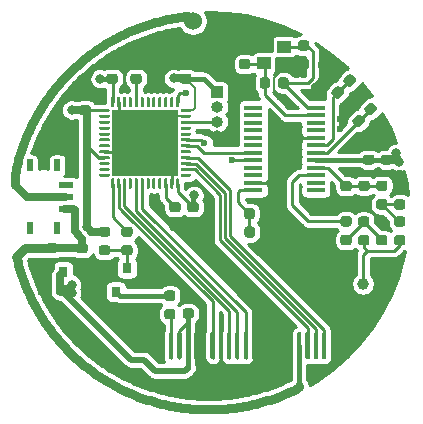
<source format=gtl>
G04 #@! TF.GenerationSoftware,KiCad,Pcbnew,(5.1.6)-1*
G04 #@! TF.CreationDate,2020-12-22T11:02:33+08:00*
G04 #@! TF.ProjectId,V1.0,56312e30-2e6b-4696-9361-645f70636258,rev?*
G04 #@! TF.SameCoordinates,Original*
G04 #@! TF.FileFunction,Copper,L1,Top*
G04 #@! TF.FilePolarity,Positive*
%FSLAX46Y46*%
G04 Gerber Fmt 4.6, Leading zero omitted, Abs format (unit mm)*
G04 Created by KiCad (PCBNEW (5.1.6)-1) date 2020-12-22 11:02:33*
%MOMM*%
%LPD*%
G01*
G04 APERTURE LIST*
G04 #@! TA.AperFunction,SMDPad,CuDef*
%ADD10C,1.524000*%
G04 #@! TD*
G04 #@! TA.AperFunction,ComponentPad*
%ADD11C,1.000000*%
G04 #@! TD*
G04 #@! TA.AperFunction,SMDPad,CuDef*
%ADD12R,0.800000X0.900000*%
G04 #@! TD*
G04 #@! TA.AperFunction,SMDPad,CuDef*
%ADD13R,1.150000X1.000000*%
G04 #@! TD*
G04 #@! TA.AperFunction,SMDPad,CuDef*
%ADD14R,1.600000X0.410000*%
G04 #@! TD*
G04 #@! TA.AperFunction,SMDPad,CuDef*
%ADD15R,0.500000X1.000000*%
G04 #@! TD*
G04 #@! TA.AperFunction,SMDPad,CuDef*
%ADD16R,1.300000X0.500000*%
G04 #@! TD*
G04 #@! TA.AperFunction,SMDPad,CuDef*
%ADD17R,5.600000X5.600000*%
G04 #@! TD*
G04 #@! TA.AperFunction,ComponentPad*
%ADD18O,1.000000X1.000000*%
G04 #@! TD*
G04 #@! TA.AperFunction,ComponentPad*
%ADD19R,1.000000X1.000000*%
G04 #@! TD*
G04 #@! TA.AperFunction,ViaPad*
%ADD20C,0.600000*%
G04 #@! TD*
G04 #@! TA.AperFunction,ViaPad*
%ADD21C,0.800000*%
G04 #@! TD*
G04 #@! TA.AperFunction,Conductor*
%ADD22C,0.254000*%
G04 #@! TD*
G04 #@! TA.AperFunction,Conductor*
%ADD23C,0.203200*%
G04 #@! TD*
G04 #@! TA.AperFunction,Conductor*
%ADD24C,0.635000*%
G04 #@! TD*
G04 #@! TA.AperFunction,Conductor*
%ADD25C,0.381000*%
G04 #@! TD*
G04 #@! TA.AperFunction,Conductor*
%ADD26C,0.508000*%
G04 #@! TD*
G04 #@! TA.AperFunction,Conductor*
%ADD27C,0.762000*%
G04 #@! TD*
G04 APERTURE END LIST*
D10*
X28700000Y-13800000D03*
X31300000Y-13800000D03*
D11*
X44489600Y-36073500D03*
X43089600Y-36073500D03*
D12*
X22161500Y-36737800D03*
X21211500Y-34737800D03*
X23111500Y-34737800D03*
G04 #@! TA.AperFunction,SMDPad,CuDef*
G36*
G01*
X40319708Y-18875316D02*
X39957316Y-19237709D01*
G75*
G02*
X39647956Y-19237709I-154680J154680D01*
G01*
X39338597Y-18928350D01*
G75*
G02*
X39338597Y-18618990I154680J154680D01*
G01*
X39700990Y-18256597D01*
G75*
G02*
X40010350Y-18256597I154680J-154680D01*
G01*
X40319709Y-18565956D01*
G75*
G02*
X40319709Y-18875316I-154680J-154680D01*
G01*
G37*
G04 #@! TD.AperFunction*
G04 #@! TA.AperFunction,SMDPad,CuDef*
G36*
G01*
X41433402Y-19989010D02*
X41071010Y-20351403D01*
G75*
G02*
X40761650Y-20351403I-154680J154680D01*
G01*
X40452291Y-20042044D01*
G75*
G02*
X40452291Y-19732684I154680J154680D01*
G01*
X40814684Y-19370291D01*
G75*
G02*
X41124044Y-19370291I154680J-154680D01*
G01*
X41433403Y-19679650D01*
G75*
G02*
X41433403Y-19989010I-154680J-154680D01*
G01*
G37*
G04 #@! TD.AperFunction*
G04 #@! TA.AperFunction,SMDPad,CuDef*
G36*
G01*
X38918200Y-42375600D02*
X38918200Y-40250600D01*
G75*
G02*
X39005700Y-40163100I87500J0D01*
G01*
X39180700Y-40163100D01*
G75*
G02*
X39268200Y-40250600I0J-87500D01*
G01*
X39268200Y-42375600D01*
G75*
G02*
X39180700Y-42463100I-87500J0D01*
G01*
X39005700Y-42463100D01*
G75*
G02*
X38918200Y-42375600I0J87500D01*
G01*
G37*
G04 #@! TD.AperFunction*
G04 #@! TA.AperFunction,SMDPad,CuDef*
G36*
G01*
X38218200Y-42375600D02*
X38218200Y-40250600D01*
G75*
G02*
X38305700Y-40163100I87500J0D01*
G01*
X38480700Y-40163100D01*
G75*
G02*
X38568200Y-40250600I0J-87500D01*
G01*
X38568200Y-42375600D01*
G75*
G02*
X38480700Y-42463100I-87500J0D01*
G01*
X38305700Y-42463100D01*
G75*
G02*
X38218200Y-42375600I0J87500D01*
G01*
G37*
G04 #@! TD.AperFunction*
G04 #@! TA.AperFunction,SMDPad,CuDef*
G36*
G01*
X37518200Y-42375600D02*
X37518200Y-40250600D01*
G75*
G02*
X37605700Y-40163100I87500J0D01*
G01*
X37780700Y-40163100D01*
G75*
G02*
X37868200Y-40250600I0J-87500D01*
G01*
X37868200Y-42375600D01*
G75*
G02*
X37780700Y-42463100I-87500J0D01*
G01*
X37605700Y-42463100D01*
G75*
G02*
X37518200Y-42375600I0J87500D01*
G01*
G37*
G04 #@! TD.AperFunction*
G04 #@! TA.AperFunction,SMDPad,CuDef*
G36*
G01*
X39618200Y-42375600D02*
X39618200Y-40250600D01*
G75*
G02*
X39705700Y-40163100I87500J0D01*
G01*
X39880700Y-40163100D01*
G75*
G02*
X39968200Y-40250600I0J-87500D01*
G01*
X39968200Y-42375600D01*
G75*
G02*
X39880700Y-42463100I-87500J0D01*
G01*
X39705700Y-42463100D01*
G75*
G02*
X39618200Y-42375600I0J87500D01*
G01*
G37*
G04 #@! TD.AperFunction*
G04 #@! TA.AperFunction,SMDPad,CuDef*
G36*
G01*
X36818200Y-42375600D02*
X36818200Y-40250600D01*
G75*
G02*
X36905700Y-40163100I87500J0D01*
G01*
X37080700Y-40163100D01*
G75*
G02*
X37168200Y-40250600I0J-87500D01*
G01*
X37168200Y-42375600D01*
G75*
G02*
X37080700Y-42463100I-87500J0D01*
G01*
X36905700Y-42463100D01*
G75*
G02*
X36818200Y-42375600I0J87500D01*
G01*
G37*
G04 #@! TD.AperFunction*
G04 #@! TA.AperFunction,SMDPad,CuDef*
G36*
G01*
X33675000Y-42362900D02*
X33675000Y-40237900D01*
G75*
G02*
X33762500Y-40150400I87500J0D01*
G01*
X33937500Y-40150400D01*
G75*
G02*
X34025000Y-40237900I0J-87500D01*
G01*
X34025000Y-42362900D01*
G75*
G02*
X33937500Y-42450400I-87500J0D01*
G01*
X33762500Y-42450400D01*
G75*
G02*
X33675000Y-42362900I0J87500D01*
G01*
G37*
G04 #@! TD.AperFunction*
G04 #@! TA.AperFunction,SMDPad,CuDef*
G36*
G01*
X32975000Y-42362900D02*
X32975000Y-40237900D01*
G75*
G02*
X33062500Y-40150400I87500J0D01*
G01*
X33237500Y-40150400D01*
G75*
G02*
X33325000Y-40237900I0J-87500D01*
G01*
X33325000Y-42362900D01*
G75*
G02*
X33237500Y-42450400I-87500J0D01*
G01*
X33062500Y-42450400D01*
G75*
G02*
X32975000Y-42362900I0J87500D01*
G01*
G37*
G04 #@! TD.AperFunction*
G04 #@! TA.AperFunction,SMDPad,CuDef*
G36*
G01*
X32275000Y-42362900D02*
X32275000Y-40237900D01*
G75*
G02*
X32362500Y-40150400I87500J0D01*
G01*
X32537500Y-40150400D01*
G75*
G02*
X32625000Y-40237900I0J-87500D01*
G01*
X32625000Y-42362900D01*
G75*
G02*
X32537500Y-42450400I-87500J0D01*
G01*
X32362500Y-42450400D01*
G75*
G02*
X32275000Y-42362900I0J87500D01*
G01*
G37*
G04 #@! TD.AperFunction*
G04 #@! TA.AperFunction,SMDPad,CuDef*
G36*
G01*
X31575000Y-42362900D02*
X31575000Y-40237900D01*
G75*
G02*
X31662500Y-40150400I87500J0D01*
G01*
X31837500Y-40150400D01*
G75*
G02*
X31925000Y-40237900I0J-87500D01*
G01*
X31925000Y-42362900D01*
G75*
G02*
X31837500Y-42450400I-87500J0D01*
G01*
X31662500Y-42450400D01*
G75*
G02*
X31575000Y-42362900I0J87500D01*
G01*
G37*
G04 #@! TD.AperFunction*
G04 #@! TA.AperFunction,SMDPad,CuDef*
G36*
G01*
X30875000Y-42362900D02*
X30875000Y-40237900D01*
G75*
G02*
X30962500Y-40150400I87500J0D01*
G01*
X31137500Y-40150400D01*
G75*
G02*
X31225000Y-40237900I0J-87500D01*
G01*
X31225000Y-42362900D01*
G75*
G02*
X31137500Y-42450400I-87500J0D01*
G01*
X30962500Y-42450400D01*
G75*
G02*
X30875000Y-42362900I0J87500D01*
G01*
G37*
G04 #@! TD.AperFunction*
G04 #@! TA.AperFunction,SMDPad,CuDef*
G36*
G01*
X25975000Y-42362900D02*
X25975000Y-40237900D01*
G75*
G02*
X26062500Y-40150400I87500J0D01*
G01*
X26237500Y-40150400D01*
G75*
G02*
X26325000Y-40237900I0J-87500D01*
G01*
X26325000Y-42362900D01*
G75*
G02*
X26237500Y-42450400I-87500J0D01*
G01*
X26062500Y-42450400D01*
G75*
G02*
X25975000Y-42362900I0J87500D01*
G01*
G37*
G04 #@! TD.AperFunction*
G04 #@! TA.AperFunction,SMDPad,CuDef*
G36*
G01*
X26675000Y-42362900D02*
X26675000Y-40237900D01*
G75*
G02*
X26762500Y-40150400I87500J0D01*
G01*
X26937500Y-40150400D01*
G75*
G02*
X27025000Y-40237900I0J-87500D01*
G01*
X27025000Y-42362900D01*
G75*
G02*
X26937500Y-42450400I-87500J0D01*
G01*
X26762500Y-42450400D01*
G75*
G02*
X26675000Y-42362900I0J87500D01*
G01*
G37*
G04 #@! TD.AperFunction*
G04 #@! TA.AperFunction,SMDPad,CuDef*
G36*
G01*
X27375000Y-42362900D02*
X27375000Y-40237900D01*
G75*
G02*
X27462500Y-40150400I87500J0D01*
G01*
X27637500Y-40150400D01*
G75*
G02*
X27725000Y-40237900I0J-87500D01*
G01*
X27725000Y-42362900D01*
G75*
G02*
X27637500Y-42450400I-87500J0D01*
G01*
X27462500Y-42450400D01*
G75*
G02*
X27375000Y-42362900I0J87500D01*
G01*
G37*
G04 #@! TD.AperFunction*
G04 #@! TA.AperFunction,SMDPad,CuDef*
G36*
G01*
X28075000Y-42362900D02*
X28075000Y-40237900D01*
G75*
G02*
X28162500Y-40150400I87500J0D01*
G01*
X28337500Y-40150400D01*
G75*
G02*
X28425000Y-40237900I0J-87500D01*
G01*
X28425000Y-42362900D01*
G75*
G02*
X28337500Y-42450400I-87500J0D01*
G01*
X28162500Y-42450400D01*
G75*
G02*
X28075000Y-42362900I0J87500D01*
G01*
G37*
G04 #@! TD.AperFunction*
G04 #@! TA.AperFunction,SMDPad,CuDef*
G36*
G01*
X28775000Y-42362900D02*
X28775000Y-40237900D01*
G75*
G02*
X28862500Y-40150400I87500J0D01*
G01*
X29037500Y-40150400D01*
G75*
G02*
X29125000Y-40237900I0J-87500D01*
G01*
X29125000Y-42362900D01*
G75*
G02*
X29037500Y-42450400I-87500J0D01*
G01*
X28862500Y-42450400D01*
G75*
G02*
X28775000Y-42362900I0J87500D01*
G01*
G37*
G04 #@! TD.AperFunction*
G04 #@! TA.AperFunction,SMDPad,CuDef*
G36*
G01*
X30175000Y-42362900D02*
X30175000Y-40237900D01*
G75*
G02*
X30262500Y-40150400I87500J0D01*
G01*
X30437500Y-40150400D01*
G75*
G02*
X30525000Y-40237900I0J-87500D01*
G01*
X30525000Y-42362900D01*
G75*
G02*
X30437500Y-42450400I-87500J0D01*
G01*
X30262500Y-42450400D01*
G75*
G02*
X30175000Y-42362900I0J87500D01*
G01*
G37*
G04 #@! TD.AperFunction*
G04 #@! TA.AperFunction,SMDPad,CuDef*
G36*
G01*
X29475000Y-42362900D02*
X29475000Y-40237900D01*
G75*
G02*
X29562500Y-40150400I87500J0D01*
G01*
X29737500Y-40150400D01*
G75*
G02*
X29825000Y-40237900I0J-87500D01*
G01*
X29825000Y-42362900D01*
G75*
G02*
X29737500Y-42450400I-87500J0D01*
G01*
X29562500Y-42450400D01*
G75*
G02*
X29475000Y-42362900I0J87500D01*
G01*
G37*
G04 #@! TD.AperFunction*
D13*
X34679000Y-15980000D03*
X36429000Y-15980000D03*
X36429000Y-17380000D03*
X34679000Y-17380000D03*
D14*
X39103300Y-21145500D03*
X39103300Y-21780500D03*
X39103300Y-22415500D03*
X39103300Y-23050500D03*
X39103300Y-26225500D03*
X39103300Y-26860500D03*
X39103300Y-27495500D03*
X39103300Y-28130500D03*
X33794700Y-28130500D03*
X33794700Y-27495500D03*
X33794700Y-26860500D03*
X33794700Y-26225500D03*
X33794700Y-23050500D03*
X33794700Y-22415500D03*
X33794700Y-21780500D03*
X33794700Y-21145500D03*
X33794700Y-23685500D03*
X33794700Y-24320500D03*
X39103300Y-24320500D03*
X39103300Y-23685500D03*
X33794700Y-24955500D03*
X33794700Y-25590500D03*
X39103300Y-24955500D03*
X39103300Y-25590500D03*
D15*
X14859000Y-31369000D03*
X14858500Y-26035000D03*
X17208500Y-31369000D03*
X17208500Y-26035000D03*
D16*
X17970500Y-27702000D03*
X17970500Y-29702000D03*
X17970500Y-28702000D03*
G04 #@! TA.AperFunction,SMDPad,CuDef*
G36*
G01*
X43402250Y-31234000D02*
X42889750Y-31234000D01*
G75*
G02*
X42671000Y-31015250I0J218750D01*
G01*
X42671000Y-30577750D01*
G75*
G02*
X42889750Y-30359000I218750J0D01*
G01*
X43402250Y-30359000D01*
G75*
G02*
X43621000Y-30577750I0J-218750D01*
G01*
X43621000Y-31015250D01*
G75*
G02*
X43402250Y-31234000I-218750J0D01*
G01*
G37*
G04 #@! TD.AperFunction*
G04 #@! TA.AperFunction,SMDPad,CuDef*
G36*
G01*
X43402250Y-32809000D02*
X42889750Y-32809000D01*
G75*
G02*
X42671000Y-32590250I0J218750D01*
G01*
X42671000Y-32152750D01*
G75*
G02*
X42889750Y-31934000I218750J0D01*
G01*
X43402250Y-31934000D01*
G75*
G02*
X43621000Y-32152750I0J-218750D01*
G01*
X43621000Y-32590250D01*
G75*
G02*
X43402250Y-32809000I-218750J0D01*
G01*
G37*
G04 #@! TD.AperFunction*
G04 #@! TA.AperFunction,SMDPad,CuDef*
G36*
G01*
X44942250Y-28194000D02*
X44429750Y-28194000D01*
G75*
G02*
X44211000Y-27975250I0J218750D01*
G01*
X44211000Y-27537750D01*
G75*
G02*
X44429750Y-27319000I218750J0D01*
G01*
X44942250Y-27319000D01*
G75*
G02*
X45161000Y-27537750I0J-218750D01*
G01*
X45161000Y-27975250D01*
G75*
G02*
X44942250Y-28194000I-218750J0D01*
G01*
G37*
G04 #@! TD.AperFunction*
G04 #@! TA.AperFunction,SMDPad,CuDef*
G36*
G01*
X44942250Y-29769000D02*
X44429750Y-29769000D01*
G75*
G02*
X44211000Y-29550250I0J218750D01*
G01*
X44211000Y-29112750D01*
G75*
G02*
X44429750Y-28894000I218750J0D01*
G01*
X44942250Y-28894000D01*
G75*
G02*
X45161000Y-29112750I0J-218750D01*
G01*
X45161000Y-29550250D01*
G75*
G02*
X44942250Y-29769000I-218750J0D01*
G01*
G37*
G04 #@! TD.AperFunction*
G04 #@! TA.AperFunction,SMDPad,CuDef*
G36*
G01*
X45939750Y-31934000D02*
X46452250Y-31934000D01*
G75*
G02*
X46671000Y-32152750I0J-218750D01*
G01*
X46671000Y-32590250D01*
G75*
G02*
X46452250Y-32809000I-218750J0D01*
G01*
X45939750Y-32809000D01*
G75*
G02*
X45721000Y-32590250I0J218750D01*
G01*
X45721000Y-32152750D01*
G75*
G02*
X45939750Y-31934000I218750J0D01*
G01*
G37*
G04 #@! TD.AperFunction*
G04 #@! TA.AperFunction,SMDPad,CuDef*
G36*
G01*
X45939750Y-30359000D02*
X46452250Y-30359000D01*
G75*
G02*
X46671000Y-30577750I0J-218750D01*
G01*
X46671000Y-31015250D01*
G75*
G02*
X46452250Y-31234000I-218750J0D01*
G01*
X45939750Y-31234000D01*
G75*
G02*
X45721000Y-31015250I0J218750D01*
G01*
X45721000Y-30577750D01*
G75*
G02*
X45939750Y-30359000I218750J0D01*
G01*
G37*
G04 #@! TD.AperFunction*
G04 #@! TA.AperFunction,SMDPad,CuDef*
G36*
G01*
X35910000Y-19306250D02*
X35910000Y-18793750D01*
G75*
G02*
X36128750Y-18575000I218750J0D01*
G01*
X36566250Y-18575000D01*
G75*
G02*
X36785000Y-18793750I0J-218750D01*
G01*
X36785000Y-19306250D01*
G75*
G02*
X36566250Y-19525000I-218750J0D01*
G01*
X36128750Y-19525000D01*
G75*
G02*
X35910000Y-19306250I0J218750D01*
G01*
G37*
G04 #@! TD.AperFunction*
G04 #@! TA.AperFunction,SMDPad,CuDef*
G36*
G01*
X34335000Y-19306250D02*
X34335000Y-18793750D01*
G75*
G02*
X34553750Y-18575000I218750J0D01*
G01*
X34991250Y-18575000D01*
G75*
G02*
X35210000Y-18793750I0J-218750D01*
G01*
X35210000Y-19306250D01*
G75*
G02*
X34991250Y-19525000I-218750J0D01*
G01*
X34553750Y-19525000D01*
G75*
G02*
X34335000Y-19306250I0J218750D01*
G01*
G37*
G04 #@! TD.AperFunction*
G04 #@! TA.AperFunction,SMDPad,CuDef*
G36*
G01*
X41335708Y-17859316D02*
X40973316Y-18221709D01*
G75*
G02*
X40663956Y-18221709I-154680J154680D01*
G01*
X40354597Y-17912350D01*
G75*
G02*
X40354597Y-17602990I154680J154680D01*
G01*
X40716990Y-17240597D01*
G75*
G02*
X41026350Y-17240597I154680J-154680D01*
G01*
X41335709Y-17549956D01*
G75*
G02*
X41335709Y-17859316I-154680J-154680D01*
G01*
G37*
G04 #@! TD.AperFunction*
G04 #@! TA.AperFunction,SMDPad,CuDef*
G36*
G01*
X42449402Y-18973010D02*
X42087010Y-19335403D01*
G75*
G02*
X41777650Y-19335403I-154680J154680D01*
G01*
X41468291Y-19026044D01*
G75*
G02*
X41468291Y-18716684I154680J154680D01*
G01*
X41830684Y-18354291D01*
G75*
G02*
X42140044Y-18354291I154680J-154680D01*
G01*
X42449403Y-18663650D01*
G75*
G02*
X42449403Y-18973010I-154680J-154680D01*
G01*
G37*
G04 #@! TD.AperFunction*
G04 #@! TA.AperFunction,SMDPad,CuDef*
G36*
G01*
X42097708Y-21288316D02*
X41735316Y-21650709D01*
G75*
G02*
X41425956Y-21650709I-154680J154680D01*
G01*
X41116597Y-21341350D01*
G75*
G02*
X41116597Y-21031990I154680J154680D01*
G01*
X41478990Y-20669597D01*
G75*
G02*
X41788350Y-20669597I154680J-154680D01*
G01*
X42097709Y-20978956D01*
G75*
G02*
X42097709Y-21288316I-154680J-154680D01*
G01*
G37*
G04 #@! TD.AperFunction*
G04 #@! TA.AperFunction,SMDPad,CuDef*
G36*
G01*
X43211402Y-22402010D02*
X42849010Y-22764403D01*
G75*
G02*
X42539650Y-22764403I-154680J154680D01*
G01*
X42230291Y-22455044D01*
G75*
G02*
X42230291Y-22145684I154680J154680D01*
G01*
X42592684Y-21783291D01*
G75*
G02*
X42902044Y-21783291I154680J-154680D01*
G01*
X43211403Y-22092650D01*
G75*
G02*
X43211403Y-22402010I-154680J-154680D01*
G01*
G37*
G04 #@! TD.AperFunction*
G04 #@! TA.AperFunction,SMDPad,CuDef*
G36*
G01*
X41399750Y-31914000D02*
X41912250Y-31914000D01*
G75*
G02*
X42131000Y-32132750I0J-218750D01*
G01*
X42131000Y-32570250D01*
G75*
G02*
X41912250Y-32789000I-218750J0D01*
G01*
X41399750Y-32789000D01*
G75*
G02*
X41181000Y-32570250I0J218750D01*
G01*
X41181000Y-32132750D01*
G75*
G02*
X41399750Y-31914000I218750J0D01*
G01*
G37*
G04 #@! TD.AperFunction*
G04 #@! TA.AperFunction,SMDPad,CuDef*
G36*
G01*
X41399750Y-30339000D02*
X41912250Y-30339000D01*
G75*
G02*
X42131000Y-30557750I0J-218750D01*
G01*
X42131000Y-30995250D01*
G75*
G02*
X41912250Y-31214000I-218750J0D01*
G01*
X41399750Y-31214000D01*
G75*
G02*
X41181000Y-30995250I0J218750D01*
G01*
X41181000Y-30557750D01*
G75*
G02*
X41399750Y-30339000I218750J0D01*
G01*
G37*
G04 #@! TD.AperFunction*
G04 #@! TA.AperFunction,SMDPad,CuDef*
G36*
G01*
X43113708Y-20272316D02*
X42751316Y-20634709D01*
G75*
G02*
X42441956Y-20634709I-154680J154680D01*
G01*
X42132597Y-20325350D01*
G75*
G02*
X42132597Y-20015990I154680J154680D01*
G01*
X42494990Y-19653597D01*
G75*
G02*
X42804350Y-19653597I154680J-154680D01*
G01*
X43113709Y-19962956D01*
G75*
G02*
X43113709Y-20272316I-154680J-154680D01*
G01*
G37*
G04 #@! TD.AperFunction*
G04 #@! TA.AperFunction,SMDPad,CuDef*
G36*
G01*
X44227402Y-21386010D02*
X43865010Y-21748403D01*
G75*
G02*
X43555650Y-21748403I-154680J154680D01*
G01*
X43246291Y-21439044D01*
G75*
G02*
X43246291Y-21129684I154680J154680D01*
G01*
X43608684Y-20767291D01*
G75*
G02*
X43918044Y-20767291I154680J-154680D01*
G01*
X44227403Y-21076650D01*
G75*
G02*
X44227403Y-21386010I-154680J-154680D01*
G01*
G37*
G04 #@! TD.AperFunction*
G04 #@! TA.AperFunction,SMDPad,CuDef*
G36*
G01*
X44419750Y-31924000D02*
X44932250Y-31924000D01*
G75*
G02*
X45151000Y-32142750I0J-218750D01*
G01*
X45151000Y-32580250D01*
G75*
G02*
X44932250Y-32799000I-218750J0D01*
G01*
X44419750Y-32799000D01*
G75*
G02*
X44201000Y-32580250I0J218750D01*
G01*
X44201000Y-32142750D01*
G75*
G02*
X44419750Y-31924000I218750J0D01*
G01*
G37*
G04 #@! TD.AperFunction*
G04 #@! TA.AperFunction,SMDPad,CuDef*
G36*
G01*
X44419750Y-30349000D02*
X44932250Y-30349000D01*
G75*
G02*
X45151000Y-30567750I0J-218750D01*
G01*
X45151000Y-31005250D01*
G75*
G02*
X44932250Y-31224000I-218750J0D01*
G01*
X44419750Y-31224000D01*
G75*
G02*
X44201000Y-31005250I0J218750D01*
G01*
X44201000Y-30567750D01*
G75*
G02*
X44419750Y-30349000I218750J0D01*
G01*
G37*
G04 #@! TD.AperFunction*
G04 #@! TA.AperFunction,SMDPad,CuDef*
G36*
G01*
X45341250Y-24415000D02*
X44828750Y-24415000D01*
G75*
G02*
X44610000Y-24196250I0J218750D01*
G01*
X44610000Y-23758750D01*
G75*
G02*
X44828750Y-23540000I218750J0D01*
G01*
X45341250Y-23540000D01*
G75*
G02*
X45560000Y-23758750I0J-218750D01*
G01*
X45560000Y-24196250D01*
G75*
G02*
X45341250Y-24415000I-218750J0D01*
G01*
G37*
G04 #@! TD.AperFunction*
G04 #@! TA.AperFunction,SMDPad,CuDef*
G36*
G01*
X45341250Y-25990000D02*
X44828750Y-25990000D01*
G75*
G02*
X44610000Y-25771250I0J218750D01*
G01*
X44610000Y-25333750D01*
G75*
G02*
X44828750Y-25115000I218750J0D01*
G01*
X45341250Y-25115000D01*
G75*
G02*
X45560000Y-25333750I0J-218750D01*
G01*
X45560000Y-25771250D01*
G75*
G02*
X45341250Y-25990000I-218750J0D01*
G01*
G37*
G04 #@! TD.AperFunction*
G04 #@! TA.AperFunction,SMDPad,CuDef*
G36*
G01*
X32797750Y-17030000D02*
X33310250Y-17030000D01*
G75*
G02*
X33529000Y-17248750I0J-218750D01*
G01*
X33529000Y-17686250D01*
G75*
G02*
X33310250Y-17905000I-218750J0D01*
G01*
X32797750Y-17905000D01*
G75*
G02*
X32579000Y-17686250I0J218750D01*
G01*
X32579000Y-17248750D01*
G75*
G02*
X32797750Y-17030000I218750J0D01*
G01*
G37*
G04 #@! TD.AperFunction*
G04 #@! TA.AperFunction,SMDPad,CuDef*
G36*
G01*
X32797750Y-15455000D02*
X33310250Y-15455000D01*
G75*
G02*
X33529000Y-15673750I0J-218750D01*
G01*
X33529000Y-16111250D01*
G75*
G02*
X33310250Y-16330000I-218750J0D01*
G01*
X32797750Y-16330000D01*
G75*
G02*
X32579000Y-16111250I0J218750D01*
G01*
X32579000Y-15673750D01*
G75*
G02*
X32797750Y-15455000I218750J0D01*
G01*
G37*
G04 #@! TD.AperFunction*
G04 #@! TA.AperFunction,SMDPad,CuDef*
G36*
G01*
X38310250Y-16330000D02*
X37797750Y-16330000D01*
G75*
G02*
X37579000Y-16111250I0J218750D01*
G01*
X37579000Y-15673750D01*
G75*
G02*
X37797750Y-15455000I218750J0D01*
G01*
X38310250Y-15455000D01*
G75*
G02*
X38529000Y-15673750I0J-218750D01*
G01*
X38529000Y-16111250D01*
G75*
G02*
X38310250Y-16330000I-218750J0D01*
G01*
G37*
G04 #@! TD.AperFunction*
G04 #@! TA.AperFunction,SMDPad,CuDef*
G36*
G01*
X38310250Y-17905000D02*
X37797750Y-17905000D01*
G75*
G02*
X37579000Y-17686250I0J218750D01*
G01*
X37579000Y-17248750D01*
G75*
G02*
X37797750Y-17030000I218750J0D01*
G01*
X38310250Y-17030000D01*
G75*
G02*
X38529000Y-17248750I0J-218750D01*
G01*
X38529000Y-17686250D01*
G75*
G02*
X38310250Y-17905000I-218750J0D01*
G01*
G37*
G04 #@! TD.AperFunction*
G04 #@! TA.AperFunction,SMDPad,CuDef*
G36*
G01*
X43817250Y-24415000D02*
X43304750Y-24415000D01*
G75*
G02*
X43086000Y-24196250I0J218750D01*
G01*
X43086000Y-23758750D01*
G75*
G02*
X43304750Y-23540000I218750J0D01*
G01*
X43817250Y-23540000D01*
G75*
G02*
X44036000Y-23758750I0J-218750D01*
G01*
X44036000Y-24196250D01*
G75*
G02*
X43817250Y-24415000I-218750J0D01*
G01*
G37*
G04 #@! TD.AperFunction*
G04 #@! TA.AperFunction,SMDPad,CuDef*
G36*
G01*
X43817250Y-25990000D02*
X43304750Y-25990000D01*
G75*
G02*
X43086000Y-25771250I0J218750D01*
G01*
X43086000Y-25333750D01*
G75*
G02*
X43304750Y-25115000I218750J0D01*
G01*
X43817250Y-25115000D01*
G75*
G02*
X44036000Y-25333750I0J-218750D01*
G01*
X44036000Y-25771250D01*
G75*
G02*
X43817250Y-25990000I-218750J0D01*
G01*
G37*
G04 #@! TD.AperFunction*
G04 #@! TA.AperFunction,SMDPad,CuDef*
G36*
G01*
X42923750Y-28899500D02*
X43436250Y-28899500D01*
G75*
G02*
X43655000Y-29118250I0J-218750D01*
G01*
X43655000Y-29555750D01*
G75*
G02*
X43436250Y-29774500I-218750J0D01*
G01*
X42923750Y-29774500D01*
G75*
G02*
X42705000Y-29555750I0J218750D01*
G01*
X42705000Y-29118250D01*
G75*
G02*
X42923750Y-28899500I218750J0D01*
G01*
G37*
G04 #@! TD.AperFunction*
G04 #@! TA.AperFunction,SMDPad,CuDef*
G36*
G01*
X42923750Y-27324500D02*
X43436250Y-27324500D01*
G75*
G02*
X43655000Y-27543250I0J-218750D01*
G01*
X43655000Y-27980750D01*
G75*
G02*
X43436250Y-28199500I-218750J0D01*
G01*
X42923750Y-28199500D01*
G75*
G02*
X42705000Y-27980750I0J218750D01*
G01*
X42705000Y-27543250D01*
G75*
G02*
X42923750Y-27324500I218750J0D01*
G01*
G37*
G04 #@! TD.AperFunction*
G04 #@! TA.AperFunction,SMDPad,CuDef*
G36*
G01*
X41399750Y-28925000D02*
X41912250Y-28925000D01*
G75*
G02*
X42131000Y-29143750I0J-218750D01*
G01*
X42131000Y-29581250D01*
G75*
G02*
X41912250Y-29800000I-218750J0D01*
G01*
X41399750Y-29800000D01*
G75*
G02*
X41181000Y-29581250I0J218750D01*
G01*
X41181000Y-29143750D01*
G75*
G02*
X41399750Y-28925000I218750J0D01*
G01*
G37*
G04 #@! TD.AperFunction*
G04 #@! TA.AperFunction,SMDPad,CuDef*
G36*
G01*
X41399750Y-27350000D02*
X41912250Y-27350000D01*
G75*
G02*
X42131000Y-27568750I0J-218750D01*
G01*
X42131000Y-28006250D01*
G75*
G02*
X41912250Y-28225000I-218750J0D01*
G01*
X41399750Y-28225000D01*
G75*
G02*
X41181000Y-28006250I0J218750D01*
G01*
X41181000Y-27568750D01*
G75*
G02*
X41399750Y-27350000I218750J0D01*
G01*
G37*
G04 #@! TD.AperFunction*
G04 #@! TA.AperFunction,SMDPad,CuDef*
G36*
G01*
X46462250Y-28204000D02*
X45949750Y-28204000D01*
G75*
G02*
X45731000Y-27985250I0J218750D01*
G01*
X45731000Y-27547750D01*
G75*
G02*
X45949750Y-27329000I218750J0D01*
G01*
X46462250Y-27329000D01*
G75*
G02*
X46681000Y-27547750I0J-218750D01*
G01*
X46681000Y-27985250D01*
G75*
G02*
X46462250Y-28204000I-218750J0D01*
G01*
G37*
G04 #@! TD.AperFunction*
G04 #@! TA.AperFunction,SMDPad,CuDef*
G36*
G01*
X46462250Y-29779000D02*
X45949750Y-29779000D01*
G75*
G02*
X45731000Y-29560250I0J218750D01*
G01*
X45731000Y-29122750D01*
G75*
G02*
X45949750Y-28904000I218750J0D01*
G01*
X46462250Y-28904000D01*
G75*
G02*
X46681000Y-29122750I0J-218750D01*
G01*
X46681000Y-29560250D01*
G75*
G02*
X46462250Y-29779000I-218750J0D01*
G01*
G37*
G04 #@! TD.AperFunction*
G04 #@! TA.AperFunction,SMDPad,CuDef*
G36*
G01*
X34623000Y-31935250D02*
X34623000Y-31422750D01*
G75*
G02*
X34841750Y-31204000I218750J0D01*
G01*
X35279250Y-31204000D01*
G75*
G02*
X35498000Y-31422750I0J-218750D01*
G01*
X35498000Y-31935250D01*
G75*
G02*
X35279250Y-32154000I-218750J0D01*
G01*
X34841750Y-32154000D01*
G75*
G02*
X34623000Y-31935250I0J218750D01*
G01*
G37*
G04 #@! TD.AperFunction*
G04 #@! TA.AperFunction,SMDPad,CuDef*
G36*
G01*
X33048000Y-31935250D02*
X33048000Y-31422750D01*
G75*
G02*
X33266750Y-31204000I218750J0D01*
G01*
X33704250Y-31204000D01*
G75*
G02*
X33923000Y-31422750I0J-218750D01*
G01*
X33923000Y-31935250D01*
G75*
G02*
X33704250Y-32154000I-218750J0D01*
G01*
X33266750Y-32154000D01*
G75*
G02*
X33048000Y-31935250I0J218750D01*
G01*
G37*
G04 #@! TD.AperFunction*
G04 #@! TA.AperFunction,SMDPad,CuDef*
G36*
G01*
X34613000Y-30365250D02*
X34613000Y-29852750D01*
G75*
G02*
X34831750Y-29634000I218750J0D01*
G01*
X35269250Y-29634000D01*
G75*
G02*
X35488000Y-29852750I0J-218750D01*
G01*
X35488000Y-30365250D01*
G75*
G02*
X35269250Y-30584000I-218750J0D01*
G01*
X34831750Y-30584000D01*
G75*
G02*
X34613000Y-30365250I0J218750D01*
G01*
G37*
G04 #@! TD.AperFunction*
G04 #@! TA.AperFunction,SMDPad,CuDef*
G36*
G01*
X33038000Y-30365250D02*
X33038000Y-29852750D01*
G75*
G02*
X33256750Y-29634000I218750J0D01*
G01*
X33694250Y-29634000D01*
G75*
G02*
X33913000Y-29852750I0J-218750D01*
G01*
X33913000Y-30365250D01*
G75*
G02*
X33694250Y-30584000I-218750J0D01*
G01*
X33256750Y-30584000D01*
G75*
G02*
X33038000Y-30365250I0J218750D01*
G01*
G37*
G04 #@! TD.AperFunction*
D12*
X16764000Y-33036000D03*
X17714000Y-35036000D03*
X15814000Y-35036000D03*
D17*
X24638000Y-24130000D03*
G04 #@! TA.AperFunction,SMDPad,CuDef*
G36*
G01*
X21763000Y-21067500D02*
X21763000Y-20317500D01*
G75*
G02*
X21825500Y-20255000I62500J0D01*
G01*
X21950500Y-20255000D01*
G75*
G02*
X22013000Y-20317500I0J-62500D01*
G01*
X22013000Y-21067500D01*
G75*
G02*
X21950500Y-21130000I-62500J0D01*
G01*
X21825500Y-21130000D01*
G75*
G02*
X21763000Y-21067500I0J62500D01*
G01*
G37*
G04 #@! TD.AperFunction*
G04 #@! TA.AperFunction,SMDPad,CuDef*
G36*
G01*
X22263000Y-21067500D02*
X22263000Y-20317500D01*
G75*
G02*
X22325500Y-20255000I62500J0D01*
G01*
X22450500Y-20255000D01*
G75*
G02*
X22513000Y-20317500I0J-62500D01*
G01*
X22513000Y-21067500D01*
G75*
G02*
X22450500Y-21130000I-62500J0D01*
G01*
X22325500Y-21130000D01*
G75*
G02*
X22263000Y-21067500I0J62500D01*
G01*
G37*
G04 #@! TD.AperFunction*
G04 #@! TA.AperFunction,SMDPad,CuDef*
G36*
G01*
X22763000Y-21067500D02*
X22763000Y-20317500D01*
G75*
G02*
X22825500Y-20255000I62500J0D01*
G01*
X22950500Y-20255000D01*
G75*
G02*
X23013000Y-20317500I0J-62500D01*
G01*
X23013000Y-21067500D01*
G75*
G02*
X22950500Y-21130000I-62500J0D01*
G01*
X22825500Y-21130000D01*
G75*
G02*
X22763000Y-21067500I0J62500D01*
G01*
G37*
G04 #@! TD.AperFunction*
G04 #@! TA.AperFunction,SMDPad,CuDef*
G36*
G01*
X23263000Y-21067500D02*
X23263000Y-20317500D01*
G75*
G02*
X23325500Y-20255000I62500J0D01*
G01*
X23450500Y-20255000D01*
G75*
G02*
X23513000Y-20317500I0J-62500D01*
G01*
X23513000Y-21067500D01*
G75*
G02*
X23450500Y-21130000I-62500J0D01*
G01*
X23325500Y-21130000D01*
G75*
G02*
X23263000Y-21067500I0J62500D01*
G01*
G37*
G04 #@! TD.AperFunction*
G04 #@! TA.AperFunction,SMDPad,CuDef*
G36*
G01*
X23763000Y-21067500D02*
X23763000Y-20317500D01*
G75*
G02*
X23825500Y-20255000I62500J0D01*
G01*
X23950500Y-20255000D01*
G75*
G02*
X24013000Y-20317500I0J-62500D01*
G01*
X24013000Y-21067500D01*
G75*
G02*
X23950500Y-21130000I-62500J0D01*
G01*
X23825500Y-21130000D01*
G75*
G02*
X23763000Y-21067500I0J62500D01*
G01*
G37*
G04 #@! TD.AperFunction*
G04 #@! TA.AperFunction,SMDPad,CuDef*
G36*
G01*
X24263000Y-21067500D02*
X24263000Y-20317500D01*
G75*
G02*
X24325500Y-20255000I62500J0D01*
G01*
X24450500Y-20255000D01*
G75*
G02*
X24513000Y-20317500I0J-62500D01*
G01*
X24513000Y-21067500D01*
G75*
G02*
X24450500Y-21130000I-62500J0D01*
G01*
X24325500Y-21130000D01*
G75*
G02*
X24263000Y-21067500I0J62500D01*
G01*
G37*
G04 #@! TD.AperFunction*
G04 #@! TA.AperFunction,SMDPad,CuDef*
G36*
G01*
X24763000Y-21067500D02*
X24763000Y-20317500D01*
G75*
G02*
X24825500Y-20255000I62500J0D01*
G01*
X24950500Y-20255000D01*
G75*
G02*
X25013000Y-20317500I0J-62500D01*
G01*
X25013000Y-21067500D01*
G75*
G02*
X24950500Y-21130000I-62500J0D01*
G01*
X24825500Y-21130000D01*
G75*
G02*
X24763000Y-21067500I0J62500D01*
G01*
G37*
G04 #@! TD.AperFunction*
G04 #@! TA.AperFunction,SMDPad,CuDef*
G36*
G01*
X25263000Y-21067500D02*
X25263000Y-20317500D01*
G75*
G02*
X25325500Y-20255000I62500J0D01*
G01*
X25450500Y-20255000D01*
G75*
G02*
X25513000Y-20317500I0J-62500D01*
G01*
X25513000Y-21067500D01*
G75*
G02*
X25450500Y-21130000I-62500J0D01*
G01*
X25325500Y-21130000D01*
G75*
G02*
X25263000Y-21067500I0J62500D01*
G01*
G37*
G04 #@! TD.AperFunction*
G04 #@! TA.AperFunction,SMDPad,CuDef*
G36*
G01*
X25763000Y-21067500D02*
X25763000Y-20317500D01*
G75*
G02*
X25825500Y-20255000I62500J0D01*
G01*
X25950500Y-20255000D01*
G75*
G02*
X26013000Y-20317500I0J-62500D01*
G01*
X26013000Y-21067500D01*
G75*
G02*
X25950500Y-21130000I-62500J0D01*
G01*
X25825500Y-21130000D01*
G75*
G02*
X25763000Y-21067500I0J62500D01*
G01*
G37*
G04 #@! TD.AperFunction*
G04 #@! TA.AperFunction,SMDPad,CuDef*
G36*
G01*
X26263000Y-21067500D02*
X26263000Y-20317500D01*
G75*
G02*
X26325500Y-20255000I62500J0D01*
G01*
X26450500Y-20255000D01*
G75*
G02*
X26513000Y-20317500I0J-62500D01*
G01*
X26513000Y-21067500D01*
G75*
G02*
X26450500Y-21130000I-62500J0D01*
G01*
X26325500Y-21130000D01*
G75*
G02*
X26263000Y-21067500I0J62500D01*
G01*
G37*
G04 #@! TD.AperFunction*
G04 #@! TA.AperFunction,SMDPad,CuDef*
G36*
G01*
X26763000Y-21067500D02*
X26763000Y-20317500D01*
G75*
G02*
X26825500Y-20255000I62500J0D01*
G01*
X26950500Y-20255000D01*
G75*
G02*
X27013000Y-20317500I0J-62500D01*
G01*
X27013000Y-21067500D01*
G75*
G02*
X26950500Y-21130000I-62500J0D01*
G01*
X26825500Y-21130000D01*
G75*
G02*
X26763000Y-21067500I0J62500D01*
G01*
G37*
G04 #@! TD.AperFunction*
G04 #@! TA.AperFunction,SMDPad,CuDef*
G36*
G01*
X27263000Y-21067500D02*
X27263000Y-20317500D01*
G75*
G02*
X27325500Y-20255000I62500J0D01*
G01*
X27450500Y-20255000D01*
G75*
G02*
X27513000Y-20317500I0J-62500D01*
G01*
X27513000Y-21067500D01*
G75*
G02*
X27450500Y-21130000I-62500J0D01*
G01*
X27325500Y-21130000D01*
G75*
G02*
X27263000Y-21067500I0J62500D01*
G01*
G37*
G04 #@! TD.AperFunction*
G04 #@! TA.AperFunction,SMDPad,CuDef*
G36*
G01*
X27638000Y-21442500D02*
X27638000Y-21317500D01*
G75*
G02*
X27700500Y-21255000I62500J0D01*
G01*
X28450500Y-21255000D01*
G75*
G02*
X28513000Y-21317500I0J-62500D01*
G01*
X28513000Y-21442500D01*
G75*
G02*
X28450500Y-21505000I-62500J0D01*
G01*
X27700500Y-21505000D01*
G75*
G02*
X27638000Y-21442500I0J62500D01*
G01*
G37*
G04 #@! TD.AperFunction*
G04 #@! TA.AperFunction,SMDPad,CuDef*
G36*
G01*
X27638000Y-21942500D02*
X27638000Y-21817500D01*
G75*
G02*
X27700500Y-21755000I62500J0D01*
G01*
X28450500Y-21755000D01*
G75*
G02*
X28513000Y-21817500I0J-62500D01*
G01*
X28513000Y-21942500D01*
G75*
G02*
X28450500Y-22005000I-62500J0D01*
G01*
X27700500Y-22005000D01*
G75*
G02*
X27638000Y-21942500I0J62500D01*
G01*
G37*
G04 #@! TD.AperFunction*
G04 #@! TA.AperFunction,SMDPad,CuDef*
G36*
G01*
X27638000Y-22442500D02*
X27638000Y-22317500D01*
G75*
G02*
X27700500Y-22255000I62500J0D01*
G01*
X28450500Y-22255000D01*
G75*
G02*
X28513000Y-22317500I0J-62500D01*
G01*
X28513000Y-22442500D01*
G75*
G02*
X28450500Y-22505000I-62500J0D01*
G01*
X27700500Y-22505000D01*
G75*
G02*
X27638000Y-22442500I0J62500D01*
G01*
G37*
G04 #@! TD.AperFunction*
G04 #@! TA.AperFunction,SMDPad,CuDef*
G36*
G01*
X27638000Y-22942500D02*
X27638000Y-22817500D01*
G75*
G02*
X27700500Y-22755000I62500J0D01*
G01*
X28450500Y-22755000D01*
G75*
G02*
X28513000Y-22817500I0J-62500D01*
G01*
X28513000Y-22942500D01*
G75*
G02*
X28450500Y-23005000I-62500J0D01*
G01*
X27700500Y-23005000D01*
G75*
G02*
X27638000Y-22942500I0J62500D01*
G01*
G37*
G04 #@! TD.AperFunction*
G04 #@! TA.AperFunction,SMDPad,CuDef*
G36*
G01*
X27638000Y-23442500D02*
X27638000Y-23317500D01*
G75*
G02*
X27700500Y-23255000I62500J0D01*
G01*
X28450500Y-23255000D01*
G75*
G02*
X28513000Y-23317500I0J-62500D01*
G01*
X28513000Y-23442500D01*
G75*
G02*
X28450500Y-23505000I-62500J0D01*
G01*
X27700500Y-23505000D01*
G75*
G02*
X27638000Y-23442500I0J62500D01*
G01*
G37*
G04 #@! TD.AperFunction*
G04 #@! TA.AperFunction,SMDPad,CuDef*
G36*
G01*
X27638000Y-23942500D02*
X27638000Y-23817500D01*
G75*
G02*
X27700500Y-23755000I62500J0D01*
G01*
X28450500Y-23755000D01*
G75*
G02*
X28513000Y-23817500I0J-62500D01*
G01*
X28513000Y-23942500D01*
G75*
G02*
X28450500Y-24005000I-62500J0D01*
G01*
X27700500Y-24005000D01*
G75*
G02*
X27638000Y-23942500I0J62500D01*
G01*
G37*
G04 #@! TD.AperFunction*
G04 #@! TA.AperFunction,SMDPad,CuDef*
G36*
G01*
X27638000Y-24442500D02*
X27638000Y-24317500D01*
G75*
G02*
X27700500Y-24255000I62500J0D01*
G01*
X28450500Y-24255000D01*
G75*
G02*
X28513000Y-24317500I0J-62500D01*
G01*
X28513000Y-24442500D01*
G75*
G02*
X28450500Y-24505000I-62500J0D01*
G01*
X27700500Y-24505000D01*
G75*
G02*
X27638000Y-24442500I0J62500D01*
G01*
G37*
G04 #@! TD.AperFunction*
G04 #@! TA.AperFunction,SMDPad,CuDef*
G36*
G01*
X27638000Y-24942500D02*
X27638000Y-24817500D01*
G75*
G02*
X27700500Y-24755000I62500J0D01*
G01*
X28450500Y-24755000D01*
G75*
G02*
X28513000Y-24817500I0J-62500D01*
G01*
X28513000Y-24942500D01*
G75*
G02*
X28450500Y-25005000I-62500J0D01*
G01*
X27700500Y-25005000D01*
G75*
G02*
X27638000Y-24942500I0J62500D01*
G01*
G37*
G04 #@! TD.AperFunction*
G04 #@! TA.AperFunction,SMDPad,CuDef*
G36*
G01*
X27638000Y-25442500D02*
X27638000Y-25317500D01*
G75*
G02*
X27700500Y-25255000I62500J0D01*
G01*
X28450500Y-25255000D01*
G75*
G02*
X28513000Y-25317500I0J-62500D01*
G01*
X28513000Y-25442500D01*
G75*
G02*
X28450500Y-25505000I-62500J0D01*
G01*
X27700500Y-25505000D01*
G75*
G02*
X27638000Y-25442500I0J62500D01*
G01*
G37*
G04 #@! TD.AperFunction*
G04 #@! TA.AperFunction,SMDPad,CuDef*
G36*
G01*
X27638000Y-25942500D02*
X27638000Y-25817500D01*
G75*
G02*
X27700500Y-25755000I62500J0D01*
G01*
X28450500Y-25755000D01*
G75*
G02*
X28513000Y-25817500I0J-62500D01*
G01*
X28513000Y-25942500D01*
G75*
G02*
X28450500Y-26005000I-62500J0D01*
G01*
X27700500Y-26005000D01*
G75*
G02*
X27638000Y-25942500I0J62500D01*
G01*
G37*
G04 #@! TD.AperFunction*
G04 #@! TA.AperFunction,SMDPad,CuDef*
G36*
G01*
X27638000Y-26442500D02*
X27638000Y-26317500D01*
G75*
G02*
X27700500Y-26255000I62500J0D01*
G01*
X28450500Y-26255000D01*
G75*
G02*
X28513000Y-26317500I0J-62500D01*
G01*
X28513000Y-26442500D01*
G75*
G02*
X28450500Y-26505000I-62500J0D01*
G01*
X27700500Y-26505000D01*
G75*
G02*
X27638000Y-26442500I0J62500D01*
G01*
G37*
G04 #@! TD.AperFunction*
G04 #@! TA.AperFunction,SMDPad,CuDef*
G36*
G01*
X27638000Y-26942500D02*
X27638000Y-26817500D01*
G75*
G02*
X27700500Y-26755000I62500J0D01*
G01*
X28450500Y-26755000D01*
G75*
G02*
X28513000Y-26817500I0J-62500D01*
G01*
X28513000Y-26942500D01*
G75*
G02*
X28450500Y-27005000I-62500J0D01*
G01*
X27700500Y-27005000D01*
G75*
G02*
X27638000Y-26942500I0J62500D01*
G01*
G37*
G04 #@! TD.AperFunction*
G04 #@! TA.AperFunction,SMDPad,CuDef*
G36*
G01*
X27263000Y-27942500D02*
X27263000Y-27192500D01*
G75*
G02*
X27325500Y-27130000I62500J0D01*
G01*
X27450500Y-27130000D01*
G75*
G02*
X27513000Y-27192500I0J-62500D01*
G01*
X27513000Y-27942500D01*
G75*
G02*
X27450500Y-28005000I-62500J0D01*
G01*
X27325500Y-28005000D01*
G75*
G02*
X27263000Y-27942500I0J62500D01*
G01*
G37*
G04 #@! TD.AperFunction*
G04 #@! TA.AperFunction,SMDPad,CuDef*
G36*
G01*
X26763000Y-27942500D02*
X26763000Y-27192500D01*
G75*
G02*
X26825500Y-27130000I62500J0D01*
G01*
X26950500Y-27130000D01*
G75*
G02*
X27013000Y-27192500I0J-62500D01*
G01*
X27013000Y-27942500D01*
G75*
G02*
X26950500Y-28005000I-62500J0D01*
G01*
X26825500Y-28005000D01*
G75*
G02*
X26763000Y-27942500I0J62500D01*
G01*
G37*
G04 #@! TD.AperFunction*
G04 #@! TA.AperFunction,SMDPad,CuDef*
G36*
G01*
X26263000Y-27942500D02*
X26263000Y-27192500D01*
G75*
G02*
X26325500Y-27130000I62500J0D01*
G01*
X26450500Y-27130000D01*
G75*
G02*
X26513000Y-27192500I0J-62500D01*
G01*
X26513000Y-27942500D01*
G75*
G02*
X26450500Y-28005000I-62500J0D01*
G01*
X26325500Y-28005000D01*
G75*
G02*
X26263000Y-27942500I0J62500D01*
G01*
G37*
G04 #@! TD.AperFunction*
G04 #@! TA.AperFunction,SMDPad,CuDef*
G36*
G01*
X25763000Y-27942500D02*
X25763000Y-27192500D01*
G75*
G02*
X25825500Y-27130000I62500J0D01*
G01*
X25950500Y-27130000D01*
G75*
G02*
X26013000Y-27192500I0J-62500D01*
G01*
X26013000Y-27942500D01*
G75*
G02*
X25950500Y-28005000I-62500J0D01*
G01*
X25825500Y-28005000D01*
G75*
G02*
X25763000Y-27942500I0J62500D01*
G01*
G37*
G04 #@! TD.AperFunction*
G04 #@! TA.AperFunction,SMDPad,CuDef*
G36*
G01*
X25263000Y-27942500D02*
X25263000Y-27192500D01*
G75*
G02*
X25325500Y-27130000I62500J0D01*
G01*
X25450500Y-27130000D01*
G75*
G02*
X25513000Y-27192500I0J-62500D01*
G01*
X25513000Y-27942500D01*
G75*
G02*
X25450500Y-28005000I-62500J0D01*
G01*
X25325500Y-28005000D01*
G75*
G02*
X25263000Y-27942500I0J62500D01*
G01*
G37*
G04 #@! TD.AperFunction*
G04 #@! TA.AperFunction,SMDPad,CuDef*
G36*
G01*
X24763000Y-27942500D02*
X24763000Y-27192500D01*
G75*
G02*
X24825500Y-27130000I62500J0D01*
G01*
X24950500Y-27130000D01*
G75*
G02*
X25013000Y-27192500I0J-62500D01*
G01*
X25013000Y-27942500D01*
G75*
G02*
X24950500Y-28005000I-62500J0D01*
G01*
X24825500Y-28005000D01*
G75*
G02*
X24763000Y-27942500I0J62500D01*
G01*
G37*
G04 #@! TD.AperFunction*
G04 #@! TA.AperFunction,SMDPad,CuDef*
G36*
G01*
X24263000Y-27942500D02*
X24263000Y-27192500D01*
G75*
G02*
X24325500Y-27130000I62500J0D01*
G01*
X24450500Y-27130000D01*
G75*
G02*
X24513000Y-27192500I0J-62500D01*
G01*
X24513000Y-27942500D01*
G75*
G02*
X24450500Y-28005000I-62500J0D01*
G01*
X24325500Y-28005000D01*
G75*
G02*
X24263000Y-27942500I0J62500D01*
G01*
G37*
G04 #@! TD.AperFunction*
G04 #@! TA.AperFunction,SMDPad,CuDef*
G36*
G01*
X23763000Y-27942500D02*
X23763000Y-27192500D01*
G75*
G02*
X23825500Y-27130000I62500J0D01*
G01*
X23950500Y-27130000D01*
G75*
G02*
X24013000Y-27192500I0J-62500D01*
G01*
X24013000Y-27942500D01*
G75*
G02*
X23950500Y-28005000I-62500J0D01*
G01*
X23825500Y-28005000D01*
G75*
G02*
X23763000Y-27942500I0J62500D01*
G01*
G37*
G04 #@! TD.AperFunction*
G04 #@! TA.AperFunction,SMDPad,CuDef*
G36*
G01*
X23263000Y-27942500D02*
X23263000Y-27192500D01*
G75*
G02*
X23325500Y-27130000I62500J0D01*
G01*
X23450500Y-27130000D01*
G75*
G02*
X23513000Y-27192500I0J-62500D01*
G01*
X23513000Y-27942500D01*
G75*
G02*
X23450500Y-28005000I-62500J0D01*
G01*
X23325500Y-28005000D01*
G75*
G02*
X23263000Y-27942500I0J62500D01*
G01*
G37*
G04 #@! TD.AperFunction*
G04 #@! TA.AperFunction,SMDPad,CuDef*
G36*
G01*
X22763000Y-27942500D02*
X22763000Y-27192500D01*
G75*
G02*
X22825500Y-27130000I62500J0D01*
G01*
X22950500Y-27130000D01*
G75*
G02*
X23013000Y-27192500I0J-62500D01*
G01*
X23013000Y-27942500D01*
G75*
G02*
X22950500Y-28005000I-62500J0D01*
G01*
X22825500Y-28005000D01*
G75*
G02*
X22763000Y-27942500I0J62500D01*
G01*
G37*
G04 #@! TD.AperFunction*
G04 #@! TA.AperFunction,SMDPad,CuDef*
G36*
G01*
X22263000Y-27942500D02*
X22263000Y-27192500D01*
G75*
G02*
X22325500Y-27130000I62500J0D01*
G01*
X22450500Y-27130000D01*
G75*
G02*
X22513000Y-27192500I0J-62500D01*
G01*
X22513000Y-27942500D01*
G75*
G02*
X22450500Y-28005000I-62500J0D01*
G01*
X22325500Y-28005000D01*
G75*
G02*
X22263000Y-27942500I0J62500D01*
G01*
G37*
G04 #@! TD.AperFunction*
G04 #@! TA.AperFunction,SMDPad,CuDef*
G36*
G01*
X21763000Y-27942500D02*
X21763000Y-27192500D01*
G75*
G02*
X21825500Y-27130000I62500J0D01*
G01*
X21950500Y-27130000D01*
G75*
G02*
X22013000Y-27192500I0J-62500D01*
G01*
X22013000Y-27942500D01*
G75*
G02*
X21950500Y-28005000I-62500J0D01*
G01*
X21825500Y-28005000D01*
G75*
G02*
X21763000Y-27942500I0J62500D01*
G01*
G37*
G04 #@! TD.AperFunction*
G04 #@! TA.AperFunction,SMDPad,CuDef*
G36*
G01*
X20763000Y-26942500D02*
X20763000Y-26817500D01*
G75*
G02*
X20825500Y-26755000I62500J0D01*
G01*
X21575500Y-26755000D01*
G75*
G02*
X21638000Y-26817500I0J-62500D01*
G01*
X21638000Y-26942500D01*
G75*
G02*
X21575500Y-27005000I-62500J0D01*
G01*
X20825500Y-27005000D01*
G75*
G02*
X20763000Y-26942500I0J62500D01*
G01*
G37*
G04 #@! TD.AperFunction*
G04 #@! TA.AperFunction,SMDPad,CuDef*
G36*
G01*
X20763000Y-26442500D02*
X20763000Y-26317500D01*
G75*
G02*
X20825500Y-26255000I62500J0D01*
G01*
X21575500Y-26255000D01*
G75*
G02*
X21638000Y-26317500I0J-62500D01*
G01*
X21638000Y-26442500D01*
G75*
G02*
X21575500Y-26505000I-62500J0D01*
G01*
X20825500Y-26505000D01*
G75*
G02*
X20763000Y-26442500I0J62500D01*
G01*
G37*
G04 #@! TD.AperFunction*
G04 #@! TA.AperFunction,SMDPad,CuDef*
G36*
G01*
X20763000Y-25942500D02*
X20763000Y-25817500D01*
G75*
G02*
X20825500Y-25755000I62500J0D01*
G01*
X21575500Y-25755000D01*
G75*
G02*
X21638000Y-25817500I0J-62500D01*
G01*
X21638000Y-25942500D01*
G75*
G02*
X21575500Y-26005000I-62500J0D01*
G01*
X20825500Y-26005000D01*
G75*
G02*
X20763000Y-25942500I0J62500D01*
G01*
G37*
G04 #@! TD.AperFunction*
G04 #@! TA.AperFunction,SMDPad,CuDef*
G36*
G01*
X20763000Y-25442500D02*
X20763000Y-25317500D01*
G75*
G02*
X20825500Y-25255000I62500J0D01*
G01*
X21575500Y-25255000D01*
G75*
G02*
X21638000Y-25317500I0J-62500D01*
G01*
X21638000Y-25442500D01*
G75*
G02*
X21575500Y-25505000I-62500J0D01*
G01*
X20825500Y-25505000D01*
G75*
G02*
X20763000Y-25442500I0J62500D01*
G01*
G37*
G04 #@! TD.AperFunction*
G04 #@! TA.AperFunction,SMDPad,CuDef*
G36*
G01*
X20763000Y-24942500D02*
X20763000Y-24817500D01*
G75*
G02*
X20825500Y-24755000I62500J0D01*
G01*
X21575500Y-24755000D01*
G75*
G02*
X21638000Y-24817500I0J-62500D01*
G01*
X21638000Y-24942500D01*
G75*
G02*
X21575500Y-25005000I-62500J0D01*
G01*
X20825500Y-25005000D01*
G75*
G02*
X20763000Y-24942500I0J62500D01*
G01*
G37*
G04 #@! TD.AperFunction*
G04 #@! TA.AperFunction,SMDPad,CuDef*
G36*
G01*
X20763000Y-24442500D02*
X20763000Y-24317500D01*
G75*
G02*
X20825500Y-24255000I62500J0D01*
G01*
X21575500Y-24255000D01*
G75*
G02*
X21638000Y-24317500I0J-62500D01*
G01*
X21638000Y-24442500D01*
G75*
G02*
X21575500Y-24505000I-62500J0D01*
G01*
X20825500Y-24505000D01*
G75*
G02*
X20763000Y-24442500I0J62500D01*
G01*
G37*
G04 #@! TD.AperFunction*
G04 #@! TA.AperFunction,SMDPad,CuDef*
G36*
G01*
X20763000Y-23942500D02*
X20763000Y-23817500D01*
G75*
G02*
X20825500Y-23755000I62500J0D01*
G01*
X21575500Y-23755000D01*
G75*
G02*
X21638000Y-23817500I0J-62500D01*
G01*
X21638000Y-23942500D01*
G75*
G02*
X21575500Y-24005000I-62500J0D01*
G01*
X20825500Y-24005000D01*
G75*
G02*
X20763000Y-23942500I0J62500D01*
G01*
G37*
G04 #@! TD.AperFunction*
G04 #@! TA.AperFunction,SMDPad,CuDef*
G36*
G01*
X20763000Y-23442500D02*
X20763000Y-23317500D01*
G75*
G02*
X20825500Y-23255000I62500J0D01*
G01*
X21575500Y-23255000D01*
G75*
G02*
X21638000Y-23317500I0J-62500D01*
G01*
X21638000Y-23442500D01*
G75*
G02*
X21575500Y-23505000I-62500J0D01*
G01*
X20825500Y-23505000D01*
G75*
G02*
X20763000Y-23442500I0J62500D01*
G01*
G37*
G04 #@! TD.AperFunction*
G04 #@! TA.AperFunction,SMDPad,CuDef*
G36*
G01*
X20763000Y-22942500D02*
X20763000Y-22817500D01*
G75*
G02*
X20825500Y-22755000I62500J0D01*
G01*
X21575500Y-22755000D01*
G75*
G02*
X21638000Y-22817500I0J-62500D01*
G01*
X21638000Y-22942500D01*
G75*
G02*
X21575500Y-23005000I-62500J0D01*
G01*
X20825500Y-23005000D01*
G75*
G02*
X20763000Y-22942500I0J62500D01*
G01*
G37*
G04 #@! TD.AperFunction*
G04 #@! TA.AperFunction,SMDPad,CuDef*
G36*
G01*
X20763000Y-22442500D02*
X20763000Y-22317500D01*
G75*
G02*
X20825500Y-22255000I62500J0D01*
G01*
X21575500Y-22255000D01*
G75*
G02*
X21638000Y-22317500I0J-62500D01*
G01*
X21638000Y-22442500D01*
G75*
G02*
X21575500Y-22505000I-62500J0D01*
G01*
X20825500Y-22505000D01*
G75*
G02*
X20763000Y-22442500I0J62500D01*
G01*
G37*
G04 #@! TD.AperFunction*
G04 #@! TA.AperFunction,SMDPad,CuDef*
G36*
G01*
X20763000Y-21942500D02*
X20763000Y-21817500D01*
G75*
G02*
X20825500Y-21755000I62500J0D01*
G01*
X21575500Y-21755000D01*
G75*
G02*
X21638000Y-21817500I0J-62500D01*
G01*
X21638000Y-21942500D01*
G75*
G02*
X21575500Y-22005000I-62500J0D01*
G01*
X20825500Y-22005000D01*
G75*
G02*
X20763000Y-21942500I0J62500D01*
G01*
G37*
G04 #@! TD.AperFunction*
G04 #@! TA.AperFunction,SMDPad,CuDef*
G36*
G01*
X20763000Y-21442500D02*
X20763000Y-21317500D01*
G75*
G02*
X20825500Y-21255000I62500J0D01*
G01*
X21575500Y-21255000D01*
G75*
G02*
X21638000Y-21317500I0J-62500D01*
G01*
X21638000Y-21442500D01*
G75*
G02*
X21575500Y-21505000I-62500J0D01*
G01*
X20825500Y-21505000D01*
G75*
G02*
X20763000Y-21442500I0J62500D01*
G01*
G37*
G04 #@! TD.AperFunction*
G04 #@! TA.AperFunction,SMDPad,CuDef*
G36*
G01*
X26989750Y-37496000D02*
X26477250Y-37496000D01*
G75*
G02*
X26258500Y-37277250I0J218750D01*
G01*
X26258500Y-36839750D01*
G75*
G02*
X26477250Y-36621000I218750J0D01*
G01*
X26989750Y-36621000D01*
G75*
G02*
X27208500Y-36839750I0J-218750D01*
G01*
X27208500Y-37277250D01*
G75*
G02*
X26989750Y-37496000I-218750J0D01*
G01*
G37*
G04 #@! TD.AperFunction*
G04 #@! TA.AperFunction,SMDPad,CuDef*
G36*
G01*
X26989750Y-39071000D02*
X26477250Y-39071000D01*
G75*
G02*
X26258500Y-38852250I0J218750D01*
G01*
X26258500Y-38414750D01*
G75*
G02*
X26477250Y-38196000I218750J0D01*
G01*
X26989750Y-38196000D01*
G75*
G02*
X27208500Y-38414750I0J-218750D01*
G01*
X27208500Y-38852250D01*
G75*
G02*
X26989750Y-39071000I-218750J0D01*
G01*
G37*
G04 #@! TD.AperFunction*
G04 #@! TA.AperFunction,SMDPad,CuDef*
G36*
G01*
X20947750Y-32784000D02*
X21460250Y-32784000D01*
G75*
G02*
X21679000Y-33002750I0J-218750D01*
G01*
X21679000Y-33440250D01*
G75*
G02*
X21460250Y-33659000I-218750J0D01*
G01*
X20947750Y-33659000D01*
G75*
G02*
X20729000Y-33440250I0J218750D01*
G01*
X20729000Y-33002750D01*
G75*
G02*
X20947750Y-32784000I218750J0D01*
G01*
G37*
G04 #@! TD.AperFunction*
G04 #@! TA.AperFunction,SMDPad,CuDef*
G36*
G01*
X20947750Y-31209000D02*
X21460250Y-31209000D01*
G75*
G02*
X21679000Y-31427750I0J-218750D01*
G01*
X21679000Y-31865250D01*
G75*
G02*
X21460250Y-32084000I-218750J0D01*
G01*
X20947750Y-32084000D01*
G75*
G02*
X20729000Y-31865250I0J218750D01*
G01*
X20729000Y-31427750D01*
G75*
G02*
X20947750Y-31209000I218750J0D01*
G01*
G37*
G04 #@! TD.AperFunction*
G04 #@! TA.AperFunction,SMDPad,CuDef*
G36*
G01*
X23360250Y-32084000D02*
X22847750Y-32084000D01*
G75*
G02*
X22629000Y-31865250I0J218750D01*
G01*
X22629000Y-31427750D01*
G75*
G02*
X22847750Y-31209000I218750J0D01*
G01*
X23360250Y-31209000D01*
G75*
G02*
X23579000Y-31427750I0J-218750D01*
G01*
X23579000Y-31865250D01*
G75*
G02*
X23360250Y-32084000I-218750J0D01*
G01*
G37*
G04 #@! TD.AperFunction*
G04 #@! TA.AperFunction,SMDPad,CuDef*
G36*
G01*
X23360250Y-33659000D02*
X22847750Y-33659000D01*
G75*
G02*
X22629000Y-33440250I0J218750D01*
G01*
X22629000Y-33002750D01*
G75*
G02*
X22847750Y-32784000I218750J0D01*
G01*
X23360250Y-32784000D01*
G75*
G02*
X23579000Y-33002750I0J-218750D01*
G01*
X23579000Y-33440250D01*
G75*
G02*
X23360250Y-33659000I-218750J0D01*
G01*
G37*
G04 #@! TD.AperFunction*
G04 #@! TA.AperFunction,SMDPad,CuDef*
G36*
G01*
X24132250Y-17557000D02*
X23619750Y-17557000D01*
G75*
G02*
X23401000Y-17338250I0J218750D01*
G01*
X23401000Y-16900750D01*
G75*
G02*
X23619750Y-16682000I218750J0D01*
G01*
X24132250Y-16682000D01*
G75*
G02*
X24351000Y-16900750I0J-218750D01*
G01*
X24351000Y-17338250D01*
G75*
G02*
X24132250Y-17557000I-218750J0D01*
G01*
G37*
G04 #@! TD.AperFunction*
G04 #@! TA.AperFunction,SMDPad,CuDef*
G36*
G01*
X24132250Y-19132000D02*
X23619750Y-19132000D01*
G75*
G02*
X23401000Y-18913250I0J218750D01*
G01*
X23401000Y-18475750D01*
G75*
G02*
X23619750Y-18257000I218750J0D01*
G01*
X24132250Y-18257000D01*
G75*
G02*
X24351000Y-18475750I0J-218750D01*
G01*
X24351000Y-18913250D01*
G75*
G02*
X24132250Y-19132000I-218750J0D01*
G01*
G37*
G04 #@! TD.AperFunction*
D18*
X30734000Y-23582000D03*
X30734000Y-22332000D03*
X30734000Y-21082000D03*
D19*
X30734000Y-19832000D03*
G04 #@! TA.AperFunction,SMDPad,CuDef*
G36*
G01*
X28539150Y-37432500D02*
X28026650Y-37432500D01*
G75*
G02*
X27807900Y-37213750I0J218750D01*
G01*
X27807900Y-36776250D01*
G75*
G02*
X28026650Y-36557500I218750J0D01*
G01*
X28539150Y-36557500D01*
G75*
G02*
X28757900Y-36776250I0J-218750D01*
G01*
X28757900Y-37213750D01*
G75*
G02*
X28539150Y-37432500I-218750J0D01*
G01*
G37*
G04 #@! TD.AperFunction*
G04 #@! TA.AperFunction,SMDPad,CuDef*
G36*
G01*
X28539150Y-39007500D02*
X28026650Y-39007500D01*
G75*
G02*
X27807900Y-38788750I0J218750D01*
G01*
X27807900Y-38351250D01*
G75*
G02*
X28026650Y-38132500I218750J0D01*
G01*
X28539150Y-38132500D01*
G75*
G02*
X28757900Y-38351250I0J-218750D01*
G01*
X28757900Y-38788750D01*
G75*
G02*
X28539150Y-39007500I-218750J0D01*
G01*
G37*
G04 #@! TD.AperFunction*
G04 #@! TA.AperFunction,SMDPad,CuDef*
G36*
G01*
X16414000Y-36319750D02*
X16414000Y-36832250D01*
G75*
G02*
X16195250Y-37051000I-218750J0D01*
G01*
X15757750Y-37051000D01*
G75*
G02*
X15539000Y-36832250I0J218750D01*
G01*
X15539000Y-36319750D01*
G75*
G02*
X15757750Y-36101000I218750J0D01*
G01*
X16195250Y-36101000D01*
G75*
G02*
X16414000Y-36319750I0J-218750D01*
G01*
G37*
G04 #@! TD.AperFunction*
G04 #@! TA.AperFunction,SMDPad,CuDef*
G36*
G01*
X17989000Y-36319750D02*
X17989000Y-36832250D01*
G75*
G02*
X17770250Y-37051000I-218750J0D01*
G01*
X17332750Y-37051000D01*
G75*
G02*
X17114000Y-36832250I0J218750D01*
G01*
X17114000Y-36319750D01*
G75*
G02*
X17332750Y-36101000I218750J0D01*
G01*
X17770250Y-36101000D01*
G75*
G02*
X17989000Y-36319750I0J-218750D01*
G01*
G37*
G04 #@! TD.AperFunction*
G04 #@! TA.AperFunction,SMDPad,CuDef*
G36*
G01*
X19047750Y-34181962D02*
X19560250Y-34181962D01*
G75*
G02*
X19779000Y-34400712I0J-218750D01*
G01*
X19779000Y-34838212D01*
G75*
G02*
X19560250Y-35056962I-218750J0D01*
G01*
X19047750Y-35056962D01*
G75*
G02*
X18829000Y-34838212I0J218750D01*
G01*
X18829000Y-34400712D01*
G75*
G02*
X19047750Y-34181962I218750J0D01*
G01*
G37*
G04 #@! TD.AperFunction*
G04 #@! TA.AperFunction,SMDPad,CuDef*
G36*
G01*
X19047750Y-32606962D02*
X19560250Y-32606962D01*
G75*
G02*
X19779000Y-32825712I0J-218750D01*
G01*
X19779000Y-33263212D01*
G75*
G02*
X19560250Y-33481962I-218750J0D01*
G01*
X19047750Y-33481962D01*
G75*
G02*
X18829000Y-33263212I0J218750D01*
G01*
X18829000Y-32825712D01*
G75*
G02*
X19047750Y-32606962I218750J0D01*
G01*
G37*
G04 #@! TD.AperFunction*
G04 #@! TA.AperFunction,SMDPad,CuDef*
G36*
G01*
X19814250Y-20224000D02*
X19301750Y-20224000D01*
G75*
G02*
X19083000Y-20005250I0J218750D01*
G01*
X19083000Y-19567750D01*
G75*
G02*
X19301750Y-19349000I218750J0D01*
G01*
X19814250Y-19349000D01*
G75*
G02*
X20033000Y-19567750I0J-218750D01*
G01*
X20033000Y-20005250D01*
G75*
G02*
X19814250Y-20224000I-218750J0D01*
G01*
G37*
G04 #@! TD.AperFunction*
G04 #@! TA.AperFunction,SMDPad,CuDef*
G36*
G01*
X19814250Y-21799000D02*
X19301750Y-21799000D01*
G75*
G02*
X19083000Y-21580250I0J218750D01*
G01*
X19083000Y-21142750D01*
G75*
G02*
X19301750Y-20924000I218750J0D01*
G01*
X19814250Y-20924000D01*
G75*
G02*
X20033000Y-21142750I0J-218750D01*
G01*
X20033000Y-21580250D01*
G75*
G02*
X19814250Y-21799000I-218750J0D01*
G01*
G37*
G04 #@! TD.AperFunction*
G04 #@! TA.AperFunction,SMDPad,CuDef*
G36*
G01*
X28323250Y-17557000D02*
X27810750Y-17557000D01*
G75*
G02*
X27592000Y-17338250I0J218750D01*
G01*
X27592000Y-16900750D01*
G75*
G02*
X27810750Y-16682000I218750J0D01*
G01*
X28323250Y-16682000D01*
G75*
G02*
X28542000Y-16900750I0J-218750D01*
G01*
X28542000Y-17338250D01*
G75*
G02*
X28323250Y-17557000I-218750J0D01*
G01*
G37*
G04 #@! TD.AperFunction*
G04 #@! TA.AperFunction,SMDPad,CuDef*
G36*
G01*
X28323250Y-19132000D02*
X27810750Y-19132000D01*
G75*
G02*
X27592000Y-18913250I0J218750D01*
G01*
X27592000Y-18475750D01*
G75*
G02*
X27810750Y-18257000I218750J0D01*
G01*
X28323250Y-18257000D01*
G75*
G02*
X28542000Y-18475750I0J-218750D01*
G01*
X28542000Y-18913250D01*
G75*
G02*
X28323250Y-19132000I-218750J0D01*
G01*
G37*
G04 #@! TD.AperFunction*
G04 #@! TA.AperFunction,SMDPad,CuDef*
G36*
G01*
X28445750Y-30703000D02*
X28958250Y-30703000D01*
G75*
G02*
X29177000Y-30921750I0J-218750D01*
G01*
X29177000Y-31359250D01*
G75*
G02*
X28958250Y-31578000I-218750J0D01*
G01*
X28445750Y-31578000D01*
G75*
G02*
X28227000Y-31359250I0J218750D01*
G01*
X28227000Y-30921750D01*
G75*
G02*
X28445750Y-30703000I218750J0D01*
G01*
G37*
G04 #@! TD.AperFunction*
G04 #@! TA.AperFunction,SMDPad,CuDef*
G36*
G01*
X28445750Y-29128000D02*
X28958250Y-29128000D01*
G75*
G02*
X29177000Y-29346750I0J-218750D01*
G01*
X29177000Y-29784250D01*
G75*
G02*
X28958250Y-30003000I-218750J0D01*
G01*
X28445750Y-30003000D01*
G75*
G02*
X28227000Y-29784250I0J218750D01*
G01*
X28227000Y-29346750D01*
G75*
G02*
X28445750Y-29128000I218750J0D01*
G01*
G37*
G04 #@! TD.AperFunction*
G04 #@! TA.AperFunction,SMDPad,CuDef*
G36*
G01*
X22100250Y-17557000D02*
X21587750Y-17557000D01*
G75*
G02*
X21369000Y-17338250I0J218750D01*
G01*
X21369000Y-16900750D01*
G75*
G02*
X21587750Y-16682000I218750J0D01*
G01*
X22100250Y-16682000D01*
G75*
G02*
X22319000Y-16900750I0J-218750D01*
G01*
X22319000Y-17338250D01*
G75*
G02*
X22100250Y-17557000I-218750J0D01*
G01*
G37*
G04 #@! TD.AperFunction*
G04 #@! TA.AperFunction,SMDPad,CuDef*
G36*
G01*
X22100250Y-19132000D02*
X21587750Y-19132000D01*
G75*
G02*
X21369000Y-18913250I0J218750D01*
G01*
X21369000Y-18475750D01*
G75*
G02*
X21587750Y-18257000I218750J0D01*
G01*
X22100250Y-18257000D01*
G75*
G02*
X22319000Y-18475750I0J-218750D01*
G01*
X22319000Y-18913250D01*
G75*
G02*
X22100250Y-19132000I-218750J0D01*
G01*
G37*
G04 #@! TD.AperFunction*
G04 #@! TA.AperFunction,SMDPad,CuDef*
G36*
G01*
X27434250Y-30003000D02*
X26921750Y-30003000D01*
G75*
G02*
X26703000Y-29784250I0J218750D01*
G01*
X26703000Y-29346750D01*
G75*
G02*
X26921750Y-29128000I218750J0D01*
G01*
X27434250Y-29128000D01*
G75*
G02*
X27653000Y-29346750I0J-218750D01*
G01*
X27653000Y-29784250D01*
G75*
G02*
X27434250Y-30003000I-218750J0D01*
G01*
G37*
G04 #@! TD.AperFunction*
G04 #@! TA.AperFunction,SMDPad,CuDef*
G36*
G01*
X27434250Y-31578000D02*
X26921750Y-31578000D01*
G75*
G02*
X26703000Y-31359250I0J218750D01*
G01*
X26703000Y-30921750D01*
G75*
G02*
X26921750Y-30703000I218750J0D01*
G01*
X27434250Y-30703000D01*
G75*
G02*
X27653000Y-30921750I0J-218750D01*
G01*
X27653000Y-31359250D01*
G75*
G02*
X27434250Y-31578000I-218750J0D01*
G01*
G37*
G04 #@! TD.AperFunction*
D20*
X23939500Y-16002000D03*
X33083500Y-14859000D03*
X41148000Y-22923500D03*
X41148000Y-22098000D03*
X45339000Y-26670000D03*
X46228000Y-26670000D03*
X26289000Y-25781000D03*
X24638000Y-25781000D03*
X22987000Y-25781000D03*
X22987000Y-22225000D03*
X24638000Y-22225000D03*
X26289000Y-24003000D03*
X24638000Y-24003000D03*
X22987000Y-24003000D03*
X38100000Y-18415000D03*
X37465000Y-18415000D03*
X36068000Y-20273333D03*
X26289000Y-22225000D03*
X44323000Y-26670000D03*
X43053000Y-26670000D03*
X43878500Y-22733000D03*
X44831000Y-22479000D03*
X42418000Y-23939500D03*
X39052500Y-19431000D03*
X40068500Y-16954500D03*
X39497000Y-17526000D03*
X19088100Y-40335200D03*
X21094700Y-42227500D03*
X17208500Y-38036500D03*
X18084800Y-39103300D03*
X23482300Y-41059100D03*
X22288500Y-39370000D03*
X24866600Y-33718500D03*
X25908000Y-34734500D03*
X25908000Y-36195000D03*
X24574500Y-39458900D03*
X29210000Y-32639000D03*
X30099000Y-33655000D03*
X31432500Y-34861500D03*
X33020000Y-36322000D03*
X35115500Y-33655000D03*
X36512500Y-34925000D03*
X37909500Y-36195000D03*
X39560500Y-37719000D03*
X34480500Y-37782500D03*
X36068000Y-39370000D03*
X28067000Y-16065500D03*
X31242000Y-17272000D03*
X31242000Y-16129000D03*
X30162500Y-16065500D03*
X30099000Y-17272000D03*
X34671000Y-14795500D03*
X40576500Y-29362500D03*
X39433500Y-29362500D03*
X40005000Y-30099000D03*
X36449000Y-23685500D03*
X36449000Y-22669500D03*
X36449000Y-24638000D03*
X35623500Y-23177500D03*
X35623500Y-24257000D03*
X36576000Y-31750000D03*
X38036500Y-33147000D03*
X39814500Y-34480500D03*
X37401500Y-23685500D03*
D21*
X28765500Y-28575000D03*
X27051000Y-18669000D03*
X18415000Y-21336000D03*
X19748500Y-31242000D03*
X18415000Y-36131500D03*
X18415000Y-36830000D03*
X20828000Y-18694500D03*
X45910500Y-25019000D03*
X46101000Y-25717500D03*
D20*
X32003998Y-25590500D03*
X29667200Y-24142700D03*
X28067000Y-19939000D03*
D22*
X26388000Y-28775500D02*
X27178000Y-29565500D01*
X26388000Y-27567500D02*
X26388000Y-28775500D01*
X28950000Y-42300000D02*
X28956000Y-42294000D01*
X28956000Y-42294000D02*
X28956000Y-40513000D01*
X43154500Y-29362500D02*
X43180000Y-29337000D01*
X41656000Y-29362500D02*
X41656000Y-29362500D01*
X44629500Y-30786500D02*
X43180000Y-29337000D01*
X44676000Y-30786500D02*
X44629500Y-30786500D01*
X44676000Y-30786500D02*
X44761000Y-30786500D01*
D23*
X36056994Y-18161000D02*
X35560666Y-18657328D01*
X35560666Y-18657328D02*
X35560666Y-19765999D01*
X37465000Y-18415000D02*
X37211000Y-18161000D01*
X35560666Y-19765999D02*
X36068000Y-20273333D01*
X37211000Y-18161000D02*
X36056994Y-18161000D01*
X36429000Y-17788994D02*
X36056994Y-18161000D01*
X36429000Y-17380000D02*
X36429000Y-17788994D01*
X37465000Y-18415000D02*
X38100000Y-18415000D01*
X38100000Y-17513500D02*
X38054000Y-17467500D01*
X38100000Y-18415000D02*
X38100000Y-17513500D01*
X33141500Y-15980000D02*
X33054000Y-15892500D01*
X34679000Y-15980000D02*
X33141500Y-15980000D01*
X33054000Y-15554000D02*
X31514750Y-14014750D01*
X33054000Y-15892500D02*
X33054000Y-15554000D01*
X26888000Y-21880000D02*
X24638000Y-24130000D01*
X28075500Y-21880000D02*
X26888000Y-21880000D01*
D22*
X26888000Y-26380000D02*
X24638000Y-24130000D01*
X26888000Y-27567500D02*
X26888000Y-26380000D01*
X23888000Y-24880000D02*
X24638000Y-24130000D01*
X21200500Y-24880000D02*
X23888000Y-24880000D01*
X22388000Y-21880000D02*
X24638000Y-24130000D01*
X22388000Y-20692500D02*
X22388000Y-21880000D01*
X21844000Y-17119500D02*
X23876000Y-17119500D01*
X23876000Y-17119500D02*
X28067000Y-17119500D01*
X28067000Y-17033000D02*
X28067000Y-17119500D01*
X31300000Y-13800000D02*
X31027250Y-14072750D01*
X15814000Y-36540500D02*
X15849500Y-36576000D01*
X15814000Y-35036000D02*
X15814000Y-35036000D01*
X28702000Y-31140500D02*
X27178000Y-31140500D01*
X34988500Y-27495500D02*
X35306000Y-27813000D01*
X33794700Y-27495500D02*
X34988500Y-27495500D01*
X35306000Y-29853500D02*
X35050500Y-30109000D01*
X35306000Y-27813000D02*
X35306000Y-29853500D01*
X35060500Y-30119000D02*
X35050500Y-30109000D01*
X35060500Y-31679000D02*
X35060500Y-30119000D01*
X21844000Y-17119500D02*
X20980500Y-17119500D01*
X19558000Y-18542000D02*
X19558000Y-19786500D01*
X20980500Y-17119500D02*
X19558000Y-18542000D01*
X39829153Y-18747153D02*
X39829153Y-18747153D01*
X41607153Y-21160153D02*
X41607153Y-21160153D01*
X43561000Y-23977500D02*
X45085000Y-23977500D01*
X41607153Y-21160153D02*
X42623153Y-20144153D01*
X39829153Y-18747153D02*
X40845153Y-17731153D01*
X40845153Y-17731153D02*
X40845153Y-17731153D01*
X39829153Y-18747153D02*
X39829153Y-18747153D01*
X15849500Y-36576000D02*
X15849500Y-36576000D01*
X15814000Y-35036000D02*
X15814000Y-36540500D01*
X31027250Y-14072750D02*
X30900250Y-14199750D01*
D23*
X31514750Y-14014750D02*
X31300000Y-13800000D01*
D22*
X30900250Y-14199750D02*
X28067000Y-17033000D01*
D24*
X39145306Y-19431000D02*
X39829153Y-18747153D01*
X39052500Y-19431000D02*
X39145306Y-19431000D01*
D22*
X41656000Y-29362500D02*
X41656000Y-29362500D01*
X41656000Y-29362500D02*
X41656000Y-29362500D01*
X41656000Y-29362500D02*
X43154500Y-29362500D01*
X39103300Y-23685500D02*
X37401500Y-23685500D01*
X36449000Y-23685500D02*
X36449000Y-23685500D01*
X37401500Y-23685500D02*
X36449000Y-23685500D01*
X21093162Y-34619462D02*
X21211500Y-34737800D01*
X19304000Y-34619462D02*
X21093162Y-34619462D01*
X28282900Y-36995000D02*
X29650000Y-38362100D01*
X28950000Y-41300000D02*
X28950000Y-39633700D01*
X29650000Y-38362100D02*
X29650000Y-38933700D01*
X28950000Y-39633700D02*
X29650000Y-38933700D01*
X29650000Y-38933700D02*
X29650000Y-41300000D01*
X29972000Y-44577000D02*
X30988000Y-44577000D01*
X29650000Y-40826000D02*
X29650000Y-44255000D01*
X29650000Y-44255000D02*
X29972000Y-44577000D01*
X31050000Y-44515000D02*
X31050000Y-42300000D01*
X30988000Y-44577000D02*
X31050000Y-44515000D01*
X33401000Y-44577000D02*
X30988000Y-44577000D01*
X33850000Y-42300000D02*
X33850000Y-44128000D01*
X33850000Y-44128000D02*
X33401000Y-44577000D01*
X39141300Y-25552500D02*
X39103300Y-25590500D01*
D24*
X45085000Y-25552500D02*
X46075500Y-25552500D01*
D23*
X28658000Y-21380000D02*
X28075500Y-21380000D01*
X28829000Y-21209000D02*
X28658000Y-21380000D01*
X28067000Y-18694500D02*
X28244750Y-18872250D01*
X28829000Y-19456500D02*
X28829000Y-21209000D01*
X28244750Y-18872250D02*
X28829000Y-19456500D01*
D22*
X21888000Y-18738500D02*
X21844000Y-18694500D01*
X21888000Y-20692500D02*
X21888000Y-18738500D01*
X19558000Y-21361500D02*
X19786500Y-21361500D01*
X19558000Y-21336000D02*
X19558000Y-21361500D01*
X21844000Y-18694500D02*
X21844000Y-19050000D01*
X21844000Y-18694500D02*
X21844000Y-18694500D01*
X19786500Y-21361500D02*
X20993310Y-21361500D01*
D25*
X28041500Y-18669000D02*
X28067000Y-18694500D01*
X19532500Y-21336000D02*
X19558000Y-21361500D01*
D22*
X19558000Y-24194456D02*
X19558000Y-21361500D01*
X21200500Y-25380000D02*
X20743544Y-25380000D01*
X20743544Y-25380000D02*
X19558000Y-24194456D01*
D24*
X20089500Y-31646500D02*
X19939000Y-31496000D01*
X21204000Y-31646500D02*
X20089500Y-31646500D01*
X18034000Y-36576000D02*
X18415000Y-36195000D01*
X17424500Y-36576000D02*
X18034000Y-36576000D01*
X18161000Y-36576000D02*
X18415000Y-36830000D01*
X17424500Y-36576000D02*
X18161000Y-36576000D01*
X17424500Y-35325500D02*
X17714000Y-35036000D01*
X17424500Y-36576000D02*
X17424500Y-35325500D01*
D22*
X27388000Y-28251500D02*
X28702000Y-29565500D01*
X27388000Y-27567500D02*
X27388000Y-28251500D01*
D25*
X20828000Y-18694500D02*
X21844000Y-18694500D01*
X28702000Y-28638500D02*
X28765500Y-28575000D01*
X28702000Y-29565500D02*
X28702000Y-28638500D01*
D24*
X19735810Y-31292810D02*
X19939000Y-31496000D01*
X19558000Y-21361500D02*
X19735810Y-21539310D01*
X19735810Y-21539310D02*
X19735810Y-31292810D01*
X18440500Y-21361500D02*
X18415000Y-21336000D01*
X19558000Y-21361500D02*
X18440500Y-21361500D01*
D22*
X46101000Y-25209500D02*
X45910500Y-25019000D01*
X46101000Y-25527000D02*
X46101000Y-25209500D01*
X46075500Y-25552500D02*
X46101000Y-25527000D01*
D24*
X46075500Y-25552500D02*
X46075500Y-25552500D01*
D25*
X45047000Y-25590500D02*
X45085000Y-25552500D01*
X39103300Y-25590500D02*
X45047000Y-25590500D01*
X29596500Y-18694500D02*
X30734000Y-19832000D01*
X28067000Y-18694500D02*
X29596500Y-18694500D01*
D24*
X27051000Y-18669000D02*
X28041500Y-18669000D01*
D22*
X27550000Y-40392500D02*
X27550000Y-42300000D01*
X28250000Y-38602900D02*
X28282900Y-38570000D01*
X27550000Y-40026700D02*
X28250000Y-39326700D01*
X27550000Y-41300000D02*
X27550000Y-40026700D01*
X28250000Y-39326700D02*
X28250000Y-38602900D01*
D25*
X28250000Y-43174800D02*
X28250000Y-38602900D01*
D26*
X24536400Y-42481500D02*
X25476200Y-43421300D01*
X28003500Y-43421300D02*
X28250000Y-43174800D01*
X25476200Y-43421300D02*
X28003500Y-43421300D01*
X17551500Y-36576000D02*
X23457000Y-42481500D01*
X23457000Y-42481500D02*
X24536400Y-42481500D01*
D24*
X16772462Y-33044462D02*
X16764000Y-33036000D01*
X19304000Y-33044462D02*
X16772462Y-33044462D01*
D25*
X37680500Y-44742500D02*
X37680500Y-44996500D01*
D27*
X15713609Y-38636413D02*
X15584811Y-38419673D01*
X15845682Y-38851207D02*
X15713609Y-38636413D01*
X15980975Y-39063968D02*
X15845682Y-38851207D01*
X16119445Y-39274630D02*
X15980975Y-39063968D01*
X16261125Y-39483241D02*
X16119445Y-39274630D01*
X16405931Y-39689677D02*
X16261125Y-39483241D01*
X26743128Y-46373189D02*
X26496273Y-46322146D01*
X27239210Y-46464099D02*
X26990801Y-46420513D01*
X20310333Y-43594076D02*
X20106150Y-43446199D01*
X27488173Y-46503916D02*
X27239210Y-46464099D01*
X16553789Y-39893835D02*
X16405931Y-39689677D01*
X28238333Y-46600755D02*
X27987740Y-46572246D01*
X28489165Y-46625459D02*
X28238333Y-46600755D01*
X26990801Y-46420513D02*
X26743128Y-46373189D01*
X21798962Y-44540685D02*
X21580362Y-44415208D01*
X28740500Y-46646386D02*
X28489165Y-46625459D01*
X29243875Y-46676834D02*
X28991976Y-46663505D01*
X29495784Y-46686351D02*
X29243875Y-46676834D01*
X29747907Y-46692063D02*
X29495784Y-46686351D01*
X29999976Y-46693967D02*
X29747907Y-46692063D01*
X17175730Y-40687687D02*
X17015781Y-40492789D01*
X30504200Y-46686351D02*
X30252060Y-46692063D01*
X36851405Y-45223232D02*
X36620727Y-45324963D01*
X30756116Y-46676834D02*
X30504200Y-46686351D01*
X31007987Y-46663508D02*
X30756116Y-46676834D01*
X31510797Y-46625463D02*
X31259456Y-46646390D01*
X30252060Y-46692063D02*
X29999976Y-46693967D01*
X17844467Y-41442533D02*
X17673000Y-41257604D01*
X32262273Y-46539972D02*
X32012256Y-46572246D01*
X15584811Y-38419673D02*
X15459311Y-38201033D01*
X32511775Y-46503924D02*
X32262273Y-46539972D01*
X35683339Y-45696758D02*
X35445573Y-45780820D01*
X17673000Y-41257604D02*
X17504417Y-41070183D01*
X35919719Y-45609147D02*
X35683339Y-45696758D01*
X18018607Y-41624749D02*
X17844467Y-41442533D01*
X36154840Y-45517940D02*
X35919719Y-45609147D01*
X20106150Y-43446199D02*
X19904148Y-43295199D01*
X36620727Y-45324963D02*
X36388484Y-45423223D01*
X17015781Y-40492789D02*
X16858795Y-40295498D01*
X37080577Y-45118002D02*
X36851405Y-45223232D01*
X33749881Y-46267358D02*
X33503703Y-46322151D01*
X34725205Y-46011277D02*
X34482880Y-46080806D01*
X31761618Y-46600760D02*
X31510797Y-46625463D01*
X37680500Y-44821743D02*
X37533914Y-44897270D01*
X34239438Y-46146693D02*
X33995068Y-46208885D01*
X28991976Y-46663505D02*
X28740500Y-46646386D01*
X31259456Y-46646390D02*
X31007987Y-46663508D01*
X37680500Y-44742500D02*
X37680500Y-44821743D01*
X27987740Y-46572246D02*
X27737710Y-46539969D01*
X37533914Y-44897270D02*
X37308060Y-45009357D01*
X27737710Y-46539969D02*
X27488173Y-46503916D01*
X36388484Y-45423223D02*
X36154840Y-45517940D01*
X32012256Y-46572246D02*
X31761618Y-46600760D01*
X22019578Y-44662926D02*
X21798962Y-44540685D01*
X35445573Y-45780820D02*
X35206673Y-45861245D01*
X33009156Y-46420521D02*
X32760776Y-46464101D01*
X35206673Y-45861245D02*
X34966480Y-45938088D01*
X33503703Y-46322151D02*
X33256840Y-46373195D01*
X34966480Y-45938088D02*
X34725205Y-46011277D01*
X34482880Y-46080806D02*
X34239438Y-46146693D01*
X33995068Y-46208885D02*
X33749881Y-46267358D01*
X33256840Y-46373195D02*
X33009156Y-46420521D01*
X37308060Y-45009357D02*
X37080577Y-45118002D01*
X19704517Y-43141216D02*
X19507202Y-42984210D01*
X32760776Y-46464101D02*
X32511775Y-46503924D01*
X20725367Y-43880553D02*
X20516738Y-43738860D01*
X26496273Y-46322146D02*
X26250106Y-46267355D01*
X26250106Y-46267355D02*
X26004912Y-46208880D01*
X26004912Y-46208880D02*
X25760524Y-46146683D01*
X25760524Y-46146683D02*
X25517103Y-46080802D01*
X25517103Y-46080802D02*
X25274815Y-46011283D01*
X16704793Y-40095842D02*
X16553789Y-39893835D01*
X25274815Y-46011283D02*
X25033504Y-45938082D01*
X25033504Y-45938082D02*
X24793318Y-45861242D01*
X24793318Y-45861242D02*
X24554393Y-45780807D01*
X21363537Y-44286359D02*
X21148794Y-44154317D01*
X17338603Y-40880146D02*
X17175730Y-40687687D01*
X23845159Y-45517940D02*
X23611517Y-45423223D01*
X24554393Y-45780807D02*
X24316643Y-45696751D01*
X19312303Y-42824261D02*
X19119841Y-42661386D01*
X23611517Y-45423223D02*
X23379258Y-45324956D01*
X23379258Y-45324956D02*
X23148565Y-45223219D01*
X18195590Y-41804425D02*
X18018607Y-41624749D01*
X23148565Y-45223219D02*
X22919456Y-45118018D01*
X18302771Y-41910000D02*
X18195590Y-41804425D01*
X22919456Y-45118018D02*
X22691942Y-45009357D01*
X22691942Y-45009357D02*
X22466052Y-44897253D01*
X22466052Y-44897253D02*
X22241890Y-44781754D01*
X22241890Y-44781754D02*
X22019578Y-44662926D01*
X21580362Y-44415208D02*
X21363537Y-44286359D01*
X21148794Y-44154317D02*
X20936000Y-44019004D01*
X20936000Y-44019004D02*
X20725367Y-43880553D01*
X20516738Y-43738860D02*
X20310333Y-43594076D01*
X19904148Y-43295199D02*
X19704517Y-43141216D01*
X19507202Y-42984210D02*
X19312303Y-42824261D01*
X19119841Y-42661386D02*
X18929840Y-42495604D01*
X24316643Y-45696751D02*
X24080269Y-45609142D01*
X18929840Y-42495604D02*
X18742392Y-42326996D01*
X18742392Y-42326996D02*
X18566579Y-42163982D01*
X18566579Y-42163982D02*
X18312598Y-41910000D01*
X18312598Y-41910000D02*
X18302771Y-41910000D01*
X17504417Y-41070183D02*
X17338603Y-40880146D01*
X24080269Y-45609142D02*
X23845159Y-45517940D01*
X16858795Y-40295498D02*
X16704793Y-40095842D01*
X15584811Y-38419673D02*
X15459288Y-38200992D01*
X15218255Y-37758131D02*
X15102740Y-37533937D01*
X15459288Y-38200992D02*
X15337052Y-37980385D01*
X15337052Y-37980385D02*
X15218255Y-37758131D01*
X14776770Y-36851413D02*
X14675043Y-36620744D01*
X14881994Y-37080571D02*
X14776770Y-36851413D01*
X15102740Y-37533937D02*
X14990633Y-37308041D01*
X14990633Y-37308041D02*
X14881994Y-37080571D01*
X14675043Y-36620744D02*
X14576754Y-36388431D01*
X14482065Y-36154857D02*
X14390859Y-35919739D01*
X14576754Y-36388431D02*
X14482065Y-36154857D01*
X14390859Y-35919739D02*
X14303223Y-35683290D01*
X14303223Y-35683290D02*
X14219189Y-35445601D01*
X14303223Y-35683290D02*
X14219179Y-35445572D01*
X14138745Y-35206646D02*
X14061915Y-34966493D01*
X14219179Y-35445572D02*
X14138745Y-35206646D01*
X13988721Y-34725202D02*
X13919193Y-34482884D01*
X14061915Y-34966493D02*
X13988721Y-34725202D01*
X13791117Y-33995082D02*
X13732643Y-33749892D01*
X13919193Y-34482884D02*
X13853315Y-34239475D01*
X13853315Y-34239475D02*
X13791117Y-33995082D01*
X14446535Y-33036000D02*
X16764000Y-33036000D01*
X13732643Y-33749892D02*
X14446535Y-33036000D01*
D24*
X19304000Y-32258000D02*
X19304000Y-33044462D01*
X18669000Y-29845000D02*
X18669000Y-31623000D01*
X18669000Y-31623000D02*
X19304000Y-32258000D01*
X17843500Y-29702000D02*
X18526000Y-29702000D01*
X18526000Y-29702000D02*
X18669000Y-29845000D01*
D25*
X37680500Y-41325800D02*
X37680500Y-44742500D01*
X37693200Y-41313100D02*
X37680500Y-41325800D01*
D22*
X23876000Y-20680500D02*
X23888000Y-20692500D01*
X23876000Y-18694500D02*
X23876000Y-20680500D01*
X28075500Y-24380000D02*
X29034792Y-24380000D01*
X29034792Y-24380000D02*
X29610292Y-24955500D01*
X29610292Y-24955500D02*
X33794700Y-24955500D01*
X33794700Y-25590500D02*
X32003998Y-25590500D01*
X31908748Y-25685750D02*
X32003998Y-25590500D01*
X28075500Y-23880000D02*
X29404500Y-23880000D01*
X29404500Y-23880000D02*
X29667200Y-24142700D01*
X32450000Y-38419000D02*
X32450000Y-42300000D01*
X23888000Y-27567500D02*
X23888000Y-29857000D01*
X23888000Y-29857000D02*
X32450000Y-38419000D01*
X22888000Y-27567500D02*
X22888000Y-29467670D01*
X31750000Y-38329670D02*
X31750000Y-42300000D01*
X22888000Y-29467670D02*
X31750000Y-38329670D01*
X21888000Y-30430500D02*
X23104000Y-31646500D01*
X21888000Y-27567500D02*
X21888000Y-30430500D01*
X22388000Y-29578341D02*
X22709140Y-29899480D01*
X22388000Y-27567500D02*
X22388000Y-29578341D01*
X30350000Y-37540340D02*
X30350000Y-42300000D01*
X22709140Y-29899480D02*
X30350000Y-37540340D01*
X33150000Y-38454928D02*
X33150000Y-42300000D01*
X24388000Y-27567500D02*
X24388000Y-29692928D01*
X24388000Y-29692928D02*
X33150000Y-38454928D01*
X26850000Y-42300000D02*
X26850000Y-38750000D01*
X26850000Y-38750000D02*
X26733500Y-38633500D01*
D23*
X30686000Y-22380000D02*
X30734000Y-22332000D01*
D22*
X28075500Y-22380000D02*
X30686000Y-22380000D01*
X27388000Y-20692500D02*
X27388000Y-20110000D01*
X27559000Y-19939000D02*
X28067000Y-19939000D01*
X27388000Y-20110000D02*
X27559000Y-19939000D01*
X38393200Y-42278300D02*
X38380500Y-42291000D01*
X28856500Y-26380000D02*
X30988000Y-28511500D01*
X28075500Y-26380000D02*
X28856500Y-26380000D01*
X30988000Y-28511500D02*
X30988000Y-32385000D01*
X30988000Y-32385000D02*
X38393200Y-39790200D01*
X38393200Y-39790200D02*
X38393200Y-42278300D01*
X28075500Y-25880000D02*
X28967172Y-25880000D01*
X28967172Y-25880000D02*
X31419811Y-28332639D01*
X31419811Y-28332639D02*
X31419811Y-32206139D01*
X39093200Y-39879528D02*
X39093200Y-41313100D01*
X31419811Y-32206139D02*
X39093200Y-39879528D01*
X28075500Y-25380000D02*
X29077844Y-25380000D01*
X29077844Y-25380000D02*
X31851622Y-28153778D01*
X31851622Y-28153778D02*
X31851622Y-32027278D01*
X39793200Y-39968856D02*
X39793200Y-41313100D01*
X31851622Y-32027278D02*
X39793200Y-39968856D01*
D25*
X22478500Y-37058500D02*
X22154000Y-36734000D01*
X26733500Y-37058500D02*
X22478500Y-37058500D01*
D22*
X33794700Y-28130500D02*
X32702500Y-28130500D01*
X32702500Y-28130500D02*
X32512000Y-28321000D01*
X32512000Y-29145500D02*
X33475500Y-30109000D01*
X32512000Y-28321000D02*
X32512000Y-29145500D01*
X33475500Y-31669000D02*
X33485500Y-31679000D01*
X33475500Y-30109000D02*
X33475500Y-31669000D01*
X46151000Y-30796500D02*
X44686000Y-29331500D01*
X46196000Y-30796500D02*
X46151000Y-30796500D01*
X44696000Y-29341500D02*
X46206000Y-29341500D01*
X44686000Y-29331500D02*
X44696000Y-29341500D01*
X40094000Y-26225500D02*
X41656000Y-27787500D01*
X39103300Y-26225500D02*
X40094000Y-26225500D01*
X44655000Y-27787500D02*
X44686000Y-27756500D01*
X41656000Y-27787500D02*
X44655000Y-27787500D01*
X37966500Y-15980000D02*
X38054000Y-15892500D01*
X36429000Y-15980000D02*
X37966500Y-15980000D01*
X38443000Y-21145500D02*
X36347500Y-19050000D01*
X39103300Y-21145500D02*
X38443000Y-21145500D01*
X38833810Y-18633690D02*
X38417500Y-19050000D01*
X38054000Y-15892500D02*
X38371500Y-15892500D01*
X38417500Y-19050000D02*
X36347500Y-19050000D01*
X38833810Y-16354810D02*
X38833810Y-18633690D01*
X38371500Y-15892500D02*
X38833810Y-16354810D01*
D24*
X34772500Y-17473500D02*
X34679000Y-17380000D01*
D22*
X34591500Y-17467500D02*
X34679000Y-17380000D01*
X33054000Y-17467500D02*
X34591500Y-17467500D01*
X34772500Y-19050000D02*
X34772500Y-17473500D01*
X36512500Y-21780500D02*
X34772500Y-20040500D01*
X34772500Y-20040500D02*
X34772500Y-19050000D01*
X39103300Y-21780500D02*
X36512500Y-21780500D01*
X44676000Y-32326500D02*
X43146000Y-30796500D01*
X44676000Y-32361500D02*
X44676000Y-32326500D01*
X43146000Y-30861500D02*
X41656000Y-32351500D01*
X43146000Y-30796500D02*
X43146000Y-30861500D01*
X40039194Y-24955500D02*
X39103300Y-24955500D01*
X42720847Y-22273847D02*
X40039194Y-24955500D01*
X42720847Y-22273847D02*
X43736847Y-21257847D01*
X39103300Y-26860500D02*
X37655500Y-26860500D01*
X37655500Y-26860500D02*
X37084000Y-27432000D01*
X37084000Y-27432000D02*
X37084000Y-29400500D01*
X38460000Y-30776500D02*
X41656000Y-30776500D01*
X37084000Y-29400500D02*
X38460000Y-30776500D01*
X40942847Y-19860847D02*
X40513000Y-20290694D01*
X40021942Y-24320500D02*
X39103300Y-24320500D01*
X40513000Y-20290694D02*
X40513000Y-23829442D01*
X40513000Y-23829442D02*
X40021942Y-24320500D01*
X40942847Y-19860847D02*
X41958847Y-18844847D01*
D24*
X17843500Y-28702000D02*
X14605000Y-28702000D01*
X14605000Y-28702000D02*
X13589000Y-27686000D01*
D27*
X13626805Y-26743153D02*
X13677854Y-26496267D01*
X13589000Y-27686000D02*
X13589000Y-26941005D01*
X13589000Y-26941005D02*
X13626805Y-26743153D01*
X21148799Y-15845678D02*
X20936023Y-15980980D01*
X21148799Y-15845678D02*
X20936026Y-15980978D01*
X20936026Y-15980978D02*
X20725376Y-16119440D01*
X20516750Y-16261130D02*
X20310336Y-16405921D01*
X20936026Y-15980978D02*
X20725359Y-16119451D01*
X20725359Y-16119451D02*
X20516750Y-16261130D01*
X20310336Y-16405921D02*
X20106147Y-16553802D01*
X20106147Y-16553802D02*
X19904155Y-16704794D01*
X19704532Y-16858770D02*
X19507227Y-17015768D01*
X19904155Y-16704794D02*
X19704532Y-16858770D01*
X19507227Y-17015768D02*
X19312315Y-17175728D01*
X19312315Y-17175728D02*
X19119853Y-17338603D01*
X19119853Y-17338603D02*
X18929828Y-17504406D01*
X18929828Y-17504406D02*
X18742387Y-17673008D01*
X18742387Y-17673008D02*
X18557454Y-17844478D01*
X18557454Y-17844478D02*
X18375246Y-18018611D01*
X18105857Y-18288000D02*
X18104549Y-18288000D01*
X18375246Y-18018611D02*
X18105857Y-18288000D01*
X18018613Y-18375243D02*
X17844481Y-18557451D01*
X18104549Y-18288000D02*
X18018613Y-18375243D01*
X17672999Y-18742396D02*
X17504418Y-18929815D01*
X17844481Y-18557451D02*
X17672999Y-18742396D01*
X17175719Y-19312326D02*
X17015774Y-19507220D01*
X17504418Y-18929815D02*
X17338602Y-19119855D01*
X17338602Y-19119855D02*
X17175719Y-19312326D01*
X16704791Y-19904161D02*
X16553786Y-20106169D01*
X17015774Y-19507220D02*
X16858779Y-19704522D01*
X16858779Y-19704522D02*
X16704791Y-19904161D01*
X16553786Y-20106169D02*
X16405921Y-20310336D01*
X16261129Y-20516752D02*
X16119447Y-20725366D01*
X16405921Y-20310336D02*
X16261129Y-20516752D01*
X15980976Y-20936031D02*
X15845666Y-21148818D01*
X16119447Y-20725366D02*
X15980976Y-20936031D01*
X15584771Y-21580397D02*
X15459300Y-21798987D01*
X15845666Y-21148818D02*
X15713646Y-21363528D01*
X15713646Y-21363528D02*
X15584771Y-21580397D01*
X15218238Y-22241902D02*
X15102733Y-22466077D01*
X15459300Y-21798987D02*
X15337058Y-22019605D01*
X15337058Y-22019605D02*
X15218238Y-22241902D01*
X15102733Y-22466077D02*
X14990643Y-22691939D01*
X14881982Y-22919456D02*
X14776759Y-23148612D01*
X14990643Y-22691939D02*
X14881982Y-22919456D01*
X14675038Y-23379269D02*
X14576768Y-23611538D01*
X14776759Y-23148612D02*
X14675038Y-23379269D01*
X14482043Y-23845201D02*
X14390850Y-24080289D01*
X14576768Y-23611538D02*
X14482043Y-23845201D01*
X14303228Y-24316700D02*
X14219183Y-24554420D01*
X14390850Y-24080289D02*
X14303228Y-24316700D01*
X13732641Y-26250118D02*
X13791118Y-26004917D01*
X13677854Y-26496267D02*
X13732641Y-26250118D01*
X13919190Y-25517128D02*
X13988718Y-25274809D01*
X13791118Y-26004917D02*
X13853318Y-25760514D01*
X13853318Y-25760514D02*
X13919190Y-25517128D01*
X14138754Y-24793328D02*
X14219183Y-24554419D01*
X13988718Y-25274809D02*
X14061914Y-25033512D01*
X14061914Y-25033512D02*
X14138754Y-24793328D01*
X21580383Y-15584778D02*
X21363553Y-15713630D01*
X21363553Y-15713630D02*
X21148799Y-15845678D01*
X21798966Y-15459311D02*
X21580383Y-15584778D01*
X22919460Y-14881979D02*
X22691876Y-14990673D01*
X23148604Y-14776762D02*
X22919460Y-14881979D01*
X26496297Y-13677847D02*
X26250104Y-13732644D01*
X27239174Y-13535905D02*
X26990788Y-13579487D01*
X28293783Y-13393782D02*
X28238379Y-13399238D01*
X27488162Y-13496083D02*
X27239174Y-13535905D01*
X22241919Y-15218229D02*
X22019594Y-15337064D01*
X26743183Y-13626798D02*
X26496297Y-13677847D01*
X28700000Y-13800000D02*
X28293783Y-13393782D01*
X25274820Y-13988714D02*
X25033536Y-14061906D01*
X27737743Y-13460024D02*
X27488162Y-13496083D01*
X28238379Y-13399238D02*
X27987770Y-13427748D01*
X26990788Y-13579487D02*
X26743183Y-13626798D01*
X25760540Y-13853311D02*
X25517127Y-13919190D01*
X27987770Y-13427748D02*
X27737743Y-13460024D01*
X26004930Y-13791114D02*
X25760540Y-13853311D01*
X24316695Y-14303228D02*
X24080254Y-14390862D01*
X25517127Y-13919190D02*
X25274820Y-13988714D01*
X22466056Y-15102743D02*
X22241919Y-15218229D01*
X24080254Y-14390862D02*
X23845176Y-14482052D01*
X26250104Y-13732644D02*
X26004930Y-13791114D01*
X25033536Y-14061906D02*
X24793313Y-14138758D01*
X24793313Y-14138758D02*
X24554417Y-14219182D01*
X24554417Y-14219182D02*
X24316695Y-14303228D01*
X22691876Y-14990673D02*
X22466056Y-15102743D01*
X23845176Y-14482052D02*
X23611522Y-14576773D01*
X23611522Y-14576773D02*
X23379287Y-14675029D01*
X22019594Y-15337064D02*
X21798966Y-15459311D01*
X23379287Y-14675029D02*
X23148604Y-14776762D01*
D22*
X46196000Y-32798000D02*
X46196000Y-32371500D01*
X43434000Y-33274000D02*
X45720000Y-33274000D01*
X45720000Y-33274000D02*
X46196000Y-32798000D01*
X43146000Y-32371500D02*
X43146000Y-32986000D01*
X43146000Y-32986000D02*
X43434000Y-33274000D01*
X43089600Y-33618400D02*
X43434000Y-33274000D01*
X43089600Y-36073500D02*
X43089600Y-33618400D01*
X23104000Y-33221500D02*
X21204000Y-33221500D01*
X23111500Y-33229000D02*
X23104000Y-33221500D01*
X23111500Y-34737800D02*
X23111500Y-33229000D01*
G36*
X30353000Y-28774525D02*
G01*
X30353001Y-32353809D01*
X30349929Y-32385000D01*
X30353001Y-32416191D01*
X30353001Y-32416192D01*
X30359875Y-32485981D01*
X30362189Y-32509481D01*
X30398498Y-32629179D01*
X30457463Y-32739493D01*
X30482758Y-32770315D01*
X30536816Y-32836185D01*
X30561046Y-32856070D01*
X37397022Y-39692047D01*
X37376872Y-39698160D01*
X37273493Y-39753417D01*
X37182881Y-39827781D01*
X37108517Y-39918393D01*
X37053260Y-40021772D01*
X37019233Y-40133944D01*
X37007743Y-40250600D01*
X37007743Y-41137326D01*
X36992107Y-41188871D01*
X36982000Y-41291492D01*
X36982000Y-41291502D01*
X36978622Y-41325800D01*
X36982000Y-41360098D01*
X36982001Y-44178717D01*
X36918870Y-44210048D01*
X36703528Y-44312894D01*
X36486526Y-44412536D01*
X36268122Y-44508853D01*
X36048305Y-44601856D01*
X35827049Y-44691551D01*
X35604494Y-44777884D01*
X35380665Y-44860844D01*
X35155623Y-44940407D01*
X34929373Y-45016573D01*
X34702006Y-45089313D01*
X34473576Y-45158606D01*
X34244173Y-45224428D01*
X34013661Y-45286815D01*
X33782339Y-45345687D01*
X33550178Y-45401053D01*
X33317135Y-45452923D01*
X33083412Y-45501250D01*
X32848915Y-45546057D01*
X32613785Y-45587312D01*
X32377992Y-45625023D01*
X32141807Y-45659147D01*
X31905151Y-45689697D01*
X31667791Y-45716700D01*
X31430337Y-45740087D01*
X31192396Y-45759898D01*
X30954330Y-45776104D01*
X30715814Y-45788723D01*
X30477342Y-45797732D01*
X30238666Y-45803139D01*
X29999977Y-45804942D01*
X29761307Y-45803139D01*
X29522652Y-45797733D01*
X29284150Y-45788722D01*
X29045656Y-45776102D01*
X28807523Y-45759891D01*
X28569632Y-45740083D01*
X28332165Y-45716696D01*
X28094906Y-45689704D01*
X27858153Y-45659141D01*
X27621954Y-45625014D01*
X27386196Y-45587309D01*
X27151046Y-45546049D01*
X26916533Y-45501240D01*
X26682925Y-45452936D01*
X26449800Y-45401048D01*
X26217662Y-45345687D01*
X25986283Y-45286801D01*
X25755852Y-45224435D01*
X25526483Y-45158624D01*
X25298001Y-45089315D01*
X25070620Y-45016571D01*
X24844429Y-44940423D01*
X24619270Y-44860819D01*
X24395547Y-44777900D01*
X24172956Y-44691554D01*
X23951716Y-44601865D01*
X23731863Y-44508846D01*
X23513411Y-44412508D01*
X23296521Y-44312918D01*
X23081148Y-44210055D01*
X22867234Y-44103894D01*
X22655049Y-43994566D01*
X22444572Y-43882064D01*
X22235671Y-43766314D01*
X22028716Y-43647521D01*
X21823441Y-43525535D01*
X21620161Y-43400541D01*
X21418701Y-43272435D01*
X21219286Y-43141358D01*
X21021758Y-43007205D01*
X20826341Y-42870128D01*
X20633040Y-42730133D01*
X20441767Y-42587152D01*
X20252761Y-42441364D01*
X20065986Y-42292744D01*
X19881471Y-42141317D01*
X19699251Y-41987110D01*
X19519349Y-41830139D01*
X19341929Y-41670551D01*
X19183327Y-41523495D01*
X18972101Y-41312269D01*
X18944257Y-41278341D01*
X18848833Y-41200029D01*
X18824228Y-41175792D01*
X18656644Y-41005658D01*
X18491811Y-40833181D01*
X18329484Y-40658110D01*
X18169867Y-40480657D01*
X18012864Y-40300719D01*
X17858685Y-40118532D01*
X17707239Y-39933996D01*
X17558628Y-39747229D01*
X17412810Y-39558183D01*
X17269877Y-39366974D01*
X17129887Y-39173680D01*
X16992772Y-38978208D01*
X16858634Y-38780702D01*
X16727537Y-38581256D01*
X16599485Y-38379884D01*
X16474437Y-38176516D01*
X16352476Y-37971281D01*
X16274608Y-37835623D01*
X16233617Y-37764209D01*
X16117915Y-37555394D01*
X16005456Y-37344998D01*
X15896079Y-37132716D01*
X15789946Y-36918857D01*
X15687094Y-36703503D01*
X15587473Y-36486548D01*
X15491168Y-36268174D01*
X15398112Y-36048231D01*
X15308461Y-35827085D01*
X15222111Y-35604485D01*
X15139141Y-35380625D01*
X15119652Y-35325500D01*
X16595006Y-35325500D01*
X16599001Y-35366060D01*
X16599000Y-36535446D01*
X16595006Y-36576000D01*
X16603543Y-36662680D01*
X16603543Y-36832250D01*
X16617555Y-36974511D01*
X16659051Y-37111305D01*
X16726437Y-37237376D01*
X16817123Y-37347877D01*
X16927624Y-37438563D01*
X17053695Y-37505949D01*
X17190489Y-37547445D01*
X17332750Y-37561457D01*
X17459327Y-37561457D01*
X22891720Y-42993851D01*
X22915578Y-43022922D01*
X23031608Y-43118145D01*
X23163985Y-43188902D01*
X23307622Y-43232474D01*
X23419574Y-43243500D01*
X23419576Y-43243500D01*
X23456999Y-43247186D01*
X23494422Y-43243500D01*
X24220770Y-43243500D01*
X24910921Y-43933651D01*
X24934778Y-43962722D01*
X24963848Y-43986579D01*
X25050807Y-44057945D01*
X25094936Y-44081532D01*
X25183185Y-44128702D01*
X25326822Y-44172274D01*
X25438774Y-44183300D01*
X25438777Y-44183300D01*
X25476200Y-44186986D01*
X25513623Y-44183300D01*
X27966077Y-44183300D01*
X28003500Y-44186986D01*
X28040923Y-44183300D01*
X28040926Y-44183300D01*
X28152878Y-44172274D01*
X28296515Y-44128702D01*
X28428892Y-44057945D01*
X28544922Y-43962722D01*
X28568785Y-43933645D01*
X28815279Y-43687150D01*
X28886645Y-43600192D01*
X28957401Y-43467815D01*
X29000973Y-43324179D01*
X29015686Y-43174800D01*
X29000973Y-43025422D01*
X28957401Y-42881784D01*
X28948500Y-42865131D01*
X28948500Y-39391596D01*
X29054777Y-39304377D01*
X29145463Y-39193876D01*
X29212849Y-39067805D01*
X29254345Y-38931011D01*
X29268357Y-38788750D01*
X29268357Y-38351250D01*
X29254345Y-38208989D01*
X29212849Y-38072195D01*
X29145463Y-37946124D01*
X29054777Y-37835623D01*
X28944276Y-37744937D01*
X28818205Y-37677551D01*
X28681411Y-37636055D01*
X28539150Y-37622043D01*
X28026650Y-37622043D01*
X27884389Y-37636055D01*
X27747595Y-37677551D01*
X27621524Y-37744937D01*
X27511023Y-37835623D01*
X27477611Y-37876336D01*
X27440647Y-37846000D01*
X27505377Y-37792877D01*
X27596063Y-37682376D01*
X27663449Y-37556305D01*
X27704945Y-37419511D01*
X27718957Y-37277250D01*
X27718957Y-36839750D01*
X27704945Y-36697489D01*
X27663449Y-36560695D01*
X27596063Y-36434624D01*
X27505377Y-36324123D01*
X27394876Y-36233437D01*
X27268805Y-36166051D01*
X27132011Y-36124555D01*
X26989750Y-36110543D01*
X26477250Y-36110543D01*
X26334989Y-36124555D01*
X26198195Y-36166051D01*
X26072124Y-36233437D01*
X25961623Y-36324123D01*
X25932179Y-36360000D01*
X23071957Y-36360000D01*
X23071957Y-36287800D01*
X23062149Y-36188215D01*
X23033101Y-36092457D01*
X22985929Y-36004205D01*
X22922448Y-35926852D01*
X22845095Y-35863371D01*
X22756843Y-35816199D01*
X22661085Y-35787151D01*
X22561500Y-35777343D01*
X21761500Y-35777343D01*
X21661915Y-35787151D01*
X21566157Y-35816199D01*
X21477905Y-35863371D01*
X21400552Y-35926852D01*
X21337071Y-36004205D01*
X21289899Y-36092457D01*
X21260851Y-36188215D01*
X21251043Y-36287800D01*
X21251043Y-37187800D01*
X21260851Y-37287385D01*
X21289899Y-37383143D01*
X21337071Y-37471395D01*
X21400552Y-37548748D01*
X21477905Y-37612229D01*
X21566157Y-37659401D01*
X21661915Y-37688449D01*
X21761500Y-37698257D01*
X22193636Y-37698257D01*
X22204115Y-37703858D01*
X22209903Y-37706952D01*
X22341570Y-37746893D01*
X22444191Y-37757000D01*
X22444201Y-37757000D01*
X22478499Y-37760378D01*
X22512797Y-37757000D01*
X25932179Y-37757000D01*
X25961623Y-37792877D01*
X26026353Y-37846000D01*
X25961623Y-37899123D01*
X25870937Y-38009624D01*
X25803551Y-38135695D01*
X25762055Y-38272489D01*
X25748043Y-38414750D01*
X25748043Y-38852250D01*
X25762055Y-38994511D01*
X25803551Y-39131305D01*
X25870937Y-39257376D01*
X25961623Y-39367877D01*
X26072124Y-39458563D01*
X26198195Y-39525949D01*
X26215001Y-39531047D01*
X26215001Y-39999829D01*
X26210060Y-40009072D01*
X26176033Y-40121244D01*
X26164543Y-40237900D01*
X26164543Y-42362900D01*
X26176033Y-42479556D01*
X26210060Y-42591728D01*
X26246178Y-42659300D01*
X25791831Y-42659300D01*
X25101684Y-41969154D01*
X25077822Y-41940078D01*
X24961792Y-41844855D01*
X24829415Y-41774098D01*
X24685778Y-41730526D01*
X24573826Y-41719500D01*
X24573823Y-41719500D01*
X24536400Y-41715814D01*
X24498977Y-41719500D01*
X23772631Y-41719500D01*
X19247065Y-37193935D01*
X19288106Y-37094854D01*
X19323000Y-36919430D01*
X19323000Y-36740570D01*
X19288106Y-36565146D01*
X19253148Y-36480750D01*
X19288106Y-36396354D01*
X19323000Y-36220930D01*
X19323000Y-36042070D01*
X19288106Y-35866646D01*
X19219659Y-35701401D01*
X19120289Y-35552684D01*
X18993816Y-35426211D01*
X18845099Y-35326841D01*
X18679854Y-35258394D01*
X18624457Y-35247375D01*
X18624457Y-34586000D01*
X18614649Y-34486415D01*
X18585601Y-34390657D01*
X18538429Y-34302405D01*
X18474948Y-34225052D01*
X18397595Y-34161571D01*
X18309343Y-34114399D01*
X18213585Y-34085351D01*
X18114000Y-34075543D01*
X17314000Y-34075543D01*
X17214415Y-34085351D01*
X17118657Y-34114399D01*
X17030405Y-34161571D01*
X16953052Y-34225052D01*
X16889571Y-34302405D01*
X16842399Y-34390657D01*
X16813351Y-34486415D01*
X16803543Y-34586000D01*
X16803543Y-34780896D01*
X16803093Y-34781445D01*
X16734801Y-34864658D01*
X16658147Y-35008067D01*
X16610945Y-35163674D01*
X16595006Y-35325500D01*
X15119652Y-35325500D01*
X15059576Y-35155576D01*
X14983421Y-34929360D01*
X14910697Y-34702042D01*
X14841382Y-34473538D01*
X14775576Y-34244192D01*
X14715936Y-34023834D01*
X14814771Y-33925000D01*
X16107665Y-33925000D01*
X16168657Y-33957601D01*
X16264415Y-33986649D01*
X16364000Y-33996457D01*
X17164000Y-33996457D01*
X17263585Y-33986649D01*
X17359343Y-33957601D01*
X17447595Y-33910429D01*
X17496905Y-33869962D01*
X18643442Y-33869962D01*
X18768695Y-33936911D01*
X18905489Y-33978407D01*
X19047750Y-33992419D01*
X19560250Y-33992419D01*
X19702511Y-33978407D01*
X19839305Y-33936911D01*
X19965376Y-33869525D01*
X20075877Y-33778839D01*
X20166563Y-33668338D01*
X20229425Y-33550731D01*
X20232555Y-33582511D01*
X20274051Y-33719305D01*
X20341437Y-33845376D01*
X20432123Y-33955877D01*
X20542624Y-34046563D01*
X20668695Y-34113949D01*
X20805489Y-34155445D01*
X20947750Y-34169457D01*
X21460250Y-34169457D01*
X21602511Y-34155445D01*
X21739305Y-34113949D01*
X21865376Y-34046563D01*
X21975877Y-33955877D01*
X22057434Y-33856500D01*
X22250566Y-33856500D01*
X22329428Y-33952593D01*
X22287071Y-34004205D01*
X22239899Y-34092457D01*
X22210851Y-34188215D01*
X22201043Y-34287800D01*
X22201043Y-35187800D01*
X22210851Y-35287385D01*
X22239899Y-35383143D01*
X22287071Y-35471395D01*
X22350552Y-35548748D01*
X22427905Y-35612229D01*
X22516157Y-35659401D01*
X22611915Y-35688449D01*
X22711500Y-35698257D01*
X23511500Y-35698257D01*
X23611085Y-35688449D01*
X23706843Y-35659401D01*
X23795095Y-35612229D01*
X23872448Y-35548748D01*
X23935929Y-35471395D01*
X23983101Y-35383143D01*
X24012149Y-35287385D01*
X24021957Y-35187800D01*
X24021957Y-34287800D01*
X24012149Y-34188215D01*
X23983101Y-34092457D01*
X23935929Y-34004205D01*
X23886073Y-33943454D01*
X23966563Y-33845376D01*
X24033949Y-33719305D01*
X24075445Y-33582511D01*
X24089457Y-33440250D01*
X24089457Y-33002750D01*
X24075445Y-32860489D01*
X24033949Y-32723695D01*
X23966563Y-32597624D01*
X23875877Y-32487123D01*
X23811147Y-32434000D01*
X23875877Y-32380877D01*
X23966563Y-32270376D01*
X24033949Y-32144305D01*
X24039067Y-32127432D01*
X29715000Y-37803365D01*
X29715001Y-39999829D01*
X29710060Y-40009072D01*
X29676033Y-40121244D01*
X29664543Y-40237900D01*
X29664543Y-42362900D01*
X29676033Y-42479556D01*
X29710060Y-42591728D01*
X29765317Y-42695107D01*
X29839681Y-42785719D01*
X29930293Y-42860083D01*
X30033672Y-42915340D01*
X30145844Y-42949367D01*
X30262500Y-42960857D01*
X30437500Y-42960857D01*
X30554156Y-42949367D01*
X30666328Y-42915340D01*
X30769707Y-42860083D01*
X30860319Y-42785719D01*
X30934683Y-42695107D01*
X30989940Y-42591728D01*
X31023967Y-42479556D01*
X31035457Y-42362900D01*
X31035457Y-40237900D01*
X31023967Y-40121244D01*
X30989940Y-40009072D01*
X30985000Y-39999830D01*
X30985000Y-38462696D01*
X31115000Y-38592696D01*
X31115000Y-39999829D01*
X31110060Y-40009072D01*
X31076033Y-40121244D01*
X31064543Y-40237900D01*
X31064543Y-42362900D01*
X31076033Y-42479556D01*
X31110060Y-42591728D01*
X31165317Y-42695107D01*
X31239681Y-42785719D01*
X31330293Y-42860083D01*
X31433672Y-42915340D01*
X31545844Y-42949367D01*
X31662500Y-42960857D01*
X31837500Y-42960857D01*
X31954156Y-42949367D01*
X32066328Y-42915340D01*
X32100000Y-42897342D01*
X32133672Y-42915340D01*
X32245844Y-42949367D01*
X32362500Y-42960857D01*
X32537500Y-42960857D01*
X32654156Y-42949367D01*
X32766328Y-42915340D01*
X32800000Y-42897342D01*
X32833672Y-42915340D01*
X32945844Y-42949367D01*
X33062500Y-42960857D01*
X33237500Y-42960857D01*
X33354156Y-42949367D01*
X33466328Y-42915340D01*
X33569707Y-42860083D01*
X33660319Y-42785719D01*
X33734683Y-42695107D01*
X33789940Y-42591728D01*
X33823967Y-42479556D01*
X33835457Y-42362900D01*
X33835457Y-40237900D01*
X33823967Y-40121244D01*
X33789940Y-40009072D01*
X33785000Y-39999830D01*
X33785000Y-38486108D01*
X33788071Y-38454927D01*
X33785000Y-38423746D01*
X33785000Y-38423736D01*
X33775812Y-38330446D01*
X33739502Y-38210748D01*
X33733407Y-38199346D01*
X33680537Y-38100433D01*
X33621068Y-38027971D01*
X33601185Y-38003743D01*
X33576956Y-37983859D01*
X25023000Y-29429904D01*
X25023000Y-28508316D01*
X25062278Y-28504448D01*
X25138000Y-28481478D01*
X25213722Y-28504448D01*
X25325500Y-28515457D01*
X25450500Y-28515457D01*
X25562278Y-28504448D01*
X25638000Y-28481478D01*
X25713722Y-28504448D01*
X25753001Y-28508317D01*
X25753001Y-28744309D01*
X25749929Y-28775500D01*
X25753001Y-28806691D01*
X25753001Y-28806692D01*
X25762189Y-28899982D01*
X25768911Y-28922140D01*
X25798498Y-29019679D01*
X25857463Y-29129993D01*
X25863469Y-29137311D01*
X25936816Y-29226685D01*
X25961045Y-29246569D01*
X26192543Y-29478068D01*
X26192543Y-29784250D01*
X26206555Y-29926511D01*
X26248051Y-30063305D01*
X26315437Y-30189376D01*
X26406123Y-30299877D01*
X26516624Y-30390563D01*
X26642695Y-30457949D01*
X26779489Y-30499445D01*
X26921750Y-30513457D01*
X27434250Y-30513457D01*
X27576511Y-30499445D01*
X27713305Y-30457949D01*
X27839376Y-30390563D01*
X27940000Y-30307983D01*
X28040624Y-30390563D01*
X28166695Y-30457949D01*
X28303489Y-30499445D01*
X28445750Y-30513457D01*
X28958250Y-30513457D01*
X29100511Y-30499445D01*
X29237305Y-30457949D01*
X29363376Y-30390563D01*
X29473877Y-30299877D01*
X29564563Y-30189376D01*
X29631949Y-30063305D01*
X29673445Y-29926511D01*
X29687457Y-29784250D01*
X29687457Y-29346750D01*
X29673445Y-29204489D01*
X29631949Y-29067695D01*
X29582529Y-28975236D01*
X29638606Y-28839854D01*
X29673500Y-28664430D01*
X29673500Y-28485570D01*
X29638606Y-28310146D01*
X29570159Y-28144901D01*
X29470789Y-27996184D01*
X29344316Y-27869711D01*
X29195599Y-27770341D01*
X29030354Y-27701894D01*
X28854930Y-27667000D01*
X28676070Y-27667000D01*
X28500646Y-27701894D01*
X28335401Y-27770341D01*
X28186684Y-27869711D01*
X28060211Y-27996184D01*
X28048394Y-28013870D01*
X28023000Y-27988476D01*
X28023000Y-27947140D01*
X28023457Y-27942500D01*
X28023457Y-27515457D01*
X28450500Y-27515457D01*
X28562278Y-27504448D01*
X28669761Y-27471843D01*
X28768818Y-27418896D01*
X28855642Y-27347642D01*
X28887409Y-27308933D01*
X30353000Y-28774525D01*
G37*
X30353000Y-28774525D02*
X30353001Y-32353809D01*
X30349929Y-32385000D01*
X30353001Y-32416191D01*
X30353001Y-32416192D01*
X30359875Y-32485981D01*
X30362189Y-32509481D01*
X30398498Y-32629179D01*
X30457463Y-32739493D01*
X30482758Y-32770315D01*
X30536816Y-32836185D01*
X30561046Y-32856070D01*
X37397022Y-39692047D01*
X37376872Y-39698160D01*
X37273493Y-39753417D01*
X37182881Y-39827781D01*
X37108517Y-39918393D01*
X37053260Y-40021772D01*
X37019233Y-40133944D01*
X37007743Y-40250600D01*
X37007743Y-41137326D01*
X36992107Y-41188871D01*
X36982000Y-41291492D01*
X36982000Y-41291502D01*
X36978622Y-41325800D01*
X36982000Y-41360098D01*
X36982001Y-44178717D01*
X36918870Y-44210048D01*
X36703528Y-44312894D01*
X36486526Y-44412536D01*
X36268122Y-44508853D01*
X36048305Y-44601856D01*
X35827049Y-44691551D01*
X35604494Y-44777884D01*
X35380665Y-44860844D01*
X35155623Y-44940407D01*
X34929373Y-45016573D01*
X34702006Y-45089313D01*
X34473576Y-45158606D01*
X34244173Y-45224428D01*
X34013661Y-45286815D01*
X33782339Y-45345687D01*
X33550178Y-45401053D01*
X33317135Y-45452923D01*
X33083412Y-45501250D01*
X32848915Y-45546057D01*
X32613785Y-45587312D01*
X32377992Y-45625023D01*
X32141807Y-45659147D01*
X31905151Y-45689697D01*
X31667791Y-45716700D01*
X31430337Y-45740087D01*
X31192396Y-45759898D01*
X30954330Y-45776104D01*
X30715814Y-45788723D01*
X30477342Y-45797732D01*
X30238666Y-45803139D01*
X29999977Y-45804942D01*
X29761307Y-45803139D01*
X29522652Y-45797733D01*
X29284150Y-45788722D01*
X29045656Y-45776102D01*
X28807523Y-45759891D01*
X28569632Y-45740083D01*
X28332165Y-45716696D01*
X28094906Y-45689704D01*
X27858153Y-45659141D01*
X27621954Y-45625014D01*
X27386196Y-45587309D01*
X27151046Y-45546049D01*
X26916533Y-45501240D01*
X26682925Y-45452936D01*
X26449800Y-45401048D01*
X26217662Y-45345687D01*
X25986283Y-45286801D01*
X25755852Y-45224435D01*
X25526483Y-45158624D01*
X25298001Y-45089315D01*
X25070620Y-45016571D01*
X24844429Y-44940423D01*
X24619270Y-44860819D01*
X24395547Y-44777900D01*
X24172956Y-44691554D01*
X23951716Y-44601865D01*
X23731863Y-44508846D01*
X23513411Y-44412508D01*
X23296521Y-44312918D01*
X23081148Y-44210055D01*
X22867234Y-44103894D01*
X22655049Y-43994566D01*
X22444572Y-43882064D01*
X22235671Y-43766314D01*
X22028716Y-43647521D01*
X21823441Y-43525535D01*
X21620161Y-43400541D01*
X21418701Y-43272435D01*
X21219286Y-43141358D01*
X21021758Y-43007205D01*
X20826341Y-42870128D01*
X20633040Y-42730133D01*
X20441767Y-42587152D01*
X20252761Y-42441364D01*
X20065986Y-42292744D01*
X19881471Y-42141317D01*
X19699251Y-41987110D01*
X19519349Y-41830139D01*
X19341929Y-41670551D01*
X19183327Y-41523495D01*
X18972101Y-41312269D01*
X18944257Y-41278341D01*
X18848833Y-41200029D01*
X18824228Y-41175792D01*
X18656644Y-41005658D01*
X18491811Y-40833181D01*
X18329484Y-40658110D01*
X18169867Y-40480657D01*
X18012864Y-40300719D01*
X17858685Y-40118532D01*
X17707239Y-39933996D01*
X17558628Y-39747229D01*
X17412810Y-39558183D01*
X17269877Y-39366974D01*
X17129887Y-39173680D01*
X16992772Y-38978208D01*
X16858634Y-38780702D01*
X16727537Y-38581256D01*
X16599485Y-38379884D01*
X16474437Y-38176516D01*
X16352476Y-37971281D01*
X16274608Y-37835623D01*
X16233617Y-37764209D01*
X16117915Y-37555394D01*
X16005456Y-37344998D01*
X15896079Y-37132716D01*
X15789946Y-36918857D01*
X15687094Y-36703503D01*
X15587473Y-36486548D01*
X15491168Y-36268174D01*
X15398112Y-36048231D01*
X15308461Y-35827085D01*
X15222111Y-35604485D01*
X15139141Y-35380625D01*
X15119652Y-35325500D01*
X16595006Y-35325500D01*
X16599001Y-35366060D01*
X16599000Y-36535446D01*
X16595006Y-36576000D01*
X16603543Y-36662680D01*
X16603543Y-36832250D01*
X16617555Y-36974511D01*
X16659051Y-37111305D01*
X16726437Y-37237376D01*
X16817123Y-37347877D01*
X16927624Y-37438563D01*
X17053695Y-37505949D01*
X17190489Y-37547445D01*
X17332750Y-37561457D01*
X17459327Y-37561457D01*
X22891720Y-42993851D01*
X22915578Y-43022922D01*
X23031608Y-43118145D01*
X23163985Y-43188902D01*
X23307622Y-43232474D01*
X23419574Y-43243500D01*
X23419576Y-43243500D01*
X23456999Y-43247186D01*
X23494422Y-43243500D01*
X24220770Y-43243500D01*
X24910921Y-43933651D01*
X24934778Y-43962722D01*
X24963848Y-43986579D01*
X25050807Y-44057945D01*
X25094936Y-44081532D01*
X25183185Y-44128702D01*
X25326822Y-44172274D01*
X25438774Y-44183300D01*
X25438777Y-44183300D01*
X25476200Y-44186986D01*
X25513623Y-44183300D01*
X27966077Y-44183300D01*
X28003500Y-44186986D01*
X28040923Y-44183300D01*
X28040926Y-44183300D01*
X28152878Y-44172274D01*
X28296515Y-44128702D01*
X28428892Y-44057945D01*
X28544922Y-43962722D01*
X28568785Y-43933645D01*
X28815279Y-43687150D01*
X28886645Y-43600192D01*
X28957401Y-43467815D01*
X29000973Y-43324179D01*
X29015686Y-43174800D01*
X29000973Y-43025422D01*
X28957401Y-42881784D01*
X28948500Y-42865131D01*
X28948500Y-39391596D01*
X29054777Y-39304377D01*
X29145463Y-39193876D01*
X29212849Y-39067805D01*
X29254345Y-38931011D01*
X29268357Y-38788750D01*
X29268357Y-38351250D01*
X29254345Y-38208989D01*
X29212849Y-38072195D01*
X29145463Y-37946124D01*
X29054777Y-37835623D01*
X28944276Y-37744937D01*
X28818205Y-37677551D01*
X28681411Y-37636055D01*
X28539150Y-37622043D01*
X28026650Y-37622043D01*
X27884389Y-37636055D01*
X27747595Y-37677551D01*
X27621524Y-37744937D01*
X27511023Y-37835623D01*
X27477611Y-37876336D01*
X27440647Y-37846000D01*
X27505377Y-37792877D01*
X27596063Y-37682376D01*
X27663449Y-37556305D01*
X27704945Y-37419511D01*
X27718957Y-37277250D01*
X27718957Y-36839750D01*
X27704945Y-36697489D01*
X27663449Y-36560695D01*
X27596063Y-36434624D01*
X27505377Y-36324123D01*
X27394876Y-36233437D01*
X27268805Y-36166051D01*
X27132011Y-36124555D01*
X26989750Y-36110543D01*
X26477250Y-36110543D01*
X26334989Y-36124555D01*
X26198195Y-36166051D01*
X26072124Y-36233437D01*
X25961623Y-36324123D01*
X25932179Y-36360000D01*
X23071957Y-36360000D01*
X23071957Y-36287800D01*
X23062149Y-36188215D01*
X23033101Y-36092457D01*
X22985929Y-36004205D01*
X22922448Y-35926852D01*
X22845095Y-35863371D01*
X22756843Y-35816199D01*
X22661085Y-35787151D01*
X22561500Y-35777343D01*
X21761500Y-35777343D01*
X21661915Y-35787151D01*
X21566157Y-35816199D01*
X21477905Y-35863371D01*
X21400552Y-35926852D01*
X21337071Y-36004205D01*
X21289899Y-36092457D01*
X21260851Y-36188215D01*
X21251043Y-36287800D01*
X21251043Y-37187800D01*
X21260851Y-37287385D01*
X21289899Y-37383143D01*
X21337071Y-37471395D01*
X21400552Y-37548748D01*
X21477905Y-37612229D01*
X21566157Y-37659401D01*
X21661915Y-37688449D01*
X21761500Y-37698257D01*
X22193636Y-37698257D01*
X22204115Y-37703858D01*
X22209903Y-37706952D01*
X22341570Y-37746893D01*
X22444191Y-37757000D01*
X22444201Y-37757000D01*
X22478499Y-37760378D01*
X22512797Y-37757000D01*
X25932179Y-37757000D01*
X25961623Y-37792877D01*
X26026353Y-37846000D01*
X25961623Y-37899123D01*
X25870937Y-38009624D01*
X25803551Y-38135695D01*
X25762055Y-38272489D01*
X25748043Y-38414750D01*
X25748043Y-38852250D01*
X25762055Y-38994511D01*
X25803551Y-39131305D01*
X25870937Y-39257376D01*
X25961623Y-39367877D01*
X26072124Y-39458563D01*
X26198195Y-39525949D01*
X26215001Y-39531047D01*
X26215001Y-39999829D01*
X26210060Y-40009072D01*
X26176033Y-40121244D01*
X26164543Y-40237900D01*
X26164543Y-42362900D01*
X26176033Y-42479556D01*
X26210060Y-42591728D01*
X26246178Y-42659300D01*
X25791831Y-42659300D01*
X25101684Y-41969154D01*
X25077822Y-41940078D01*
X24961792Y-41844855D01*
X24829415Y-41774098D01*
X24685778Y-41730526D01*
X24573826Y-41719500D01*
X24573823Y-41719500D01*
X24536400Y-41715814D01*
X24498977Y-41719500D01*
X23772631Y-41719500D01*
X19247065Y-37193935D01*
X19288106Y-37094854D01*
X19323000Y-36919430D01*
X19323000Y-36740570D01*
X19288106Y-36565146D01*
X19253148Y-36480750D01*
X19288106Y-36396354D01*
X19323000Y-36220930D01*
X19323000Y-36042070D01*
X19288106Y-35866646D01*
X19219659Y-35701401D01*
X19120289Y-35552684D01*
X18993816Y-35426211D01*
X18845099Y-35326841D01*
X18679854Y-35258394D01*
X18624457Y-35247375D01*
X18624457Y-34586000D01*
X18614649Y-34486415D01*
X18585601Y-34390657D01*
X18538429Y-34302405D01*
X18474948Y-34225052D01*
X18397595Y-34161571D01*
X18309343Y-34114399D01*
X18213585Y-34085351D01*
X18114000Y-34075543D01*
X17314000Y-34075543D01*
X17214415Y-34085351D01*
X17118657Y-34114399D01*
X17030405Y-34161571D01*
X16953052Y-34225052D01*
X16889571Y-34302405D01*
X16842399Y-34390657D01*
X16813351Y-34486415D01*
X16803543Y-34586000D01*
X16803543Y-34780896D01*
X16803093Y-34781445D01*
X16734801Y-34864658D01*
X16658147Y-35008067D01*
X16610945Y-35163674D01*
X16595006Y-35325500D01*
X15119652Y-35325500D01*
X15059576Y-35155576D01*
X14983421Y-34929360D01*
X14910697Y-34702042D01*
X14841382Y-34473538D01*
X14775576Y-34244192D01*
X14715936Y-34023834D01*
X14814771Y-33925000D01*
X16107665Y-33925000D01*
X16168657Y-33957601D01*
X16264415Y-33986649D01*
X16364000Y-33996457D01*
X17164000Y-33996457D01*
X17263585Y-33986649D01*
X17359343Y-33957601D01*
X17447595Y-33910429D01*
X17496905Y-33869962D01*
X18643442Y-33869962D01*
X18768695Y-33936911D01*
X18905489Y-33978407D01*
X19047750Y-33992419D01*
X19560250Y-33992419D01*
X19702511Y-33978407D01*
X19839305Y-33936911D01*
X19965376Y-33869525D01*
X20075877Y-33778839D01*
X20166563Y-33668338D01*
X20229425Y-33550731D01*
X20232555Y-33582511D01*
X20274051Y-33719305D01*
X20341437Y-33845376D01*
X20432123Y-33955877D01*
X20542624Y-34046563D01*
X20668695Y-34113949D01*
X20805489Y-34155445D01*
X20947750Y-34169457D01*
X21460250Y-34169457D01*
X21602511Y-34155445D01*
X21739305Y-34113949D01*
X21865376Y-34046563D01*
X21975877Y-33955877D01*
X22057434Y-33856500D01*
X22250566Y-33856500D01*
X22329428Y-33952593D01*
X22287071Y-34004205D01*
X22239899Y-34092457D01*
X22210851Y-34188215D01*
X22201043Y-34287800D01*
X22201043Y-35187800D01*
X22210851Y-35287385D01*
X22239899Y-35383143D01*
X22287071Y-35471395D01*
X22350552Y-35548748D01*
X22427905Y-35612229D01*
X22516157Y-35659401D01*
X22611915Y-35688449D01*
X22711500Y-35698257D01*
X23511500Y-35698257D01*
X23611085Y-35688449D01*
X23706843Y-35659401D01*
X23795095Y-35612229D01*
X23872448Y-35548748D01*
X23935929Y-35471395D01*
X23983101Y-35383143D01*
X24012149Y-35287385D01*
X24021957Y-35187800D01*
X24021957Y-34287800D01*
X24012149Y-34188215D01*
X23983101Y-34092457D01*
X23935929Y-34004205D01*
X23886073Y-33943454D01*
X23966563Y-33845376D01*
X24033949Y-33719305D01*
X24075445Y-33582511D01*
X24089457Y-33440250D01*
X24089457Y-33002750D01*
X24075445Y-32860489D01*
X24033949Y-32723695D01*
X23966563Y-32597624D01*
X23875877Y-32487123D01*
X23811147Y-32434000D01*
X23875877Y-32380877D01*
X23966563Y-32270376D01*
X24033949Y-32144305D01*
X24039067Y-32127432D01*
X29715000Y-37803365D01*
X29715001Y-39999829D01*
X29710060Y-40009072D01*
X29676033Y-40121244D01*
X29664543Y-40237900D01*
X29664543Y-42362900D01*
X29676033Y-42479556D01*
X29710060Y-42591728D01*
X29765317Y-42695107D01*
X29839681Y-42785719D01*
X29930293Y-42860083D01*
X30033672Y-42915340D01*
X30145844Y-42949367D01*
X30262500Y-42960857D01*
X30437500Y-42960857D01*
X30554156Y-42949367D01*
X30666328Y-42915340D01*
X30769707Y-42860083D01*
X30860319Y-42785719D01*
X30934683Y-42695107D01*
X30989940Y-42591728D01*
X31023967Y-42479556D01*
X31035457Y-42362900D01*
X31035457Y-40237900D01*
X31023967Y-40121244D01*
X30989940Y-40009072D01*
X30985000Y-39999830D01*
X30985000Y-38462696D01*
X31115000Y-38592696D01*
X31115000Y-39999829D01*
X31110060Y-40009072D01*
X31076033Y-40121244D01*
X31064543Y-40237900D01*
X31064543Y-42362900D01*
X31076033Y-42479556D01*
X31110060Y-42591728D01*
X31165317Y-42695107D01*
X31239681Y-42785719D01*
X31330293Y-42860083D01*
X31433672Y-42915340D01*
X31545844Y-42949367D01*
X31662500Y-42960857D01*
X31837500Y-42960857D01*
X31954156Y-42949367D01*
X32066328Y-42915340D01*
X32100000Y-42897342D01*
X32133672Y-42915340D01*
X32245844Y-42949367D01*
X32362500Y-42960857D01*
X32537500Y-42960857D01*
X32654156Y-42949367D01*
X32766328Y-42915340D01*
X32800000Y-42897342D01*
X32833672Y-42915340D01*
X32945844Y-42949367D01*
X33062500Y-42960857D01*
X33237500Y-42960857D01*
X33354156Y-42949367D01*
X33466328Y-42915340D01*
X33569707Y-42860083D01*
X33660319Y-42785719D01*
X33734683Y-42695107D01*
X33789940Y-42591728D01*
X33823967Y-42479556D01*
X33835457Y-42362900D01*
X33835457Y-40237900D01*
X33823967Y-40121244D01*
X33789940Y-40009072D01*
X33785000Y-39999830D01*
X33785000Y-38486108D01*
X33788071Y-38454927D01*
X33785000Y-38423746D01*
X33785000Y-38423736D01*
X33775812Y-38330446D01*
X33739502Y-38210748D01*
X33733407Y-38199346D01*
X33680537Y-38100433D01*
X33621068Y-38027971D01*
X33601185Y-38003743D01*
X33576956Y-37983859D01*
X25023000Y-29429904D01*
X25023000Y-28508316D01*
X25062278Y-28504448D01*
X25138000Y-28481478D01*
X25213722Y-28504448D01*
X25325500Y-28515457D01*
X25450500Y-28515457D01*
X25562278Y-28504448D01*
X25638000Y-28481478D01*
X25713722Y-28504448D01*
X25753001Y-28508317D01*
X25753001Y-28744309D01*
X25749929Y-28775500D01*
X25753001Y-28806691D01*
X25753001Y-28806692D01*
X25762189Y-28899982D01*
X25768911Y-28922140D01*
X25798498Y-29019679D01*
X25857463Y-29129993D01*
X25863469Y-29137311D01*
X25936816Y-29226685D01*
X25961045Y-29246569D01*
X26192543Y-29478068D01*
X26192543Y-29784250D01*
X26206555Y-29926511D01*
X26248051Y-30063305D01*
X26315437Y-30189376D01*
X26406123Y-30299877D01*
X26516624Y-30390563D01*
X26642695Y-30457949D01*
X26779489Y-30499445D01*
X26921750Y-30513457D01*
X27434250Y-30513457D01*
X27576511Y-30499445D01*
X27713305Y-30457949D01*
X27839376Y-30390563D01*
X27940000Y-30307983D01*
X28040624Y-30390563D01*
X28166695Y-30457949D01*
X28303489Y-30499445D01*
X28445750Y-30513457D01*
X28958250Y-30513457D01*
X29100511Y-30499445D01*
X29237305Y-30457949D01*
X29363376Y-30390563D01*
X29473877Y-30299877D01*
X29564563Y-30189376D01*
X29631949Y-30063305D01*
X29673445Y-29926511D01*
X29687457Y-29784250D01*
X29687457Y-29346750D01*
X29673445Y-29204489D01*
X29631949Y-29067695D01*
X29582529Y-28975236D01*
X29638606Y-28839854D01*
X29673500Y-28664430D01*
X29673500Y-28485570D01*
X29638606Y-28310146D01*
X29570159Y-28144901D01*
X29470789Y-27996184D01*
X29344316Y-27869711D01*
X29195599Y-27770341D01*
X29030354Y-27701894D01*
X28854930Y-27667000D01*
X28676070Y-27667000D01*
X28500646Y-27701894D01*
X28335401Y-27770341D01*
X28186684Y-27869711D01*
X28060211Y-27996184D01*
X28048394Y-28013870D01*
X28023000Y-27988476D01*
X28023000Y-27947140D01*
X28023457Y-27942500D01*
X28023457Y-27515457D01*
X28450500Y-27515457D01*
X28562278Y-27504448D01*
X28669761Y-27471843D01*
X28768818Y-27418896D01*
X28855642Y-27347642D01*
X28887409Y-27308933D01*
X30353000Y-28774525D01*
G36*
X36041434Y-22207460D02*
G01*
X36061315Y-22231685D01*
X36085539Y-22251565D01*
X36085543Y-22251569D01*
X36158006Y-22311038D01*
X36236259Y-22352865D01*
X36268320Y-22370002D01*
X36388018Y-22406312D01*
X36481308Y-22415500D01*
X36481311Y-22415500D01*
X36512500Y-22418572D01*
X36543689Y-22415500D01*
X37792843Y-22415500D01*
X37792843Y-22620500D01*
X37802651Y-22720085D01*
X37806569Y-22733000D01*
X37802651Y-22745915D01*
X37792843Y-22845500D01*
X37792843Y-23255500D01*
X37802651Y-23355085D01*
X37831699Y-23450843D01*
X37878871Y-23539095D01*
X37942352Y-23616448D01*
X38019705Y-23679929D01*
X38030128Y-23685500D01*
X38019705Y-23691071D01*
X37942352Y-23754552D01*
X37878871Y-23831905D01*
X37831699Y-23920157D01*
X37802651Y-24015915D01*
X37792843Y-24115500D01*
X37792843Y-24525500D01*
X37802651Y-24625085D01*
X37806569Y-24638000D01*
X37802651Y-24650915D01*
X37792843Y-24750500D01*
X37792843Y-25160500D01*
X37802651Y-25260085D01*
X37806569Y-25273000D01*
X37802651Y-25285915D01*
X37792843Y-25385500D01*
X37792843Y-25795500D01*
X37802651Y-25895085D01*
X37806569Y-25908000D01*
X37802651Y-25920915D01*
X37792843Y-26020500D01*
X37792843Y-26225500D01*
X37686680Y-26225500D01*
X37655499Y-26222429D01*
X37624318Y-26225500D01*
X37624308Y-26225500D01*
X37531018Y-26234688D01*
X37411320Y-26270998D01*
X37301006Y-26329963D01*
X37204315Y-26409315D01*
X37184430Y-26433545D01*
X36657050Y-26960926D01*
X36632815Y-26980815D01*
X36553463Y-27077507D01*
X36494498Y-27187821D01*
X36458188Y-27307519D01*
X36449000Y-27400809D01*
X36449000Y-27400819D01*
X36445929Y-27432000D01*
X36449000Y-27463181D01*
X36449001Y-29369309D01*
X36445929Y-29400500D01*
X36449001Y-29431691D01*
X36449001Y-29431692D01*
X36458189Y-29524982D01*
X36465854Y-29550250D01*
X36494498Y-29644679D01*
X36553463Y-29754993D01*
X36553464Y-29754994D01*
X36632816Y-29851685D01*
X36657046Y-29871570D01*
X37988930Y-31203455D01*
X38008815Y-31227685D01*
X38038497Y-31252044D01*
X38105506Y-31307038D01*
X38215820Y-31366002D01*
X38335518Y-31402312D01*
X38428808Y-31411500D01*
X38428811Y-31411500D01*
X38460000Y-31414572D01*
X38491189Y-31411500D01*
X40802566Y-31411500D01*
X40884123Y-31510877D01*
X40948853Y-31564000D01*
X40884123Y-31617123D01*
X40793437Y-31727624D01*
X40726051Y-31853695D01*
X40684555Y-31990489D01*
X40670543Y-32132750D01*
X40670543Y-32570250D01*
X40684555Y-32712511D01*
X40726051Y-32849305D01*
X40793437Y-32975376D01*
X40884123Y-33085877D01*
X40994624Y-33176563D01*
X41120695Y-33243949D01*
X41257489Y-33285445D01*
X41399750Y-33299457D01*
X41912250Y-33299457D01*
X42054511Y-33285445D01*
X42191305Y-33243949D01*
X42317376Y-33176563D01*
X42388815Y-33117934D01*
X42484624Y-33196563D01*
X42560090Y-33236900D01*
X42568427Y-33252497D01*
X42559063Y-33263907D01*
X42500098Y-33374221D01*
X42485055Y-33423812D01*
X42463789Y-33493918D01*
X42455064Y-33582511D01*
X42451529Y-33618400D01*
X42454601Y-33649591D01*
X42454600Y-35285482D01*
X42447038Y-35290535D01*
X42306635Y-35430938D01*
X42196322Y-35596033D01*
X42120337Y-35779477D01*
X42081600Y-35974221D01*
X42081600Y-36172779D01*
X42120337Y-36367523D01*
X42196322Y-36550967D01*
X42306635Y-36716062D01*
X42447038Y-36856465D01*
X42612133Y-36966778D01*
X42795577Y-37042763D01*
X42990321Y-37081500D01*
X43188879Y-37081500D01*
X43383623Y-37042763D01*
X43567067Y-36966778D01*
X43732162Y-36856465D01*
X43872565Y-36716062D01*
X43982878Y-36550967D01*
X44058863Y-36367523D01*
X44097600Y-36172779D01*
X44097600Y-35974221D01*
X44058863Y-35779477D01*
X43982878Y-35596033D01*
X43872565Y-35430938D01*
X43732162Y-35290535D01*
X43724600Y-35285482D01*
X43724600Y-33909000D01*
X45688819Y-33909000D01*
X45720000Y-33912071D01*
X45751181Y-33909000D01*
X45751192Y-33909000D01*
X45844482Y-33899812D01*
X45964180Y-33863502D01*
X46074494Y-33804537D01*
X46171185Y-33725185D01*
X46191074Y-33700950D01*
X46585714Y-33306311D01*
X46594511Y-33305445D01*
X46624360Y-33296390D01*
X46488727Y-34000122D01*
X46033829Y-35549362D01*
X45433726Y-37048347D01*
X44693853Y-38483500D01*
X43820910Y-39841826D01*
X42822803Y-41111022D01*
X41708571Y-42279595D01*
X40488304Y-43336963D01*
X39173053Y-44273549D01*
X38562341Y-44626144D01*
X38556636Y-44568226D01*
X38505803Y-44400649D01*
X38423253Y-44246209D01*
X38379000Y-44192287D01*
X38379000Y-42973557D01*
X38480700Y-42973557D01*
X38597356Y-42962067D01*
X38709528Y-42928040D01*
X38743200Y-42910042D01*
X38776872Y-42928040D01*
X38889044Y-42962067D01*
X39005700Y-42973557D01*
X39180700Y-42973557D01*
X39297356Y-42962067D01*
X39409528Y-42928040D01*
X39443200Y-42910042D01*
X39476872Y-42928040D01*
X39589044Y-42962067D01*
X39705700Y-42973557D01*
X39880700Y-42973557D01*
X39997356Y-42962067D01*
X40109528Y-42928040D01*
X40212907Y-42872783D01*
X40303519Y-42798419D01*
X40377883Y-42707807D01*
X40433140Y-42604428D01*
X40467167Y-42492256D01*
X40478657Y-42375600D01*
X40478657Y-40250600D01*
X40467167Y-40133944D01*
X40433140Y-40021772D01*
X40428200Y-40012530D01*
X40428200Y-40000036D01*
X40431271Y-39968855D01*
X40428200Y-39937674D01*
X40428200Y-39937664D01*
X40419012Y-39844374D01*
X40382702Y-39724676D01*
X40337411Y-39639943D01*
X40323737Y-39614361D01*
X40281774Y-39563229D01*
X40244385Y-39517671D01*
X40220156Y-39497787D01*
X33386825Y-32664457D01*
X33704250Y-32664457D01*
X33846511Y-32650445D01*
X33983305Y-32608949D01*
X34109376Y-32541563D01*
X34219877Y-32450877D01*
X34310563Y-32340376D01*
X34377949Y-32214305D01*
X34419445Y-32077511D01*
X34433457Y-31935250D01*
X34433457Y-31422750D01*
X34419445Y-31280489D01*
X34377949Y-31143695D01*
X34310563Y-31017624D01*
X34219877Y-30907123D01*
X34198887Y-30889897D01*
X34209877Y-30880877D01*
X34300563Y-30770376D01*
X34367949Y-30644305D01*
X34409445Y-30507511D01*
X34423457Y-30365250D01*
X34423457Y-29852750D01*
X34409445Y-29710489D01*
X34367949Y-29573695D01*
X34300563Y-29447624D01*
X34209877Y-29337123D01*
X34099376Y-29246437D01*
X33973305Y-29179051D01*
X33836511Y-29137555D01*
X33694250Y-29123543D01*
X33388068Y-29123543D01*
X33147000Y-28882476D01*
X33147000Y-28845957D01*
X34594700Y-28845957D01*
X34694285Y-28836149D01*
X34790043Y-28807101D01*
X34878295Y-28759929D01*
X34955648Y-28696448D01*
X35019129Y-28619095D01*
X35066301Y-28530843D01*
X35095349Y-28435085D01*
X35105157Y-28335500D01*
X35105157Y-27925500D01*
X35095349Y-27825915D01*
X35066301Y-27730157D01*
X35019129Y-27641905D01*
X34955648Y-27564552D01*
X34878295Y-27501071D01*
X34867872Y-27495500D01*
X34878295Y-27489929D01*
X34955648Y-27426448D01*
X35019129Y-27349095D01*
X35066301Y-27260843D01*
X35095349Y-27165085D01*
X35105157Y-27065500D01*
X35105157Y-26655500D01*
X35095349Y-26555915D01*
X35091431Y-26543000D01*
X35095349Y-26530085D01*
X35105157Y-26430500D01*
X35105157Y-26020500D01*
X35095349Y-25920915D01*
X35091431Y-25908000D01*
X35095349Y-25895085D01*
X35105157Y-25795500D01*
X35105157Y-25385500D01*
X35095349Y-25285915D01*
X35091431Y-25273000D01*
X35095349Y-25260085D01*
X35105157Y-25160500D01*
X35105157Y-24750500D01*
X35095349Y-24650915D01*
X35091431Y-24638000D01*
X35095349Y-24625085D01*
X35105157Y-24525500D01*
X35105157Y-24115500D01*
X35095349Y-24015915D01*
X35091431Y-24003000D01*
X35095349Y-23990085D01*
X35105157Y-23890500D01*
X35105157Y-23480500D01*
X35095349Y-23380915D01*
X35091431Y-23368000D01*
X35095349Y-23355085D01*
X35105157Y-23255500D01*
X35105157Y-22845500D01*
X35095349Y-22745915D01*
X35091431Y-22733000D01*
X35095349Y-22720085D01*
X35105157Y-22620500D01*
X35105157Y-22210500D01*
X35095349Y-22110915D01*
X35091431Y-22098000D01*
X35095349Y-22085085D01*
X35105157Y-21985500D01*
X35105157Y-21575500D01*
X35095349Y-21475915D01*
X35091431Y-21463000D01*
X35095349Y-21450085D01*
X35105157Y-21350500D01*
X35105157Y-21271182D01*
X36041434Y-22207460D01*
G37*
X36041434Y-22207460D02*
X36061315Y-22231685D01*
X36085539Y-22251565D01*
X36085543Y-22251569D01*
X36158006Y-22311038D01*
X36236259Y-22352865D01*
X36268320Y-22370002D01*
X36388018Y-22406312D01*
X36481308Y-22415500D01*
X36481311Y-22415500D01*
X36512500Y-22418572D01*
X36543689Y-22415500D01*
X37792843Y-22415500D01*
X37792843Y-22620500D01*
X37802651Y-22720085D01*
X37806569Y-22733000D01*
X37802651Y-22745915D01*
X37792843Y-22845500D01*
X37792843Y-23255500D01*
X37802651Y-23355085D01*
X37831699Y-23450843D01*
X37878871Y-23539095D01*
X37942352Y-23616448D01*
X38019705Y-23679929D01*
X38030128Y-23685500D01*
X38019705Y-23691071D01*
X37942352Y-23754552D01*
X37878871Y-23831905D01*
X37831699Y-23920157D01*
X37802651Y-24015915D01*
X37792843Y-24115500D01*
X37792843Y-24525500D01*
X37802651Y-24625085D01*
X37806569Y-24638000D01*
X37802651Y-24650915D01*
X37792843Y-24750500D01*
X37792843Y-25160500D01*
X37802651Y-25260085D01*
X37806569Y-25273000D01*
X37802651Y-25285915D01*
X37792843Y-25385500D01*
X37792843Y-25795500D01*
X37802651Y-25895085D01*
X37806569Y-25908000D01*
X37802651Y-25920915D01*
X37792843Y-26020500D01*
X37792843Y-26225500D01*
X37686680Y-26225500D01*
X37655499Y-26222429D01*
X37624318Y-26225500D01*
X37624308Y-26225500D01*
X37531018Y-26234688D01*
X37411320Y-26270998D01*
X37301006Y-26329963D01*
X37204315Y-26409315D01*
X37184430Y-26433545D01*
X36657050Y-26960926D01*
X36632815Y-26980815D01*
X36553463Y-27077507D01*
X36494498Y-27187821D01*
X36458188Y-27307519D01*
X36449000Y-27400809D01*
X36449000Y-27400819D01*
X36445929Y-27432000D01*
X36449000Y-27463181D01*
X36449001Y-29369309D01*
X36445929Y-29400500D01*
X36449001Y-29431691D01*
X36449001Y-29431692D01*
X36458189Y-29524982D01*
X36465854Y-29550250D01*
X36494498Y-29644679D01*
X36553463Y-29754993D01*
X36553464Y-29754994D01*
X36632816Y-29851685D01*
X36657046Y-29871570D01*
X37988930Y-31203455D01*
X38008815Y-31227685D01*
X38038497Y-31252044D01*
X38105506Y-31307038D01*
X38215820Y-31366002D01*
X38335518Y-31402312D01*
X38428808Y-31411500D01*
X38428811Y-31411500D01*
X38460000Y-31414572D01*
X38491189Y-31411500D01*
X40802566Y-31411500D01*
X40884123Y-31510877D01*
X40948853Y-31564000D01*
X40884123Y-31617123D01*
X40793437Y-31727624D01*
X40726051Y-31853695D01*
X40684555Y-31990489D01*
X40670543Y-32132750D01*
X40670543Y-32570250D01*
X40684555Y-32712511D01*
X40726051Y-32849305D01*
X40793437Y-32975376D01*
X40884123Y-33085877D01*
X40994624Y-33176563D01*
X41120695Y-33243949D01*
X41257489Y-33285445D01*
X41399750Y-33299457D01*
X41912250Y-33299457D01*
X42054511Y-33285445D01*
X42191305Y-33243949D01*
X42317376Y-33176563D01*
X42388815Y-33117934D01*
X42484624Y-33196563D01*
X42560090Y-33236900D01*
X42568427Y-33252497D01*
X42559063Y-33263907D01*
X42500098Y-33374221D01*
X42485055Y-33423812D01*
X42463789Y-33493918D01*
X42455064Y-33582511D01*
X42451529Y-33618400D01*
X42454601Y-33649591D01*
X42454600Y-35285482D01*
X42447038Y-35290535D01*
X42306635Y-35430938D01*
X42196322Y-35596033D01*
X42120337Y-35779477D01*
X42081600Y-35974221D01*
X42081600Y-36172779D01*
X42120337Y-36367523D01*
X42196322Y-36550967D01*
X42306635Y-36716062D01*
X42447038Y-36856465D01*
X42612133Y-36966778D01*
X42795577Y-37042763D01*
X42990321Y-37081500D01*
X43188879Y-37081500D01*
X43383623Y-37042763D01*
X43567067Y-36966778D01*
X43732162Y-36856465D01*
X43872565Y-36716062D01*
X43982878Y-36550967D01*
X44058863Y-36367523D01*
X44097600Y-36172779D01*
X44097600Y-35974221D01*
X44058863Y-35779477D01*
X43982878Y-35596033D01*
X43872565Y-35430938D01*
X43732162Y-35290535D01*
X43724600Y-35285482D01*
X43724600Y-33909000D01*
X45688819Y-33909000D01*
X45720000Y-33912071D01*
X45751181Y-33909000D01*
X45751192Y-33909000D01*
X45844482Y-33899812D01*
X45964180Y-33863502D01*
X46074494Y-33804537D01*
X46171185Y-33725185D01*
X46191074Y-33700950D01*
X46585714Y-33306311D01*
X46594511Y-33305445D01*
X46624360Y-33296390D01*
X46488727Y-34000122D01*
X46033829Y-35549362D01*
X45433726Y-37048347D01*
X44693853Y-38483500D01*
X43820910Y-39841826D01*
X42822803Y-41111022D01*
X41708571Y-42279595D01*
X40488304Y-43336963D01*
X39173053Y-44273549D01*
X38562341Y-44626144D01*
X38556636Y-44568226D01*
X38505803Y-44400649D01*
X38423253Y-44246209D01*
X38379000Y-44192287D01*
X38379000Y-42973557D01*
X38480700Y-42973557D01*
X38597356Y-42962067D01*
X38709528Y-42928040D01*
X38743200Y-42910042D01*
X38776872Y-42928040D01*
X38889044Y-42962067D01*
X39005700Y-42973557D01*
X39180700Y-42973557D01*
X39297356Y-42962067D01*
X39409528Y-42928040D01*
X39443200Y-42910042D01*
X39476872Y-42928040D01*
X39589044Y-42962067D01*
X39705700Y-42973557D01*
X39880700Y-42973557D01*
X39997356Y-42962067D01*
X40109528Y-42928040D01*
X40212907Y-42872783D01*
X40303519Y-42798419D01*
X40377883Y-42707807D01*
X40433140Y-42604428D01*
X40467167Y-42492256D01*
X40478657Y-42375600D01*
X40478657Y-40250600D01*
X40467167Y-40133944D01*
X40433140Y-40021772D01*
X40428200Y-40012530D01*
X40428200Y-40000036D01*
X40431271Y-39968855D01*
X40428200Y-39937674D01*
X40428200Y-39937664D01*
X40419012Y-39844374D01*
X40382702Y-39724676D01*
X40337411Y-39639943D01*
X40323737Y-39614361D01*
X40281774Y-39563229D01*
X40244385Y-39517671D01*
X40220156Y-39497787D01*
X33386825Y-32664457D01*
X33704250Y-32664457D01*
X33846511Y-32650445D01*
X33983305Y-32608949D01*
X34109376Y-32541563D01*
X34219877Y-32450877D01*
X34310563Y-32340376D01*
X34377949Y-32214305D01*
X34419445Y-32077511D01*
X34433457Y-31935250D01*
X34433457Y-31422750D01*
X34419445Y-31280489D01*
X34377949Y-31143695D01*
X34310563Y-31017624D01*
X34219877Y-30907123D01*
X34198887Y-30889897D01*
X34209877Y-30880877D01*
X34300563Y-30770376D01*
X34367949Y-30644305D01*
X34409445Y-30507511D01*
X34423457Y-30365250D01*
X34423457Y-29852750D01*
X34409445Y-29710489D01*
X34367949Y-29573695D01*
X34300563Y-29447624D01*
X34209877Y-29337123D01*
X34099376Y-29246437D01*
X33973305Y-29179051D01*
X33836511Y-29137555D01*
X33694250Y-29123543D01*
X33388068Y-29123543D01*
X33147000Y-28882476D01*
X33147000Y-28845957D01*
X34594700Y-28845957D01*
X34694285Y-28836149D01*
X34790043Y-28807101D01*
X34878295Y-28759929D01*
X34955648Y-28696448D01*
X35019129Y-28619095D01*
X35066301Y-28530843D01*
X35095349Y-28435085D01*
X35105157Y-28335500D01*
X35105157Y-27925500D01*
X35095349Y-27825915D01*
X35066301Y-27730157D01*
X35019129Y-27641905D01*
X34955648Y-27564552D01*
X34878295Y-27501071D01*
X34867872Y-27495500D01*
X34878295Y-27489929D01*
X34955648Y-27426448D01*
X35019129Y-27349095D01*
X35066301Y-27260843D01*
X35095349Y-27165085D01*
X35105157Y-27065500D01*
X35105157Y-26655500D01*
X35095349Y-26555915D01*
X35091431Y-26543000D01*
X35095349Y-26530085D01*
X35105157Y-26430500D01*
X35105157Y-26020500D01*
X35095349Y-25920915D01*
X35091431Y-25908000D01*
X35095349Y-25895085D01*
X35105157Y-25795500D01*
X35105157Y-25385500D01*
X35095349Y-25285915D01*
X35091431Y-25273000D01*
X35095349Y-25260085D01*
X35105157Y-25160500D01*
X35105157Y-24750500D01*
X35095349Y-24650915D01*
X35091431Y-24638000D01*
X35095349Y-24625085D01*
X35105157Y-24525500D01*
X35105157Y-24115500D01*
X35095349Y-24015915D01*
X35091431Y-24003000D01*
X35095349Y-23990085D01*
X35105157Y-23890500D01*
X35105157Y-23480500D01*
X35095349Y-23380915D01*
X35091431Y-23368000D01*
X35095349Y-23355085D01*
X35105157Y-23255500D01*
X35105157Y-22845500D01*
X35095349Y-22745915D01*
X35091431Y-22733000D01*
X35095349Y-22720085D01*
X35105157Y-22620500D01*
X35105157Y-22210500D01*
X35095349Y-22110915D01*
X35091431Y-22098000D01*
X35095349Y-22085085D01*
X35105157Y-21985500D01*
X35105157Y-21575500D01*
X35095349Y-21475915D01*
X35091431Y-21463000D01*
X35095349Y-21450085D01*
X35105157Y-21350500D01*
X35105157Y-21271182D01*
X36041434Y-22207460D01*
G36*
X44024624Y-30156563D02*
G01*
X44150695Y-30223949D01*
X44287489Y-30265445D01*
X44429750Y-30279457D01*
X44735933Y-30279457D01*
X45210543Y-30754068D01*
X45210543Y-31015250D01*
X45224555Y-31157511D01*
X45266051Y-31294305D01*
X45333437Y-31420376D01*
X45424123Y-31530877D01*
X45488853Y-31584000D01*
X45442093Y-31622376D01*
X45337376Y-31536437D01*
X45211305Y-31469051D01*
X45074511Y-31427555D01*
X44932250Y-31413543D01*
X44661068Y-31413543D01*
X44131457Y-30883932D01*
X44131457Y-30577750D01*
X44117445Y-30435489D01*
X44075949Y-30298695D01*
X44008563Y-30172624D01*
X43935058Y-30083058D01*
X44024624Y-30156563D01*
G37*
X44024624Y-30156563D02*
X44150695Y-30223949D01*
X44287489Y-30265445D01*
X44429750Y-30279457D01*
X44735933Y-30279457D01*
X45210543Y-30754068D01*
X45210543Y-31015250D01*
X45224555Y-31157511D01*
X45266051Y-31294305D01*
X45333437Y-31420376D01*
X45424123Y-31530877D01*
X45488853Y-31584000D01*
X45442093Y-31622376D01*
X45337376Y-31536437D01*
X45211305Y-31469051D01*
X45074511Y-31427555D01*
X44932250Y-31413543D01*
X44661068Y-31413543D01*
X44131457Y-30883932D01*
X44131457Y-30577750D01*
X44117445Y-30435489D01*
X44075949Y-30298695D01*
X44008563Y-30172624D01*
X43935058Y-30083058D01*
X44024624Y-30156563D01*
G36*
X40670543Y-27700068D02*
G01*
X40670543Y-28006250D01*
X40684555Y-28148511D01*
X40726051Y-28285305D01*
X40793437Y-28411376D01*
X40884123Y-28521877D01*
X40994624Y-28612563D01*
X41120695Y-28679949D01*
X41257489Y-28721445D01*
X41399750Y-28735457D01*
X41912250Y-28735457D01*
X42054511Y-28721445D01*
X42191305Y-28679949D01*
X42317376Y-28612563D01*
X42427877Y-28521877D01*
X42432432Y-28516327D01*
X42518624Y-28587063D01*
X42644695Y-28654449D01*
X42781489Y-28695945D01*
X42923750Y-28709957D01*
X43436250Y-28709957D01*
X43578511Y-28695945D01*
X43715305Y-28654449D01*
X43841376Y-28587063D01*
X43936351Y-28509119D01*
X43978853Y-28544000D01*
X43914123Y-28597123D01*
X43823437Y-28707624D01*
X43756051Y-28833695D01*
X43714555Y-28970489D01*
X43700543Y-29112750D01*
X43700543Y-29550250D01*
X43714555Y-29692511D01*
X43756051Y-29829305D01*
X43823437Y-29955376D01*
X43896942Y-30044942D01*
X43807376Y-29971437D01*
X43681305Y-29904051D01*
X43544511Y-29862555D01*
X43402250Y-29848543D01*
X42889750Y-29848543D01*
X42747489Y-29862555D01*
X42610695Y-29904051D01*
X42484624Y-29971437D01*
X42413185Y-30030066D01*
X42317376Y-29951437D01*
X42191305Y-29884051D01*
X42054511Y-29842555D01*
X41912250Y-29828543D01*
X41399750Y-29828543D01*
X41257489Y-29842555D01*
X41120695Y-29884051D01*
X40994624Y-29951437D01*
X40884123Y-30042123D01*
X40802566Y-30141500D01*
X38723025Y-30141500D01*
X37719000Y-29137476D01*
X37719000Y-27695024D01*
X37792843Y-27621181D01*
X37792843Y-27700500D01*
X37802651Y-27800085D01*
X37806569Y-27813000D01*
X37802651Y-27825915D01*
X37792843Y-27925500D01*
X37792843Y-28335500D01*
X37802651Y-28435085D01*
X37831699Y-28530843D01*
X37878871Y-28619095D01*
X37942352Y-28696448D01*
X38019705Y-28759929D01*
X38107957Y-28807101D01*
X38203715Y-28836149D01*
X38303300Y-28845957D01*
X39903300Y-28845957D01*
X40002885Y-28836149D01*
X40098643Y-28807101D01*
X40186895Y-28759929D01*
X40264248Y-28696448D01*
X40327729Y-28619095D01*
X40374901Y-28530843D01*
X40403949Y-28435085D01*
X40413757Y-28335500D01*
X40413757Y-27925500D01*
X40403949Y-27825915D01*
X40400031Y-27813000D01*
X40403949Y-27800085D01*
X40413757Y-27700500D01*
X40413757Y-27443282D01*
X40670543Y-27700068D01*
G37*
X40670543Y-27700068D02*
X40670543Y-28006250D01*
X40684555Y-28148511D01*
X40726051Y-28285305D01*
X40793437Y-28411376D01*
X40884123Y-28521877D01*
X40994624Y-28612563D01*
X41120695Y-28679949D01*
X41257489Y-28721445D01*
X41399750Y-28735457D01*
X41912250Y-28735457D01*
X42054511Y-28721445D01*
X42191305Y-28679949D01*
X42317376Y-28612563D01*
X42427877Y-28521877D01*
X42432432Y-28516327D01*
X42518624Y-28587063D01*
X42644695Y-28654449D01*
X42781489Y-28695945D01*
X42923750Y-28709957D01*
X43436250Y-28709957D01*
X43578511Y-28695945D01*
X43715305Y-28654449D01*
X43841376Y-28587063D01*
X43936351Y-28509119D01*
X43978853Y-28544000D01*
X43914123Y-28597123D01*
X43823437Y-28707624D01*
X43756051Y-28833695D01*
X43714555Y-28970489D01*
X43700543Y-29112750D01*
X43700543Y-29550250D01*
X43714555Y-29692511D01*
X43756051Y-29829305D01*
X43823437Y-29955376D01*
X43896942Y-30044942D01*
X43807376Y-29971437D01*
X43681305Y-29904051D01*
X43544511Y-29862555D01*
X43402250Y-29848543D01*
X42889750Y-29848543D01*
X42747489Y-29862555D01*
X42610695Y-29904051D01*
X42484624Y-29971437D01*
X42413185Y-30030066D01*
X42317376Y-29951437D01*
X42191305Y-29884051D01*
X42054511Y-29842555D01*
X41912250Y-29828543D01*
X41399750Y-29828543D01*
X41257489Y-29842555D01*
X41120695Y-29884051D01*
X40994624Y-29951437D01*
X40884123Y-30042123D01*
X40802566Y-30141500D01*
X38723025Y-30141500D01*
X37719000Y-29137476D01*
X37719000Y-27695024D01*
X37792843Y-27621181D01*
X37792843Y-27700500D01*
X37802651Y-27800085D01*
X37806569Y-27813000D01*
X37802651Y-27825915D01*
X37792843Y-27925500D01*
X37792843Y-28335500D01*
X37802651Y-28435085D01*
X37831699Y-28530843D01*
X37878871Y-28619095D01*
X37942352Y-28696448D01*
X38019705Y-28759929D01*
X38107957Y-28807101D01*
X38203715Y-28836149D01*
X38303300Y-28845957D01*
X39903300Y-28845957D01*
X40002885Y-28836149D01*
X40098643Y-28807101D01*
X40186895Y-28759929D01*
X40264248Y-28696448D01*
X40327729Y-28619095D01*
X40374901Y-28530843D01*
X40403949Y-28435085D01*
X40413757Y-28335500D01*
X40413757Y-27925500D01*
X40403949Y-27825915D01*
X40400031Y-27813000D01*
X40403949Y-27800085D01*
X40413757Y-27700500D01*
X40413757Y-27443282D01*
X40670543Y-27700068D01*
G36*
X42899624Y-26377563D02*
G01*
X43025695Y-26444949D01*
X43162489Y-26486445D01*
X43304750Y-26500457D01*
X43817250Y-26500457D01*
X43959511Y-26486445D01*
X44096305Y-26444949D01*
X44222376Y-26377563D01*
X44323000Y-26294983D01*
X44423624Y-26377563D01*
X44549695Y-26444949D01*
X44686489Y-26486445D01*
X44828750Y-26500457D01*
X45341250Y-26500457D01*
X45483511Y-26486445D01*
X45575630Y-26458501D01*
X45670901Y-26522159D01*
X45836146Y-26590606D01*
X46011570Y-26625500D01*
X46190430Y-26625500D01*
X46365854Y-26590606D01*
X46531099Y-26522159D01*
X46582738Y-26487655D01*
X46794300Y-27585344D01*
X46884555Y-28530535D01*
X46867376Y-28516437D01*
X46741305Y-28449051D01*
X46604511Y-28407555D01*
X46462250Y-28393543D01*
X45949750Y-28393543D01*
X45807489Y-28407555D01*
X45670695Y-28449051D01*
X45544624Y-28516437D01*
X45452093Y-28592376D01*
X45393147Y-28544000D01*
X45457877Y-28490877D01*
X45548563Y-28380376D01*
X45615949Y-28254305D01*
X45657445Y-28117511D01*
X45671457Y-27975250D01*
X45671457Y-27537750D01*
X45657445Y-27395489D01*
X45615949Y-27258695D01*
X45548563Y-27132624D01*
X45457877Y-27022123D01*
X45347376Y-26931437D01*
X45221305Y-26864051D01*
X45084511Y-26822555D01*
X44942250Y-26808543D01*
X44429750Y-26808543D01*
X44287489Y-26822555D01*
X44150695Y-26864051D01*
X44024624Y-26931437D01*
X43929649Y-27009381D01*
X43841376Y-26936937D01*
X43715305Y-26869551D01*
X43578511Y-26828055D01*
X43436250Y-26814043D01*
X42923750Y-26814043D01*
X42781489Y-26828055D01*
X42644695Y-26869551D01*
X42518624Y-26936937D01*
X42408123Y-27027623D01*
X42403568Y-27033173D01*
X42317376Y-26962437D01*
X42191305Y-26895051D01*
X42054511Y-26853555D01*
X41912250Y-26839543D01*
X41606068Y-26839543D01*
X41055525Y-26289000D01*
X42791710Y-26289000D01*
X42899624Y-26377563D01*
G37*
X42899624Y-26377563D02*
X43025695Y-26444949D01*
X43162489Y-26486445D01*
X43304750Y-26500457D01*
X43817250Y-26500457D01*
X43959511Y-26486445D01*
X44096305Y-26444949D01*
X44222376Y-26377563D01*
X44323000Y-26294983D01*
X44423624Y-26377563D01*
X44549695Y-26444949D01*
X44686489Y-26486445D01*
X44828750Y-26500457D01*
X45341250Y-26500457D01*
X45483511Y-26486445D01*
X45575630Y-26458501D01*
X45670901Y-26522159D01*
X45836146Y-26590606D01*
X46011570Y-26625500D01*
X46190430Y-26625500D01*
X46365854Y-26590606D01*
X46531099Y-26522159D01*
X46582738Y-26487655D01*
X46794300Y-27585344D01*
X46884555Y-28530535D01*
X46867376Y-28516437D01*
X46741305Y-28449051D01*
X46604511Y-28407555D01*
X46462250Y-28393543D01*
X45949750Y-28393543D01*
X45807489Y-28407555D01*
X45670695Y-28449051D01*
X45544624Y-28516437D01*
X45452093Y-28592376D01*
X45393147Y-28544000D01*
X45457877Y-28490877D01*
X45548563Y-28380376D01*
X45615949Y-28254305D01*
X45657445Y-28117511D01*
X45671457Y-27975250D01*
X45671457Y-27537750D01*
X45657445Y-27395489D01*
X45615949Y-27258695D01*
X45548563Y-27132624D01*
X45457877Y-27022123D01*
X45347376Y-26931437D01*
X45221305Y-26864051D01*
X45084511Y-26822555D01*
X44942250Y-26808543D01*
X44429750Y-26808543D01*
X44287489Y-26822555D01*
X44150695Y-26864051D01*
X44024624Y-26931437D01*
X43929649Y-27009381D01*
X43841376Y-26936937D01*
X43715305Y-26869551D01*
X43578511Y-26828055D01*
X43436250Y-26814043D01*
X42923750Y-26814043D01*
X42781489Y-26828055D01*
X42644695Y-26869551D01*
X42518624Y-26936937D01*
X42408123Y-27027623D01*
X42403568Y-27033173D01*
X42317376Y-26962437D01*
X42191305Y-26895051D01*
X42054511Y-26853555D01*
X41912250Y-26839543D01*
X41606068Y-26839543D01*
X41055525Y-26289000D01*
X42791710Y-26289000D01*
X42899624Y-26377563D01*
G36*
X31612816Y-13109828D02*
G01*
X33211026Y-13339616D01*
X34780156Y-13720283D01*
X36305997Y-14248381D01*
X37774729Y-14919129D01*
X37818747Y-14944543D01*
X37797750Y-14944543D01*
X37655489Y-14958555D01*
X37518695Y-15000051D01*
X37392624Y-15067437D01*
X37347339Y-15104601D01*
X37287595Y-15055571D01*
X37199343Y-15008399D01*
X37103585Y-14979351D01*
X37004000Y-14969543D01*
X35854000Y-14969543D01*
X35754415Y-14979351D01*
X35658657Y-15008399D01*
X35570405Y-15055571D01*
X35493052Y-15119052D01*
X35429571Y-15196405D01*
X35382399Y-15284657D01*
X35353351Y-15380415D01*
X35343543Y-15480000D01*
X35343543Y-16378362D01*
X35254000Y-16369543D01*
X34104000Y-16369543D01*
X34004415Y-16379351D01*
X33908657Y-16408399D01*
X33820405Y-16455571D01*
X33743052Y-16519052D01*
X33679571Y-16596405D01*
X33668390Y-16617323D01*
X33589305Y-16575051D01*
X33452511Y-16533555D01*
X33310250Y-16519543D01*
X32797750Y-16519543D01*
X32655489Y-16533555D01*
X32518695Y-16575051D01*
X32392624Y-16642437D01*
X32282123Y-16733123D01*
X32191437Y-16843624D01*
X32124051Y-16969695D01*
X32082555Y-17106489D01*
X32068543Y-17248750D01*
X32068543Y-17686250D01*
X32082555Y-17828511D01*
X32124051Y-17965305D01*
X32191437Y-18091376D01*
X32282123Y-18201877D01*
X32392624Y-18292563D01*
X32518695Y-18359949D01*
X32655489Y-18401445D01*
X32797750Y-18415457D01*
X33310250Y-18415457D01*
X33452511Y-18401445D01*
X33589305Y-18359949D01*
X33715376Y-18292563D01*
X33760661Y-18255399D01*
X33820405Y-18304429D01*
X33908657Y-18351601D01*
X33964035Y-18368400D01*
X33947437Y-18388624D01*
X33880051Y-18514695D01*
X33838555Y-18651489D01*
X33824543Y-18793750D01*
X33824543Y-19306250D01*
X33838555Y-19448511D01*
X33880051Y-19585305D01*
X33947437Y-19711376D01*
X34038123Y-19821877D01*
X34137500Y-19903434D01*
X34137500Y-20009318D01*
X34134429Y-20040500D01*
X34137500Y-20071681D01*
X34137500Y-20071691D01*
X34146688Y-20164981D01*
X34182998Y-20284679D01*
X34241963Y-20394993D01*
X34270727Y-20430043D01*
X32994700Y-20430043D01*
X32895115Y-20439851D01*
X32799357Y-20468899D01*
X32711105Y-20516071D01*
X32633752Y-20579552D01*
X32570271Y-20656905D01*
X32523099Y-20745157D01*
X32494051Y-20840915D01*
X32484243Y-20940500D01*
X32484243Y-21350500D01*
X32494051Y-21450085D01*
X32497969Y-21463000D01*
X32494051Y-21475915D01*
X32484243Y-21575500D01*
X32484243Y-21985500D01*
X32494051Y-22085085D01*
X32497969Y-22098000D01*
X32494051Y-22110915D01*
X32484243Y-22210500D01*
X32484243Y-22620500D01*
X32494051Y-22720085D01*
X32497969Y-22733000D01*
X32494051Y-22745915D01*
X32484243Y-22845500D01*
X32484243Y-23255500D01*
X32494051Y-23355085D01*
X32497969Y-23368000D01*
X32494051Y-23380915D01*
X32484243Y-23480500D01*
X32484243Y-23890500D01*
X32494051Y-23990085D01*
X32497969Y-24003000D01*
X32494051Y-24015915D01*
X32484243Y-24115500D01*
X32484243Y-24320500D01*
X30455663Y-24320500D01*
X30475200Y-24222281D01*
X30475200Y-24063119D01*
X30444149Y-23907015D01*
X30383241Y-23759968D01*
X30294815Y-23627630D01*
X30182270Y-23515085D01*
X30049932Y-23426659D01*
X29902885Y-23365751D01*
X29746781Y-23334700D01*
X29731375Y-23334700D01*
X29648680Y-23290498D01*
X29528982Y-23254188D01*
X29435692Y-23245000D01*
X29435681Y-23245000D01*
X29404500Y-23241929D01*
X29373319Y-23245000D01*
X29016316Y-23245000D01*
X29012448Y-23205722D01*
X28989478Y-23130000D01*
X29012448Y-23054278D01*
X29016316Y-23015000D01*
X29991473Y-23015000D01*
X30091438Y-23114965D01*
X30256533Y-23225278D01*
X30439977Y-23301263D01*
X30634721Y-23340000D01*
X30833279Y-23340000D01*
X31028023Y-23301263D01*
X31211467Y-23225278D01*
X31376562Y-23114965D01*
X31516965Y-22974562D01*
X31627278Y-22809467D01*
X31703263Y-22626023D01*
X31742000Y-22431279D01*
X31742000Y-22232721D01*
X31703263Y-22037977D01*
X31627278Y-21854533D01*
X31528700Y-21707000D01*
X31627278Y-21559467D01*
X31703263Y-21376023D01*
X31742000Y-21181279D01*
X31742000Y-20982721D01*
X31703263Y-20787977D01*
X31640772Y-20637110D01*
X31658429Y-20615595D01*
X31705601Y-20527343D01*
X31734649Y-20431585D01*
X31744457Y-20332000D01*
X31744457Y-19332000D01*
X31734649Y-19232415D01*
X31705601Y-19136657D01*
X31658429Y-19048405D01*
X31594948Y-18971052D01*
X31517595Y-18907571D01*
X31429343Y-18860399D01*
X31333585Y-18831351D01*
X31234000Y-18821543D01*
X30711371Y-18821543D01*
X30114673Y-18224846D01*
X30092803Y-18198197D01*
X29986443Y-18110909D01*
X29865097Y-18046048D01*
X29733430Y-18006107D01*
X29630809Y-17996000D01*
X29630798Y-17996000D01*
X29596500Y-17992622D01*
X29562202Y-17996000D01*
X28868321Y-17996000D01*
X28838877Y-17960123D01*
X28728376Y-17869437D01*
X28602305Y-17802051D01*
X28465511Y-17760555D01*
X28323250Y-17746543D01*
X27810750Y-17746543D01*
X27668489Y-17760555D01*
X27531695Y-17802051D01*
X27454149Y-17843500D01*
X27430785Y-17843500D01*
X27315854Y-17795894D01*
X27140430Y-17761000D01*
X26961570Y-17761000D01*
X26786146Y-17795894D01*
X26620901Y-17864341D01*
X26472184Y-17963711D01*
X26345711Y-18090184D01*
X26246341Y-18238901D01*
X26177894Y-18404146D01*
X26143000Y-18579570D01*
X26143000Y-18758430D01*
X26177894Y-18933854D01*
X26246341Y-19099099D01*
X26345711Y-19247816D01*
X26472184Y-19374289D01*
X26620901Y-19473659D01*
X26786146Y-19542106D01*
X26961570Y-19577000D01*
X27022976Y-19577000D01*
X26961045Y-19638931D01*
X26936816Y-19658815D01*
X26866460Y-19744543D01*
X26825500Y-19744543D01*
X26713722Y-19755552D01*
X26638000Y-19778522D01*
X26562278Y-19755552D01*
X26450500Y-19744543D01*
X26325500Y-19744543D01*
X26213722Y-19755552D01*
X26138000Y-19778522D01*
X26062278Y-19755552D01*
X25950500Y-19744543D01*
X25825500Y-19744543D01*
X25713722Y-19755552D01*
X25638000Y-19778522D01*
X25562278Y-19755552D01*
X25450500Y-19744543D01*
X25325500Y-19744543D01*
X25213722Y-19755552D01*
X25138000Y-19778522D01*
X25062278Y-19755552D01*
X24950500Y-19744543D01*
X24825500Y-19744543D01*
X24713722Y-19755552D01*
X24638000Y-19778522D01*
X24562278Y-19755552D01*
X24511000Y-19750502D01*
X24511000Y-19533661D01*
X24537376Y-19519563D01*
X24647877Y-19428877D01*
X24738563Y-19318376D01*
X24805949Y-19192305D01*
X24847445Y-19055511D01*
X24861457Y-18913250D01*
X24861457Y-18475750D01*
X24847445Y-18333489D01*
X24805949Y-18196695D01*
X24738563Y-18070624D01*
X24647877Y-17960123D01*
X24537376Y-17869437D01*
X24411305Y-17802051D01*
X24274511Y-17760555D01*
X24132250Y-17746543D01*
X23619750Y-17746543D01*
X23477489Y-17760555D01*
X23340695Y-17802051D01*
X23214624Y-17869437D01*
X23104123Y-17960123D01*
X23013437Y-18070624D01*
X22946051Y-18196695D01*
X22904555Y-18333489D01*
X22890543Y-18475750D01*
X22890543Y-18913250D01*
X22904555Y-19055511D01*
X22946051Y-19192305D01*
X23013437Y-19318376D01*
X23104123Y-19428877D01*
X23214624Y-19519563D01*
X23241000Y-19533661D01*
X23241001Y-19752865D01*
X23213722Y-19755552D01*
X23138000Y-19778522D01*
X23062278Y-19755552D01*
X22950500Y-19744543D01*
X22825500Y-19744543D01*
X22713722Y-19755552D01*
X22606239Y-19788157D01*
X22523000Y-19832649D01*
X22523000Y-19505099D01*
X22615877Y-19428877D01*
X22706563Y-19318376D01*
X22773949Y-19192305D01*
X22815445Y-19055511D01*
X22829457Y-18913250D01*
X22829457Y-18475750D01*
X22815445Y-18333489D01*
X22773949Y-18196695D01*
X22706563Y-18070624D01*
X22615877Y-17960123D01*
X22505376Y-17869437D01*
X22379305Y-17802051D01*
X22242511Y-17760555D01*
X22100250Y-17746543D01*
X21587750Y-17746543D01*
X21445489Y-17760555D01*
X21308695Y-17802051D01*
X21194070Y-17863319D01*
X21092854Y-17821394D01*
X20917430Y-17786500D01*
X20738570Y-17786500D01*
X20563146Y-17821394D01*
X20397901Y-17889841D01*
X20249184Y-17989211D01*
X20122711Y-18115684D01*
X20023341Y-18264401D01*
X19954894Y-18429646D01*
X19920000Y-18605070D01*
X19920000Y-18783930D01*
X19954894Y-18959354D01*
X20023341Y-19124599D01*
X20122711Y-19273316D01*
X20249184Y-19399789D01*
X20397901Y-19499159D01*
X20563146Y-19567606D01*
X20738570Y-19602500D01*
X20917430Y-19602500D01*
X21092854Y-19567606D01*
X21194070Y-19525681D01*
X21253001Y-19557180D01*
X21253000Y-20312858D01*
X21252543Y-20317500D01*
X21252543Y-20744543D01*
X21146983Y-20744543D01*
X21117792Y-20735688D01*
X21024502Y-20726500D01*
X20411434Y-20726500D01*
X20329877Y-20627123D01*
X20219376Y-20536437D01*
X20093305Y-20469051D01*
X19956511Y-20427555D01*
X19814250Y-20413543D01*
X19301750Y-20413543D01*
X19159489Y-20427555D01*
X19022695Y-20469051D01*
X18897442Y-20536000D01*
X18852072Y-20536000D01*
X18845099Y-20531341D01*
X18679854Y-20462894D01*
X18504430Y-20428000D01*
X18325570Y-20428000D01*
X18150146Y-20462894D01*
X17984901Y-20531341D01*
X17836184Y-20630711D01*
X17709711Y-20757184D01*
X17610341Y-20905901D01*
X17541894Y-21071146D01*
X17507000Y-21246570D01*
X17507000Y-21425430D01*
X17541894Y-21600854D01*
X17610341Y-21766099D01*
X17709711Y-21914816D01*
X17836184Y-22041289D01*
X17984901Y-22140659D01*
X18150146Y-22209106D01*
X18325570Y-22244000D01*
X18504430Y-22244000D01*
X18679854Y-22209106D01*
X18733222Y-22187000D01*
X18897442Y-22187000D01*
X18910310Y-22193878D01*
X18910311Y-27032672D01*
X18904095Y-27027571D01*
X18815843Y-26980399D01*
X18720085Y-26951351D01*
X18620500Y-26941543D01*
X17763889Y-26941543D01*
X17819448Y-26895948D01*
X17882929Y-26818595D01*
X17930101Y-26730343D01*
X17959149Y-26634585D01*
X17968957Y-26535000D01*
X17968957Y-25535000D01*
X17959149Y-25435415D01*
X17930101Y-25339657D01*
X17882929Y-25251405D01*
X17819448Y-25174052D01*
X17742095Y-25110571D01*
X17653843Y-25063399D01*
X17558085Y-25034351D01*
X17458500Y-25024543D01*
X16958500Y-25024543D01*
X16858915Y-25034351D01*
X16763157Y-25063399D01*
X16674905Y-25110571D01*
X16597552Y-25174052D01*
X16534071Y-25251405D01*
X16486899Y-25339657D01*
X16457851Y-25435415D01*
X16448043Y-25535000D01*
X16448043Y-26336778D01*
X16312938Y-26280816D01*
X16127855Y-26244000D01*
X15939145Y-26244000D01*
X15754062Y-26280816D01*
X15618957Y-26336778D01*
X15618957Y-25535000D01*
X15609149Y-25435415D01*
X15580101Y-25339657D01*
X15532929Y-25251405D01*
X15469448Y-25174052D01*
X15392095Y-25110571D01*
X15303843Y-25063399D01*
X15208085Y-25034351D01*
X15108500Y-25024543D01*
X14998939Y-25024543D01*
X15059580Y-24844414D01*
X15139136Y-24619392D01*
X15222099Y-24395552D01*
X15308447Y-24172954D01*
X15398118Y-23951758D01*
X15491157Y-23731852D01*
X15587467Y-23513464D01*
X15687086Y-23296514D01*
X15789937Y-23081162D01*
X15896073Y-22867296D01*
X16005440Y-22655033D01*
X16117918Y-22444603D01*
X16233674Y-22235689D01*
X16352444Y-22028776D01*
X16474463Y-21823444D01*
X16599445Y-21620180D01*
X16727558Y-21418711D01*
X16858658Y-21219261D01*
X16992782Y-21021775D01*
X17129875Y-20826336D01*
X17269842Y-20633074D01*
X17412800Y-20441830D01*
X17558632Y-20252766D01*
X17707276Y-20065959D01*
X17858656Y-19881502D01*
X18012872Y-19699273D01*
X18169856Y-19519355D01*
X18329458Y-19341918D01*
X18491798Y-19166833D01*
X18656681Y-18994302D01*
X18699366Y-18950968D01*
X18737516Y-18919659D01*
X18765356Y-18885736D01*
X18996745Y-18654347D01*
X19166835Y-18491795D01*
X19341870Y-18329502D01*
X19519336Y-18169872D01*
X19699292Y-18012855D01*
X19881491Y-17858666D01*
X20066012Y-17707233D01*
X20252787Y-17558614D01*
X20441766Y-17412847D01*
X20633040Y-17269867D01*
X20826341Y-17129871D01*
X21021782Y-16992777D01*
X21219239Y-16858671D01*
X21279344Y-16819164D01*
X21418742Y-16727537D01*
X21442710Y-16712296D01*
X21620175Y-16599448D01*
X21823478Y-16474441D01*
X22028785Y-16352437D01*
X22235713Y-16233660D01*
X22444571Y-16117935D01*
X22655060Y-16005426D01*
X22867223Y-15896109D01*
X23081106Y-15789963D01*
X23296541Y-15687072D01*
X23513459Y-15587469D01*
X23731856Y-15491154D01*
X23951704Y-15398138D01*
X24172958Y-15308444D01*
X24395519Y-15222110D01*
X24619347Y-15139151D01*
X24844443Y-15059568D01*
X25070566Y-14983445D01*
X25298032Y-14910674D01*
X25526414Y-14841395D01*
X25755865Y-14775560D01*
X25986305Y-14713192D01*
X26217709Y-14654300D01*
X26449803Y-14598950D01*
X26682865Y-14547075D01*
X26916582Y-14498749D01*
X27151013Y-14453955D01*
X27386250Y-14412680D01*
X27567158Y-14383746D01*
X27574541Y-14401571D01*
X27713527Y-14609578D01*
X27890422Y-14786473D01*
X28098429Y-14925459D01*
X28329555Y-15021195D01*
X28574916Y-15070000D01*
X28825084Y-15070000D01*
X29070445Y-15021195D01*
X29301571Y-14925459D01*
X29509578Y-14786473D01*
X29686473Y-14609578D01*
X29825459Y-14401571D01*
X29921195Y-14170445D01*
X29970000Y-13925084D01*
X29970000Y-13674916D01*
X29921195Y-13429555D01*
X29825459Y-13198429D01*
X29723717Y-13046161D01*
X30000000Y-13033000D01*
X31612816Y-13109828D01*
G37*
X31612816Y-13109828D02*
X33211026Y-13339616D01*
X34780156Y-13720283D01*
X36305997Y-14248381D01*
X37774729Y-14919129D01*
X37818747Y-14944543D01*
X37797750Y-14944543D01*
X37655489Y-14958555D01*
X37518695Y-15000051D01*
X37392624Y-15067437D01*
X37347339Y-15104601D01*
X37287595Y-15055571D01*
X37199343Y-15008399D01*
X37103585Y-14979351D01*
X37004000Y-14969543D01*
X35854000Y-14969543D01*
X35754415Y-14979351D01*
X35658657Y-15008399D01*
X35570405Y-15055571D01*
X35493052Y-15119052D01*
X35429571Y-15196405D01*
X35382399Y-15284657D01*
X35353351Y-15380415D01*
X35343543Y-15480000D01*
X35343543Y-16378362D01*
X35254000Y-16369543D01*
X34104000Y-16369543D01*
X34004415Y-16379351D01*
X33908657Y-16408399D01*
X33820405Y-16455571D01*
X33743052Y-16519052D01*
X33679571Y-16596405D01*
X33668390Y-16617323D01*
X33589305Y-16575051D01*
X33452511Y-16533555D01*
X33310250Y-16519543D01*
X32797750Y-16519543D01*
X32655489Y-16533555D01*
X32518695Y-16575051D01*
X32392624Y-16642437D01*
X32282123Y-16733123D01*
X32191437Y-16843624D01*
X32124051Y-16969695D01*
X32082555Y-17106489D01*
X32068543Y-17248750D01*
X32068543Y-17686250D01*
X32082555Y-17828511D01*
X32124051Y-17965305D01*
X32191437Y-18091376D01*
X32282123Y-18201877D01*
X32392624Y-18292563D01*
X32518695Y-18359949D01*
X32655489Y-18401445D01*
X32797750Y-18415457D01*
X33310250Y-18415457D01*
X33452511Y-18401445D01*
X33589305Y-18359949D01*
X33715376Y-18292563D01*
X33760661Y-18255399D01*
X33820405Y-18304429D01*
X33908657Y-18351601D01*
X33964035Y-18368400D01*
X33947437Y-18388624D01*
X33880051Y-18514695D01*
X33838555Y-18651489D01*
X33824543Y-18793750D01*
X33824543Y-19306250D01*
X33838555Y-19448511D01*
X33880051Y-19585305D01*
X33947437Y-19711376D01*
X34038123Y-19821877D01*
X34137500Y-19903434D01*
X34137500Y-20009318D01*
X34134429Y-20040500D01*
X34137500Y-20071681D01*
X34137500Y-20071691D01*
X34146688Y-20164981D01*
X34182998Y-20284679D01*
X34241963Y-20394993D01*
X34270727Y-20430043D01*
X32994700Y-20430043D01*
X32895115Y-20439851D01*
X32799357Y-20468899D01*
X32711105Y-20516071D01*
X32633752Y-20579552D01*
X32570271Y-20656905D01*
X32523099Y-20745157D01*
X32494051Y-20840915D01*
X32484243Y-20940500D01*
X32484243Y-21350500D01*
X32494051Y-21450085D01*
X32497969Y-21463000D01*
X32494051Y-21475915D01*
X32484243Y-21575500D01*
X32484243Y-21985500D01*
X32494051Y-22085085D01*
X32497969Y-22098000D01*
X32494051Y-22110915D01*
X32484243Y-22210500D01*
X32484243Y-22620500D01*
X32494051Y-22720085D01*
X32497969Y-22733000D01*
X32494051Y-22745915D01*
X32484243Y-22845500D01*
X32484243Y-23255500D01*
X32494051Y-23355085D01*
X32497969Y-23368000D01*
X32494051Y-23380915D01*
X32484243Y-23480500D01*
X32484243Y-23890500D01*
X32494051Y-23990085D01*
X32497969Y-24003000D01*
X32494051Y-24015915D01*
X32484243Y-24115500D01*
X32484243Y-24320500D01*
X30455663Y-24320500D01*
X30475200Y-24222281D01*
X30475200Y-24063119D01*
X30444149Y-23907015D01*
X30383241Y-23759968D01*
X30294815Y-23627630D01*
X30182270Y-23515085D01*
X30049932Y-23426659D01*
X29902885Y-23365751D01*
X29746781Y-23334700D01*
X29731375Y-23334700D01*
X29648680Y-23290498D01*
X29528982Y-23254188D01*
X29435692Y-23245000D01*
X29435681Y-23245000D01*
X29404500Y-23241929D01*
X29373319Y-23245000D01*
X29016316Y-23245000D01*
X29012448Y-23205722D01*
X28989478Y-23130000D01*
X29012448Y-23054278D01*
X29016316Y-23015000D01*
X29991473Y-23015000D01*
X30091438Y-23114965D01*
X30256533Y-23225278D01*
X30439977Y-23301263D01*
X30634721Y-23340000D01*
X30833279Y-23340000D01*
X31028023Y-23301263D01*
X31211467Y-23225278D01*
X31376562Y-23114965D01*
X31516965Y-22974562D01*
X31627278Y-22809467D01*
X31703263Y-22626023D01*
X31742000Y-22431279D01*
X31742000Y-22232721D01*
X31703263Y-22037977D01*
X31627278Y-21854533D01*
X31528700Y-21707000D01*
X31627278Y-21559467D01*
X31703263Y-21376023D01*
X31742000Y-21181279D01*
X31742000Y-20982721D01*
X31703263Y-20787977D01*
X31640772Y-20637110D01*
X31658429Y-20615595D01*
X31705601Y-20527343D01*
X31734649Y-20431585D01*
X31744457Y-20332000D01*
X31744457Y-19332000D01*
X31734649Y-19232415D01*
X31705601Y-19136657D01*
X31658429Y-19048405D01*
X31594948Y-18971052D01*
X31517595Y-18907571D01*
X31429343Y-18860399D01*
X31333585Y-18831351D01*
X31234000Y-18821543D01*
X30711371Y-18821543D01*
X30114673Y-18224846D01*
X30092803Y-18198197D01*
X29986443Y-18110909D01*
X29865097Y-18046048D01*
X29733430Y-18006107D01*
X29630809Y-17996000D01*
X29630798Y-17996000D01*
X29596500Y-17992622D01*
X29562202Y-17996000D01*
X28868321Y-17996000D01*
X28838877Y-17960123D01*
X28728376Y-17869437D01*
X28602305Y-17802051D01*
X28465511Y-17760555D01*
X28323250Y-17746543D01*
X27810750Y-17746543D01*
X27668489Y-17760555D01*
X27531695Y-17802051D01*
X27454149Y-17843500D01*
X27430785Y-17843500D01*
X27315854Y-17795894D01*
X27140430Y-17761000D01*
X26961570Y-17761000D01*
X26786146Y-17795894D01*
X26620901Y-17864341D01*
X26472184Y-17963711D01*
X26345711Y-18090184D01*
X26246341Y-18238901D01*
X26177894Y-18404146D01*
X26143000Y-18579570D01*
X26143000Y-18758430D01*
X26177894Y-18933854D01*
X26246341Y-19099099D01*
X26345711Y-19247816D01*
X26472184Y-19374289D01*
X26620901Y-19473659D01*
X26786146Y-19542106D01*
X26961570Y-19577000D01*
X27022976Y-19577000D01*
X26961045Y-19638931D01*
X26936816Y-19658815D01*
X26866460Y-19744543D01*
X26825500Y-19744543D01*
X26713722Y-19755552D01*
X26638000Y-19778522D01*
X26562278Y-19755552D01*
X26450500Y-19744543D01*
X26325500Y-19744543D01*
X26213722Y-19755552D01*
X26138000Y-19778522D01*
X26062278Y-19755552D01*
X25950500Y-19744543D01*
X25825500Y-19744543D01*
X25713722Y-19755552D01*
X25638000Y-19778522D01*
X25562278Y-19755552D01*
X25450500Y-19744543D01*
X25325500Y-19744543D01*
X25213722Y-19755552D01*
X25138000Y-19778522D01*
X25062278Y-19755552D01*
X24950500Y-19744543D01*
X24825500Y-19744543D01*
X24713722Y-19755552D01*
X24638000Y-19778522D01*
X24562278Y-19755552D01*
X24511000Y-19750502D01*
X24511000Y-19533661D01*
X24537376Y-19519563D01*
X24647877Y-19428877D01*
X24738563Y-19318376D01*
X24805949Y-19192305D01*
X24847445Y-19055511D01*
X24861457Y-18913250D01*
X24861457Y-18475750D01*
X24847445Y-18333489D01*
X24805949Y-18196695D01*
X24738563Y-18070624D01*
X24647877Y-17960123D01*
X24537376Y-17869437D01*
X24411305Y-17802051D01*
X24274511Y-17760555D01*
X24132250Y-17746543D01*
X23619750Y-17746543D01*
X23477489Y-17760555D01*
X23340695Y-17802051D01*
X23214624Y-17869437D01*
X23104123Y-17960123D01*
X23013437Y-18070624D01*
X22946051Y-18196695D01*
X22904555Y-18333489D01*
X22890543Y-18475750D01*
X22890543Y-18913250D01*
X22904555Y-19055511D01*
X22946051Y-19192305D01*
X23013437Y-19318376D01*
X23104123Y-19428877D01*
X23214624Y-19519563D01*
X23241000Y-19533661D01*
X23241001Y-19752865D01*
X23213722Y-19755552D01*
X23138000Y-19778522D01*
X23062278Y-19755552D01*
X22950500Y-19744543D01*
X22825500Y-19744543D01*
X22713722Y-19755552D01*
X22606239Y-19788157D01*
X22523000Y-19832649D01*
X22523000Y-19505099D01*
X22615877Y-19428877D01*
X22706563Y-19318376D01*
X22773949Y-19192305D01*
X22815445Y-19055511D01*
X22829457Y-18913250D01*
X22829457Y-18475750D01*
X22815445Y-18333489D01*
X22773949Y-18196695D01*
X22706563Y-18070624D01*
X22615877Y-17960123D01*
X22505376Y-17869437D01*
X22379305Y-17802051D01*
X22242511Y-17760555D01*
X22100250Y-17746543D01*
X21587750Y-17746543D01*
X21445489Y-17760555D01*
X21308695Y-17802051D01*
X21194070Y-17863319D01*
X21092854Y-17821394D01*
X20917430Y-17786500D01*
X20738570Y-17786500D01*
X20563146Y-17821394D01*
X20397901Y-17889841D01*
X20249184Y-17989211D01*
X20122711Y-18115684D01*
X20023341Y-18264401D01*
X19954894Y-18429646D01*
X19920000Y-18605070D01*
X19920000Y-18783930D01*
X19954894Y-18959354D01*
X20023341Y-19124599D01*
X20122711Y-19273316D01*
X20249184Y-19399789D01*
X20397901Y-19499159D01*
X20563146Y-19567606D01*
X20738570Y-19602500D01*
X20917430Y-19602500D01*
X21092854Y-19567606D01*
X21194070Y-19525681D01*
X21253001Y-19557180D01*
X21253000Y-20312858D01*
X21252543Y-20317500D01*
X21252543Y-20744543D01*
X21146983Y-20744543D01*
X21117792Y-20735688D01*
X21024502Y-20726500D01*
X20411434Y-20726500D01*
X20329877Y-20627123D01*
X20219376Y-20536437D01*
X20093305Y-20469051D01*
X19956511Y-20427555D01*
X19814250Y-20413543D01*
X19301750Y-20413543D01*
X19159489Y-20427555D01*
X19022695Y-20469051D01*
X18897442Y-20536000D01*
X18852072Y-20536000D01*
X18845099Y-20531341D01*
X18679854Y-20462894D01*
X18504430Y-20428000D01*
X18325570Y-20428000D01*
X18150146Y-20462894D01*
X17984901Y-20531341D01*
X17836184Y-20630711D01*
X17709711Y-20757184D01*
X17610341Y-20905901D01*
X17541894Y-21071146D01*
X17507000Y-21246570D01*
X17507000Y-21425430D01*
X17541894Y-21600854D01*
X17610341Y-21766099D01*
X17709711Y-21914816D01*
X17836184Y-22041289D01*
X17984901Y-22140659D01*
X18150146Y-22209106D01*
X18325570Y-22244000D01*
X18504430Y-22244000D01*
X18679854Y-22209106D01*
X18733222Y-22187000D01*
X18897442Y-22187000D01*
X18910310Y-22193878D01*
X18910311Y-27032672D01*
X18904095Y-27027571D01*
X18815843Y-26980399D01*
X18720085Y-26951351D01*
X18620500Y-26941543D01*
X17763889Y-26941543D01*
X17819448Y-26895948D01*
X17882929Y-26818595D01*
X17930101Y-26730343D01*
X17959149Y-26634585D01*
X17968957Y-26535000D01*
X17968957Y-25535000D01*
X17959149Y-25435415D01*
X17930101Y-25339657D01*
X17882929Y-25251405D01*
X17819448Y-25174052D01*
X17742095Y-25110571D01*
X17653843Y-25063399D01*
X17558085Y-25034351D01*
X17458500Y-25024543D01*
X16958500Y-25024543D01*
X16858915Y-25034351D01*
X16763157Y-25063399D01*
X16674905Y-25110571D01*
X16597552Y-25174052D01*
X16534071Y-25251405D01*
X16486899Y-25339657D01*
X16457851Y-25435415D01*
X16448043Y-25535000D01*
X16448043Y-26336778D01*
X16312938Y-26280816D01*
X16127855Y-26244000D01*
X15939145Y-26244000D01*
X15754062Y-26280816D01*
X15618957Y-26336778D01*
X15618957Y-25535000D01*
X15609149Y-25435415D01*
X15580101Y-25339657D01*
X15532929Y-25251405D01*
X15469448Y-25174052D01*
X15392095Y-25110571D01*
X15303843Y-25063399D01*
X15208085Y-25034351D01*
X15108500Y-25024543D01*
X14998939Y-25024543D01*
X15059580Y-24844414D01*
X15139136Y-24619392D01*
X15222099Y-24395552D01*
X15308447Y-24172954D01*
X15398118Y-23951758D01*
X15491157Y-23731852D01*
X15587467Y-23513464D01*
X15687086Y-23296514D01*
X15789937Y-23081162D01*
X15896073Y-22867296D01*
X16005440Y-22655033D01*
X16117918Y-22444603D01*
X16233674Y-22235689D01*
X16352444Y-22028776D01*
X16474463Y-21823444D01*
X16599445Y-21620180D01*
X16727558Y-21418711D01*
X16858658Y-21219261D01*
X16992782Y-21021775D01*
X17129875Y-20826336D01*
X17269842Y-20633074D01*
X17412800Y-20441830D01*
X17558632Y-20252766D01*
X17707276Y-20065959D01*
X17858656Y-19881502D01*
X18012872Y-19699273D01*
X18169856Y-19519355D01*
X18329458Y-19341918D01*
X18491798Y-19166833D01*
X18656681Y-18994302D01*
X18699366Y-18950968D01*
X18737516Y-18919659D01*
X18765356Y-18885736D01*
X18996745Y-18654347D01*
X19166835Y-18491795D01*
X19341870Y-18329502D01*
X19519336Y-18169872D01*
X19699292Y-18012855D01*
X19881491Y-17858666D01*
X20066012Y-17707233D01*
X20252787Y-17558614D01*
X20441766Y-17412847D01*
X20633040Y-17269867D01*
X20826341Y-17129871D01*
X21021782Y-16992777D01*
X21219239Y-16858671D01*
X21279344Y-16819164D01*
X21418742Y-16727537D01*
X21442710Y-16712296D01*
X21620175Y-16599448D01*
X21823478Y-16474441D01*
X22028785Y-16352437D01*
X22235713Y-16233660D01*
X22444571Y-16117935D01*
X22655060Y-16005426D01*
X22867223Y-15896109D01*
X23081106Y-15789963D01*
X23296541Y-15687072D01*
X23513459Y-15587469D01*
X23731856Y-15491154D01*
X23951704Y-15398138D01*
X24172958Y-15308444D01*
X24395519Y-15222110D01*
X24619347Y-15139151D01*
X24844443Y-15059568D01*
X25070566Y-14983445D01*
X25298032Y-14910674D01*
X25526414Y-14841395D01*
X25755865Y-14775560D01*
X25986305Y-14713192D01*
X26217709Y-14654300D01*
X26449803Y-14598950D01*
X26682865Y-14547075D01*
X26916582Y-14498749D01*
X27151013Y-14453955D01*
X27386250Y-14412680D01*
X27567158Y-14383746D01*
X27574541Y-14401571D01*
X27713527Y-14609578D01*
X27890422Y-14786473D01*
X28098429Y-14925459D01*
X28329555Y-15021195D01*
X28574916Y-15070000D01*
X28825084Y-15070000D01*
X29070445Y-15021195D01*
X29301571Y-14925459D01*
X29509578Y-14786473D01*
X29686473Y-14609578D01*
X29825459Y-14401571D01*
X29921195Y-14170445D01*
X29970000Y-13925084D01*
X29970000Y-13674916D01*
X29921195Y-13429555D01*
X29825459Y-13198429D01*
X29723717Y-13046161D01*
X30000000Y-13033000D01*
X31612816Y-13109828D01*
G36*
X22420358Y-21472642D02*
G01*
X22507182Y-21543896D01*
X22606239Y-21596843D01*
X22713722Y-21629448D01*
X22825500Y-21640457D01*
X22950500Y-21640457D01*
X23062278Y-21629448D01*
X23138000Y-21606478D01*
X23213722Y-21629448D01*
X23325500Y-21640457D01*
X23450500Y-21640457D01*
X23562278Y-21629448D01*
X23638000Y-21606478D01*
X23713722Y-21629448D01*
X23825500Y-21640457D01*
X23950500Y-21640457D01*
X24062278Y-21629448D01*
X24138000Y-21606478D01*
X24213722Y-21629448D01*
X24325500Y-21640457D01*
X24450500Y-21640457D01*
X24562278Y-21629448D01*
X24638000Y-21606478D01*
X24713722Y-21629448D01*
X24825500Y-21640457D01*
X24950500Y-21640457D01*
X25062278Y-21629448D01*
X25138000Y-21606478D01*
X25213722Y-21629448D01*
X25325500Y-21640457D01*
X25450500Y-21640457D01*
X25562278Y-21629448D01*
X25638000Y-21606478D01*
X25713722Y-21629448D01*
X25825500Y-21640457D01*
X25950500Y-21640457D01*
X26062278Y-21629448D01*
X26138000Y-21606478D01*
X26213722Y-21629448D01*
X26325500Y-21640457D01*
X26450500Y-21640457D01*
X26562278Y-21629448D01*
X26638000Y-21606478D01*
X26713722Y-21629448D01*
X26825500Y-21640457D01*
X26950500Y-21640457D01*
X27062278Y-21629448D01*
X27138000Y-21606478D01*
X27156048Y-21611952D01*
X27171157Y-21661761D01*
X27224104Y-21760818D01*
X27295358Y-21847642D01*
X27334787Y-21880000D01*
X27295358Y-21912358D01*
X27224104Y-21999182D01*
X27171157Y-22098239D01*
X27138552Y-22205722D01*
X27127543Y-22317500D01*
X27127543Y-22442500D01*
X27138552Y-22554278D01*
X27161522Y-22630000D01*
X27138552Y-22705722D01*
X27127543Y-22817500D01*
X27127543Y-22942500D01*
X27138552Y-23054278D01*
X27161522Y-23130000D01*
X27138552Y-23205722D01*
X27127543Y-23317500D01*
X27127543Y-23442500D01*
X27138552Y-23554278D01*
X27161522Y-23630000D01*
X27138552Y-23705722D01*
X27127543Y-23817500D01*
X27127543Y-23942500D01*
X27138552Y-24054278D01*
X27161522Y-24130000D01*
X27138552Y-24205722D01*
X27127543Y-24317500D01*
X27127543Y-24442500D01*
X27138552Y-24554278D01*
X27161522Y-24630000D01*
X27138552Y-24705722D01*
X27127543Y-24817500D01*
X27127543Y-24942500D01*
X27138552Y-25054278D01*
X27161522Y-25130000D01*
X27138552Y-25205722D01*
X27127543Y-25317500D01*
X27127543Y-25442500D01*
X27138552Y-25554278D01*
X27161522Y-25630000D01*
X27138552Y-25705722D01*
X27127543Y-25817500D01*
X27127543Y-25942500D01*
X27138552Y-26054278D01*
X27161522Y-26130000D01*
X27138552Y-26205722D01*
X27127543Y-26317500D01*
X27127543Y-26442500D01*
X27138552Y-26554278D01*
X27161522Y-26630000D01*
X27156048Y-26648048D01*
X27106239Y-26663157D01*
X27007182Y-26716104D01*
X26920358Y-26787358D01*
X26888000Y-26826787D01*
X26855642Y-26787358D01*
X26768818Y-26716104D01*
X26669761Y-26663157D01*
X26562278Y-26630552D01*
X26450500Y-26619543D01*
X26325500Y-26619543D01*
X26213722Y-26630552D01*
X26138000Y-26653522D01*
X26062278Y-26630552D01*
X25950500Y-26619543D01*
X25825500Y-26619543D01*
X25713722Y-26630552D01*
X25638000Y-26653522D01*
X25562278Y-26630552D01*
X25450500Y-26619543D01*
X25325500Y-26619543D01*
X25213722Y-26630552D01*
X25138000Y-26653522D01*
X25062278Y-26630552D01*
X24950500Y-26619543D01*
X24825500Y-26619543D01*
X24713722Y-26630552D01*
X24638000Y-26653522D01*
X24562278Y-26630552D01*
X24450500Y-26619543D01*
X24325500Y-26619543D01*
X24213722Y-26630552D01*
X24138000Y-26653522D01*
X24062278Y-26630552D01*
X23950500Y-26619543D01*
X23825500Y-26619543D01*
X23713722Y-26630552D01*
X23638000Y-26653522D01*
X23562278Y-26630552D01*
X23450500Y-26619543D01*
X23325500Y-26619543D01*
X23213722Y-26630552D01*
X23138000Y-26653522D01*
X23062278Y-26630552D01*
X22950500Y-26619543D01*
X22825500Y-26619543D01*
X22713722Y-26630552D01*
X22638000Y-26653522D01*
X22562278Y-26630552D01*
X22450500Y-26619543D01*
X22325500Y-26619543D01*
X22213722Y-26630552D01*
X22138000Y-26653522D01*
X22119952Y-26648048D01*
X22114478Y-26630000D01*
X22137448Y-26554278D01*
X22148457Y-26442500D01*
X22148457Y-26317500D01*
X22137448Y-26205722D01*
X22114478Y-26130000D01*
X22137448Y-26054278D01*
X22148457Y-25942500D01*
X22148457Y-25817500D01*
X22137448Y-25705722D01*
X22114478Y-25630000D01*
X22137448Y-25554278D01*
X22148457Y-25442500D01*
X22148457Y-25317500D01*
X22137448Y-25205722D01*
X22104843Y-25098239D01*
X22051896Y-24999182D01*
X21980642Y-24912358D01*
X21941213Y-24880000D01*
X21980642Y-24847642D01*
X22051896Y-24760818D01*
X22104843Y-24661761D01*
X22137448Y-24554278D01*
X22148457Y-24442500D01*
X22148457Y-24317500D01*
X22137448Y-24205722D01*
X22114478Y-24130000D01*
X22137448Y-24054278D01*
X22148457Y-23942500D01*
X22148457Y-23817500D01*
X22137448Y-23705722D01*
X22114478Y-23630000D01*
X22137448Y-23554278D01*
X22148457Y-23442500D01*
X22148457Y-23317500D01*
X22137448Y-23205722D01*
X22114478Y-23130000D01*
X22137448Y-23054278D01*
X22148457Y-22942500D01*
X22148457Y-22817500D01*
X22137448Y-22705722D01*
X22114478Y-22630000D01*
X22137448Y-22554278D01*
X22148457Y-22442500D01*
X22148457Y-22317500D01*
X22137448Y-22205722D01*
X22114478Y-22130000D01*
X22137448Y-22054278D01*
X22148457Y-21942500D01*
X22148457Y-21817500D01*
X22137448Y-21705722D01*
X22114478Y-21630000D01*
X22119952Y-21611952D01*
X22169761Y-21596843D01*
X22268818Y-21543896D01*
X22355642Y-21472642D01*
X22388000Y-21433213D01*
X22420358Y-21472642D01*
G37*
X22420358Y-21472642D02*
X22507182Y-21543896D01*
X22606239Y-21596843D01*
X22713722Y-21629448D01*
X22825500Y-21640457D01*
X22950500Y-21640457D01*
X23062278Y-21629448D01*
X23138000Y-21606478D01*
X23213722Y-21629448D01*
X23325500Y-21640457D01*
X23450500Y-21640457D01*
X23562278Y-21629448D01*
X23638000Y-21606478D01*
X23713722Y-21629448D01*
X23825500Y-21640457D01*
X23950500Y-21640457D01*
X24062278Y-21629448D01*
X24138000Y-21606478D01*
X24213722Y-21629448D01*
X24325500Y-21640457D01*
X24450500Y-21640457D01*
X24562278Y-21629448D01*
X24638000Y-21606478D01*
X24713722Y-21629448D01*
X24825500Y-21640457D01*
X24950500Y-21640457D01*
X25062278Y-21629448D01*
X25138000Y-21606478D01*
X25213722Y-21629448D01*
X25325500Y-21640457D01*
X25450500Y-21640457D01*
X25562278Y-21629448D01*
X25638000Y-21606478D01*
X25713722Y-21629448D01*
X25825500Y-21640457D01*
X25950500Y-21640457D01*
X26062278Y-21629448D01*
X26138000Y-21606478D01*
X26213722Y-21629448D01*
X26325500Y-21640457D01*
X26450500Y-21640457D01*
X26562278Y-21629448D01*
X26638000Y-21606478D01*
X26713722Y-21629448D01*
X26825500Y-21640457D01*
X26950500Y-21640457D01*
X27062278Y-21629448D01*
X27138000Y-21606478D01*
X27156048Y-21611952D01*
X27171157Y-21661761D01*
X27224104Y-21760818D01*
X27295358Y-21847642D01*
X27334787Y-21880000D01*
X27295358Y-21912358D01*
X27224104Y-21999182D01*
X27171157Y-22098239D01*
X27138552Y-22205722D01*
X27127543Y-22317500D01*
X27127543Y-22442500D01*
X27138552Y-22554278D01*
X27161522Y-22630000D01*
X27138552Y-22705722D01*
X27127543Y-22817500D01*
X27127543Y-22942500D01*
X27138552Y-23054278D01*
X27161522Y-23130000D01*
X27138552Y-23205722D01*
X27127543Y-23317500D01*
X27127543Y-23442500D01*
X27138552Y-23554278D01*
X27161522Y-23630000D01*
X27138552Y-23705722D01*
X27127543Y-23817500D01*
X27127543Y-23942500D01*
X27138552Y-24054278D01*
X27161522Y-24130000D01*
X27138552Y-24205722D01*
X27127543Y-24317500D01*
X27127543Y-24442500D01*
X27138552Y-24554278D01*
X27161522Y-24630000D01*
X27138552Y-24705722D01*
X27127543Y-24817500D01*
X27127543Y-24942500D01*
X27138552Y-25054278D01*
X27161522Y-25130000D01*
X27138552Y-25205722D01*
X27127543Y-25317500D01*
X27127543Y-25442500D01*
X27138552Y-25554278D01*
X27161522Y-25630000D01*
X27138552Y-25705722D01*
X27127543Y-25817500D01*
X27127543Y-25942500D01*
X27138552Y-26054278D01*
X27161522Y-26130000D01*
X27138552Y-26205722D01*
X27127543Y-26317500D01*
X27127543Y-26442500D01*
X27138552Y-26554278D01*
X27161522Y-26630000D01*
X27156048Y-26648048D01*
X27106239Y-26663157D01*
X27007182Y-26716104D01*
X26920358Y-26787358D01*
X26888000Y-26826787D01*
X26855642Y-26787358D01*
X26768818Y-26716104D01*
X26669761Y-26663157D01*
X26562278Y-26630552D01*
X26450500Y-26619543D01*
X26325500Y-26619543D01*
X26213722Y-26630552D01*
X26138000Y-26653522D01*
X26062278Y-26630552D01*
X25950500Y-26619543D01*
X25825500Y-26619543D01*
X25713722Y-26630552D01*
X25638000Y-26653522D01*
X25562278Y-26630552D01*
X25450500Y-26619543D01*
X25325500Y-26619543D01*
X25213722Y-26630552D01*
X25138000Y-26653522D01*
X25062278Y-26630552D01*
X24950500Y-26619543D01*
X24825500Y-26619543D01*
X24713722Y-26630552D01*
X24638000Y-26653522D01*
X24562278Y-26630552D01*
X24450500Y-26619543D01*
X24325500Y-26619543D01*
X24213722Y-26630552D01*
X24138000Y-26653522D01*
X24062278Y-26630552D01*
X23950500Y-26619543D01*
X23825500Y-26619543D01*
X23713722Y-26630552D01*
X23638000Y-26653522D01*
X23562278Y-26630552D01*
X23450500Y-26619543D01*
X23325500Y-26619543D01*
X23213722Y-26630552D01*
X23138000Y-26653522D01*
X23062278Y-26630552D01*
X22950500Y-26619543D01*
X22825500Y-26619543D01*
X22713722Y-26630552D01*
X22638000Y-26653522D01*
X22562278Y-26630552D01*
X22450500Y-26619543D01*
X22325500Y-26619543D01*
X22213722Y-26630552D01*
X22138000Y-26653522D01*
X22119952Y-26648048D01*
X22114478Y-26630000D01*
X22137448Y-26554278D01*
X22148457Y-26442500D01*
X22148457Y-26317500D01*
X22137448Y-26205722D01*
X22114478Y-26130000D01*
X22137448Y-26054278D01*
X22148457Y-25942500D01*
X22148457Y-25817500D01*
X22137448Y-25705722D01*
X22114478Y-25630000D01*
X22137448Y-25554278D01*
X22148457Y-25442500D01*
X22148457Y-25317500D01*
X22137448Y-25205722D01*
X22104843Y-25098239D01*
X22051896Y-24999182D01*
X21980642Y-24912358D01*
X21941213Y-24880000D01*
X21980642Y-24847642D01*
X22051896Y-24760818D01*
X22104843Y-24661761D01*
X22137448Y-24554278D01*
X22148457Y-24442500D01*
X22148457Y-24317500D01*
X22137448Y-24205722D01*
X22114478Y-24130000D01*
X22137448Y-24054278D01*
X22148457Y-23942500D01*
X22148457Y-23817500D01*
X22137448Y-23705722D01*
X22114478Y-23630000D01*
X22137448Y-23554278D01*
X22148457Y-23442500D01*
X22148457Y-23317500D01*
X22137448Y-23205722D01*
X22114478Y-23130000D01*
X22137448Y-23054278D01*
X22148457Y-22942500D01*
X22148457Y-22817500D01*
X22137448Y-22705722D01*
X22114478Y-22630000D01*
X22137448Y-22554278D01*
X22148457Y-22442500D01*
X22148457Y-22317500D01*
X22137448Y-22205722D01*
X22114478Y-22130000D01*
X22137448Y-22054278D01*
X22148457Y-21942500D01*
X22148457Y-21817500D01*
X22137448Y-21705722D01*
X22114478Y-21630000D01*
X22119952Y-21611952D01*
X22169761Y-21596843D01*
X22268818Y-21543896D01*
X22355642Y-21472642D01*
X22388000Y-21433213D01*
X22420358Y-21472642D01*
G36*
X45433726Y-22951653D02*
G01*
X45897858Y-24111000D01*
X45821070Y-24111000D01*
X45645646Y-24145894D01*
X45480401Y-24214341D01*
X45331684Y-24313711D01*
X45205211Y-24440184D01*
X45105841Y-24588901D01*
X45099362Y-24604543D01*
X44828750Y-24604543D01*
X44686489Y-24618555D01*
X44549695Y-24660051D01*
X44423624Y-24727437D01*
X44323000Y-24810017D01*
X44222376Y-24727437D01*
X44096305Y-24660051D01*
X43959511Y-24618555D01*
X43817250Y-24604543D01*
X43304750Y-24604543D01*
X43162489Y-24618555D01*
X43025695Y-24660051D01*
X42899624Y-24727437D01*
X42789123Y-24818123D01*
X42728494Y-24892000D01*
X41000718Y-24892000D01*
X42566390Y-23326329D01*
X42694330Y-23338930D01*
X42836591Y-23324918D01*
X42973385Y-23283422D01*
X43099456Y-23216036D01*
X43209957Y-23125350D01*
X43572350Y-22762957D01*
X43663036Y-22652456D01*
X43730422Y-22526385D01*
X43771918Y-22389591D01*
X43779151Y-22316151D01*
X43852591Y-22308918D01*
X43989385Y-22267422D01*
X44115456Y-22200036D01*
X44225957Y-22109350D01*
X44588350Y-21746957D01*
X44679036Y-21636456D01*
X44718058Y-21563451D01*
X45433726Y-22951653D01*
G37*
X45433726Y-22951653D02*
X45897858Y-24111000D01*
X45821070Y-24111000D01*
X45645646Y-24145894D01*
X45480401Y-24214341D01*
X45331684Y-24313711D01*
X45205211Y-24440184D01*
X45105841Y-24588901D01*
X45099362Y-24604543D01*
X44828750Y-24604543D01*
X44686489Y-24618555D01*
X44549695Y-24660051D01*
X44423624Y-24727437D01*
X44323000Y-24810017D01*
X44222376Y-24727437D01*
X44096305Y-24660051D01*
X43959511Y-24618555D01*
X43817250Y-24604543D01*
X43304750Y-24604543D01*
X43162489Y-24618555D01*
X43025695Y-24660051D01*
X42899624Y-24727437D01*
X42789123Y-24818123D01*
X42728494Y-24892000D01*
X41000718Y-24892000D01*
X42566390Y-23326329D01*
X42694330Y-23338930D01*
X42836591Y-23324918D01*
X42973385Y-23283422D01*
X43099456Y-23216036D01*
X43209957Y-23125350D01*
X43572350Y-22762957D01*
X43663036Y-22652456D01*
X43730422Y-22526385D01*
X43771918Y-22389591D01*
X43779151Y-22316151D01*
X43852591Y-22308918D01*
X43989385Y-22267422D01*
X44115456Y-22200036D01*
X44225957Y-22109350D01*
X44588350Y-21746957D01*
X44679036Y-21636456D01*
X44718058Y-21563451D01*
X45433726Y-22951653D01*
G36*
X43820910Y-20158174D02*
G01*
X43848531Y-20201152D01*
X43763364Y-20192764D01*
X43621103Y-20206776D01*
X43484309Y-20248272D01*
X43358238Y-20315658D01*
X43247737Y-20406344D01*
X42885344Y-20768737D01*
X42794658Y-20879238D01*
X42727272Y-21005309D01*
X42685776Y-21142103D01*
X42678543Y-21215543D01*
X42605103Y-21222776D01*
X42468309Y-21264272D01*
X42342238Y-21331658D01*
X42231737Y-21422344D01*
X41869344Y-21784737D01*
X41778658Y-21895238D01*
X41711272Y-22021309D01*
X41669776Y-22158103D01*
X41655764Y-22300364D01*
X41668365Y-22428304D01*
X41148000Y-22948669D01*
X41148000Y-20884796D01*
X41195385Y-20870422D01*
X41321456Y-20803036D01*
X41431957Y-20712350D01*
X41794350Y-20349957D01*
X41885036Y-20239456D01*
X41952422Y-20113385D01*
X41993918Y-19976591D01*
X42001151Y-19903151D01*
X42074591Y-19895918D01*
X42211385Y-19854422D01*
X42337456Y-19787036D01*
X42447957Y-19696350D01*
X42810350Y-19333957D01*
X42901036Y-19223456D01*
X42968422Y-19097385D01*
X42973509Y-19080616D01*
X43820910Y-20158174D01*
G37*
X43820910Y-20158174D02*
X43848531Y-20201152D01*
X43763364Y-20192764D01*
X43621103Y-20206776D01*
X43484309Y-20248272D01*
X43358238Y-20315658D01*
X43247737Y-20406344D01*
X42885344Y-20768737D01*
X42794658Y-20879238D01*
X42727272Y-21005309D01*
X42685776Y-21142103D01*
X42678543Y-21215543D01*
X42605103Y-21222776D01*
X42468309Y-21264272D01*
X42342238Y-21331658D01*
X42231737Y-21422344D01*
X41869344Y-21784737D01*
X41778658Y-21895238D01*
X41711272Y-22021309D01*
X41669776Y-22158103D01*
X41655764Y-22300364D01*
X41668365Y-22428304D01*
X41148000Y-22948669D01*
X41148000Y-20884796D01*
X41195385Y-20870422D01*
X41321456Y-20803036D01*
X41431957Y-20712350D01*
X41794350Y-20349957D01*
X41885036Y-20239456D01*
X41952422Y-20113385D01*
X41993918Y-19976591D01*
X42001151Y-19903151D01*
X42074591Y-19895918D01*
X42211385Y-19854422D01*
X42337456Y-19787036D01*
X42447957Y-19696350D01*
X42810350Y-19333957D01*
X42901036Y-19223456D01*
X42968422Y-19097385D01*
X42973509Y-19080616D01*
X43820910Y-20158174D01*
G36*
X35613123Y-19821877D02*
G01*
X35723624Y-19912563D01*
X35849695Y-19979949D01*
X35986489Y-20021445D01*
X36128750Y-20035457D01*
X36434932Y-20035457D01*
X37544974Y-21145500D01*
X36775526Y-21145500D01*
X35476682Y-19846658D01*
X35506877Y-19821877D01*
X35560000Y-19757147D01*
X35613123Y-19821877D01*
G37*
X35613123Y-19821877D02*
X35723624Y-19912563D01*
X35849695Y-19979949D01*
X35986489Y-20021445D01*
X36128750Y-20035457D01*
X36434932Y-20035457D01*
X37544974Y-21145500D01*
X36775526Y-21145500D01*
X35476682Y-19846658D01*
X35506877Y-19821877D01*
X35560000Y-19757147D01*
X35613123Y-19821877D01*
G36*
X39173053Y-15726451D02*
G01*
X40488304Y-16663037D01*
X41708571Y-17720405D01*
X41793017Y-17808969D01*
X41706309Y-17835272D01*
X41580238Y-17902658D01*
X41469737Y-17993344D01*
X41107344Y-18355737D01*
X41016658Y-18466238D01*
X40949272Y-18592309D01*
X40907776Y-18729103D01*
X40900543Y-18802543D01*
X40827103Y-18809776D01*
X40690309Y-18851272D01*
X40564238Y-18918658D01*
X40453737Y-19009344D01*
X40091344Y-19371737D01*
X40000658Y-19482238D01*
X39933272Y-19608309D01*
X39891776Y-19745103D01*
X39877764Y-19887364D01*
X39891776Y-20029625D01*
X39910199Y-20090357D01*
X39887188Y-20166213D01*
X39878000Y-20259503D01*
X39878000Y-20259513D01*
X39874929Y-20290694D01*
X39878000Y-20321875D01*
X39878000Y-20430043D01*
X38625569Y-20430043D01*
X37880525Y-19685000D01*
X38386319Y-19685000D01*
X38417500Y-19688071D01*
X38448681Y-19685000D01*
X38448692Y-19685000D01*
X38541982Y-19675812D01*
X38661680Y-19639502D01*
X38771994Y-19580537D01*
X38868685Y-19501185D01*
X38888574Y-19476950D01*
X39260760Y-19104764D01*
X39284995Y-19084875D01*
X39345088Y-19011651D01*
X39364347Y-18988185D01*
X39423312Y-18877870D01*
X39430378Y-18854577D01*
X39459622Y-18758172D01*
X39468810Y-18664882D01*
X39468810Y-18664872D01*
X39471881Y-18633691D01*
X39468810Y-18602510D01*
X39468810Y-16385990D01*
X39471881Y-16354809D01*
X39468810Y-16323628D01*
X39468810Y-16323618D01*
X39459622Y-16230328D01*
X39423312Y-16110630D01*
X39364347Y-16000316D01*
X39284995Y-15903625D01*
X39260766Y-15883741D01*
X39038220Y-15661196D01*
X39036906Y-15647846D01*
X39173053Y-15726451D01*
G37*
X39173053Y-15726451D02*
X40488304Y-16663037D01*
X41708571Y-17720405D01*
X41793017Y-17808969D01*
X41706309Y-17835272D01*
X41580238Y-17902658D01*
X41469737Y-17993344D01*
X41107344Y-18355737D01*
X41016658Y-18466238D01*
X40949272Y-18592309D01*
X40907776Y-18729103D01*
X40900543Y-18802543D01*
X40827103Y-18809776D01*
X40690309Y-18851272D01*
X40564238Y-18918658D01*
X40453737Y-19009344D01*
X40091344Y-19371737D01*
X40000658Y-19482238D01*
X39933272Y-19608309D01*
X39891776Y-19745103D01*
X39877764Y-19887364D01*
X39891776Y-20029625D01*
X39910199Y-20090357D01*
X39887188Y-20166213D01*
X39878000Y-20259503D01*
X39878000Y-20259513D01*
X39874929Y-20290694D01*
X39878000Y-20321875D01*
X39878000Y-20430043D01*
X38625569Y-20430043D01*
X37880525Y-19685000D01*
X38386319Y-19685000D01*
X38417500Y-19688071D01*
X38448681Y-19685000D01*
X38448692Y-19685000D01*
X38541982Y-19675812D01*
X38661680Y-19639502D01*
X38771994Y-19580537D01*
X38868685Y-19501185D01*
X38888574Y-19476950D01*
X39260760Y-19104764D01*
X39284995Y-19084875D01*
X39345088Y-19011651D01*
X39364347Y-18988185D01*
X39423312Y-18877870D01*
X39430378Y-18854577D01*
X39459622Y-18758172D01*
X39468810Y-18664882D01*
X39468810Y-18664872D01*
X39471881Y-18633691D01*
X39468810Y-18602510D01*
X39468810Y-16385990D01*
X39471881Y-16354809D01*
X39468810Y-16323628D01*
X39468810Y-16323618D01*
X39459622Y-16230328D01*
X39423312Y-16110630D01*
X39364347Y-16000316D01*
X39284995Y-15903625D01*
X39260766Y-15883741D01*
X39038220Y-15661196D01*
X39036906Y-15647846D01*
X39173053Y-15726451D01*
G36*
X37518695Y-16784949D02*
G01*
X37655489Y-16826445D01*
X37797750Y-16840457D01*
X38198810Y-16840457D01*
X38198811Y-18370665D01*
X38154476Y-18415000D01*
X37186661Y-18415000D01*
X37172563Y-18388624D01*
X37081877Y-18278123D01*
X36971376Y-18187437D01*
X36845305Y-18120051D01*
X36708511Y-18078555D01*
X36566250Y-18064543D01*
X36128750Y-18064543D01*
X35986489Y-18078555D01*
X35849695Y-18120051D01*
X35723624Y-18187437D01*
X35613123Y-18278123D01*
X35560000Y-18342853D01*
X35531249Y-18307821D01*
X35537595Y-18304429D01*
X35614948Y-18240948D01*
X35678429Y-18163595D01*
X35725601Y-18075343D01*
X35754649Y-17979585D01*
X35764457Y-17880000D01*
X35764457Y-16981638D01*
X35854000Y-16990457D01*
X37004000Y-16990457D01*
X37103585Y-16980649D01*
X37199343Y-16951601D01*
X37287595Y-16904429D01*
X37364948Y-16840948D01*
X37428429Y-16763595D01*
X37439610Y-16742677D01*
X37518695Y-16784949D01*
G37*
X37518695Y-16784949D02*
X37655489Y-16826445D01*
X37797750Y-16840457D01*
X38198810Y-16840457D01*
X38198811Y-18370665D01*
X38154476Y-18415000D01*
X37186661Y-18415000D01*
X37172563Y-18388624D01*
X37081877Y-18278123D01*
X36971376Y-18187437D01*
X36845305Y-18120051D01*
X36708511Y-18078555D01*
X36566250Y-18064543D01*
X36128750Y-18064543D01*
X35986489Y-18078555D01*
X35849695Y-18120051D01*
X35723624Y-18187437D01*
X35613123Y-18278123D01*
X35560000Y-18342853D01*
X35531249Y-18307821D01*
X35537595Y-18304429D01*
X35614948Y-18240948D01*
X35678429Y-18163595D01*
X35725601Y-18075343D01*
X35754649Y-17979585D01*
X35764457Y-17880000D01*
X35764457Y-16981638D01*
X35854000Y-16990457D01*
X37004000Y-16990457D01*
X37103585Y-16980649D01*
X37199343Y-16951601D01*
X37287595Y-16904429D01*
X37364948Y-16840948D01*
X37428429Y-16763595D01*
X37439610Y-16742677D01*
X37518695Y-16784949D01*
M02*

</source>
